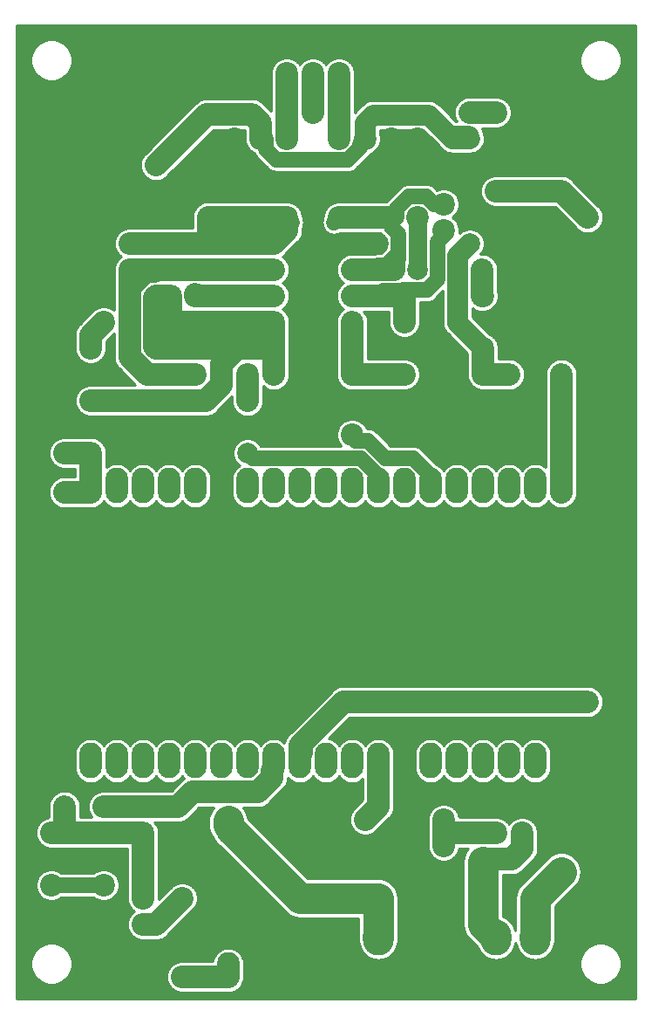
<source format=gbr>
%TF.GenerationSoftware,KiCad,Pcbnew,(5.1.6)-1*%
%TF.CreationDate,2025-12-01T13:50:03-05:00*%
%TF.ProjectId,board1,626f6172-6431-42e6-9b69-6361645f7063,rev?*%
%TF.SameCoordinates,PX196f3b0PY6f6d640*%
%TF.FileFunction,Copper,L2,Bot*%
%TF.FilePolarity,Positive*%
%FSLAX46Y46*%
G04 Gerber Fmt 4.6, Leading zero omitted, Abs format (unit mm)*
G04 Created by KiCad (PCBNEW (5.1.6)-1) date 2025-12-01 13:50:03*
%MOMM*%
%LPD*%
G01*
G04 APERTURE LIST*
%TA.AperFunction,ComponentPad*%
%ADD10C,2.200000*%
%TD*%
%TA.AperFunction,ComponentPad*%
%ADD11O,3.470000X2.200000*%
%TD*%
%TA.AperFunction,ComponentPad*%
%ADD12C,2.000000*%
%TD*%
%TA.AperFunction,ComponentPad*%
%ADD13O,3.000000X3.470000*%
%TD*%
%TA.AperFunction,ComponentPad*%
%ADD14O,2.200000X3.470000*%
%TD*%
%TA.AperFunction,ViaPad*%
%ADD15C,2.000000*%
%TD*%
%TA.AperFunction,Conductor*%
%ADD16C,2.200000*%
%TD*%
%TA.AperFunction,Conductor*%
%ADD17C,1.500000*%
%TD*%
%TA.AperFunction,Conductor*%
%ADD18C,2.000000*%
%TD*%
%TA.AperFunction,Conductor*%
%ADD19C,3.000000*%
%TD*%
%TA.AperFunction,Conductor*%
%ADD20C,1.800000*%
%TD*%
%TA.AperFunction,Conductor*%
%ADD21C,0.250000*%
%TD*%
G04 APERTURE END LIST*
D10*
%TO.P,J5,1*%
%TO.N,THRESH_A*%
X41910000Y74930000D03*
%TO.P,J5,2*%
%TO.N,INPUT_A*%
X41910000Y77470000D03*
%TD*%
%TO.P,J6,2*%
%TO.N,INPUT_B*%
X11430000Y73660000D03*
%TO.P,J6,1*%
%TO.N,THRESH_B*%
X11430000Y71120000D03*
%TD*%
%TO.P,R15,1*%
%TO.N,Net-(R15-Pad1)*%
X8890000Y66040000D03*
%TO.P,R15,2*%
%TO.N,GND*%
X8890000Y73660000D03*
%TD*%
D11*
%TO.P,C1,1*%
%TO.N,+5V*%
X12065000Y16510000D03*
%TO.P,C1,2*%
%TO.N,GND*%
X17035000Y16510000D03*
%TD*%
D12*
%TO.P,C2,1*%
%TO.N,INPUT_A*%
X35560000Y71160000D03*
%TO.P,C2,2*%
%TO.N,GND*%
X35560000Y73660000D03*
%TD*%
%TO.P,C3,1*%
%TO.N,+5V*%
X7620000Y53340000D03*
%TO.P,C3,2*%
%TO.N,GND*%
X7620000Y55840000D03*
%TD*%
%TO.P,C4,2*%
%TO.N,GND*%
X50840000Y53340000D03*
%TO.P,C4,1*%
%TO.N,+3V3*%
X53340000Y53340000D03*
%TD*%
%TO.P,C5,2*%
%TO.N,GND*%
X16550000Y76200000D03*
%TO.P,C5,1*%
%TO.N,INPUT_B*%
X19050000Y76200000D03*
%TD*%
%TO.P,C6,2*%
%TO.N,GND*%
X27900000Y63500000D03*
%TO.P,C6,1*%
%TO.N,+3V3*%
X25400000Y63500000D03*
%TD*%
%TO.P,C7,1*%
%TO.N,+3V3*%
X25400000Y60960000D03*
%TO.P,C7,2*%
%TO.N,GND*%
X27900000Y60960000D03*
%TD*%
D10*
%TO.P,D1,2*%
%TO.N,Net-(D1-Pad2)*%
X16510000Y2540000D03*
%TO.P,D1,1*%
%TO.N,Net-(D1-Pad1)*%
X16510000Y10160000D03*
%TD*%
%TO.P,D2,1*%
%TO.N,PUMP+*%
X53340000Y12700000D03*
%TO.P,D2,2*%
%TO.N,PUMP-*%
X45720000Y12700000D03*
%TD*%
D13*
%TO.P,J1,2*%
%TO.N,GND*%
X39370000Y6350000D03*
%TO.P,J1,1*%
%TO.N,PUMP+*%
X35560000Y6350000D03*
%TD*%
D10*
%TO.P,J2,3*%
%TO.N,ROD_B*%
X26670000Y90170000D03*
%TO.P,J2,2*%
%TO.N,DRIVE_ROD*%
X29210000Y90170000D03*
%TO.P,J2,1*%
%TO.N,ROD_A*%
X31750000Y90170000D03*
%TD*%
%TO.P,J3,1*%
%TO.N,Net-(D1-Pad1)*%
X12700000Y7620000D03*
%TO.P,J3,2*%
%TO.N,+5V*%
X12700000Y10160000D03*
%TD*%
%TO.P,J4,1*%
%TO.N,GND*%
X5080000Y55880000D03*
%TO.P,J4,2*%
%TO.N,+5V*%
X5080000Y53340000D03*
%TD*%
%TO.P,J7,1*%
%TO.N,+5V*%
X3810000Y16510000D03*
%TO.P,J7,2*%
%TO.N,GND*%
X3810000Y13970000D03*
%TO.P,J7,3*%
%TO.N,Net-(J7-Pad3)*%
X3810000Y11430000D03*
%TD*%
D13*
%TO.P,J8,1*%
%TO.N,PUMP-*%
X46990000Y6350000D03*
%TO.P,J8,2*%
%TO.N,PUMP+*%
X50800000Y6350000D03*
%TD*%
D14*
%TO.P,M1,1*%
%TO.N,GND*%
X30480000Y17145000D03*
%TO.P,M1,2*%
X30480000Y3175000D03*
%TO.P,M1,3*%
%TO.N,Net-(D1-Pad2)*%
X20980000Y3175000D03*
%TO.P,M1,4*%
%TO.N,PUMP+*%
X20980000Y17145000D03*
%TD*%
D10*
%TO.P,Q1,1*%
%TO.N,Net-(Q1-Pad1)*%
X46990000Y16510000D03*
%TO.P,Q1,2*%
%TO.N,PUMP-*%
X49530000Y16510000D03*
%TO.P,Q1,3*%
%TO.N,GND*%
X52070000Y16510000D03*
%TD*%
%TO.P,R1,1*%
%TO.N,DRIVE_ROD*%
X46990000Y86360000D03*
%TO.P,R1,2*%
%TO.N,S_DRIVE*%
X46990000Y78740000D03*
%TD*%
%TO.P,R2,1*%
%TO.N,+3V3*%
X34290000Y83820000D03*
%TO.P,R2,2*%
%TO.N,INPUT_A*%
X34290000Y76200000D03*
%TD*%
%TO.P,R3,1*%
%TO.N,+3V3*%
X45720000Y60960000D03*
%TO.P,R3,2*%
%TO.N,Net-(R3-Pad2)*%
X38100000Y60960000D03*
%TD*%
%TO.P,R4,2*%
%TO.N,INPUT_A*%
X31750000Y76200000D03*
%TO.P,R4,1*%
%TO.N,ROD_A*%
X31750000Y83820000D03*
%TD*%
%TO.P,R5,2*%
%TO.N,SENSOR_A*%
X33020000Y55118000D03*
%TO.P,R5,1*%
%TO.N,Net-(R3-Pad2)*%
X33020000Y62738000D03*
%TD*%
%TO.P,R6,2*%
%TO.N,GND*%
X36830000Y83820000D03*
%TO.P,R6,1*%
%TO.N,INPUT_A*%
X36830000Y76200000D03*
%TD*%
%TO.P,R7,1*%
%TO.N,THRESH_A*%
X35560000Y68580000D03*
%TO.P,R7,2*%
%TO.N,Net-(R3-Pad2)*%
X35560000Y60960000D03*
%TD*%
%TO.P,R8,1*%
%TO.N,Net-(R8-Pad1)*%
X39370000Y76200000D03*
%TO.P,R8,2*%
%TO.N,GND*%
X39370000Y83820000D03*
%TD*%
%TO.P,R9,1*%
%TO.N,+3V3*%
X24130000Y83820000D03*
%TO.P,R9,2*%
%TO.N,INPUT_B*%
X24130000Y76200000D03*
%TD*%
%TO.P,R10,1*%
%TO.N,+3V3*%
X20320000Y60960000D03*
%TO.P,R10,2*%
%TO.N,Net-(R10-Pad2)*%
X20320000Y68580000D03*
%TD*%
%TO.P,R11,2*%
%TO.N,INPUT_B*%
X26670000Y76200000D03*
%TO.P,R11,1*%
%TO.N,ROD_B*%
X26670000Y83820000D03*
%TD*%
%TO.P,R12,2*%
%TO.N,SENSOR_B*%
X22860000Y60960000D03*
%TO.P,R12,1*%
%TO.N,Net-(R10-Pad2)*%
X22860000Y68580000D03*
%TD*%
%TO.P,R13,2*%
%TO.N,GND*%
X21590000Y83820000D03*
%TO.P,R13,1*%
%TO.N,INPUT_B*%
X21590000Y76200000D03*
%TD*%
%TO.P,R14,2*%
%TO.N,Net-(R10-Pad2)*%
X17780000Y68580000D03*
%TO.P,R14,1*%
%TO.N,THRESH_B*%
X17780000Y60960000D03*
%TD*%
%TO.P,R16,2*%
%TO.N,Net-(Q1-Pad1)*%
X41910000Y17780000D03*
%TO.P,R16,1*%
%TO.N,PUMP*%
X34290000Y17780000D03*
%TD*%
%TO.P,R17,1*%
%TO.N,Net-(Q1-Pad1)*%
X41910000Y15240000D03*
%TO.P,R17,2*%
%TO.N,GND*%
X34290000Y15240000D03*
%TD*%
%TO.P,RV1,3*%
%TO.N,Net-(R8-Pad1)*%
X45720000Y68580000D03*
%TO.P,RV1,2*%
%TO.N,THRESH_A*%
X38100000Y66040000D03*
%TO.P,RV1,1*%
%TO.N,+3V3*%
X45720000Y63500000D03*
%TD*%
%TO.P,RV2,1*%
%TO.N,Net-(R15-Pad1)*%
X7620000Y63500000D03*
%TO.P,RV2,2*%
%TO.N,THRESH_B*%
X15240000Y60960000D03*
%TO.P,RV2,3*%
%TO.N,+3V3*%
X7620000Y58420000D03*
%TD*%
D12*
%TO.P,U1,1*%
%TO.N,Net-(R3-Pad2)*%
X33020000Y66040000D03*
%TO.P,U1,5*%
%TO.N,INPUT_B*%
X25400000Y73660000D03*
%TO.P,U1,2*%
%TO.N,THRESH_A*%
X33020000Y68580000D03*
%TO.P,U1,6*%
%TO.N,THRESH_B*%
X25400000Y71120000D03*
%TO.P,U1,3*%
%TO.N,INPUT_A*%
X33020000Y71120000D03*
%TO.P,U1,7*%
%TO.N,Net-(R10-Pad2)*%
X25400000Y68580000D03*
%TO.P,U1,4*%
%TO.N,GND*%
X33020000Y73660000D03*
%TO.P,U1,8*%
%TO.N,+3V3*%
X25400000Y66040000D03*
%TD*%
D14*
%TO.P,U2,1*%
%TO.N,+5V*%
X7620000Y50165000D03*
%TO.P,U2,2*%
%TO.N,Net-(U2-Pad2)*%
X10160000Y50165000D03*
%TO.P,U2,3*%
%TO.N,Net-(U2-Pad3)*%
X12700000Y50165000D03*
%TO.P,U2,4*%
%TO.N,Net-(U2-Pad4)*%
X15240000Y50165000D03*
%TO.P,U2,5*%
%TO.N,Net-(U2-Pad5)*%
X17780000Y50165000D03*
%TO.P,U2,6*%
%TO.N,GND*%
X20320000Y50165000D03*
%TO.P,U2,7*%
%TO.N,Net-(U2-Pad7)*%
X22860000Y50165000D03*
%TO.P,U2,8*%
%TO.N,Net-(U2-Pad8)*%
X25400000Y50165000D03*
%TO.P,U2,9*%
%TO.N,Net-(U2-Pad9)*%
X27940000Y50165000D03*
%TO.P,U2,10*%
%TO.N,Net-(U2-Pad10)*%
X30480000Y50165000D03*
%TO.P,U2,11*%
%TO.N,Net-(U2-Pad11)*%
X33020000Y50165000D03*
%TO.P,U2,12*%
%TO.N,SENSOR_B*%
X35560000Y50165000D03*
%TO.P,U2,13*%
%TO.N,Net-(U2-Pad13)*%
X38100000Y50165000D03*
%TO.P,U2,14*%
%TO.N,SENSOR_A*%
X40640000Y50165000D03*
%TO.P,U2,15*%
%TO.N,Net-(U2-Pad15)*%
X43180000Y50165000D03*
%TO.P,U2,16*%
%TO.N,Net-(U2-Pad16)*%
X45720000Y50165000D03*
%TO.P,U2,17*%
%TO.N,Net-(U2-Pad17)*%
X48260000Y50165000D03*
%TO.P,U2,18*%
%TO.N,Net-(U2-Pad18)*%
X50800000Y50165000D03*
%TO.P,U2,19*%
%TO.N,+3V3*%
X53340000Y50165000D03*
%TO.P,U2,20*%
%TO.N,GND*%
X53340000Y23495000D03*
%TO.P,U2,21*%
%TO.N,Net-(U2-Pad21)*%
X50800000Y23495000D03*
%TO.P,U2,22*%
%TO.N,Net-(U2-Pad22)*%
X48260000Y23495000D03*
%TO.P,U2,23*%
%TO.N,Net-(U2-Pad23)*%
X45720000Y23495000D03*
%TO.P,U2,24*%
%TO.N,Net-(U2-Pad24)*%
X43180000Y23495000D03*
%TO.P,U2,25*%
%TO.N,Net-(U2-Pad25)*%
X40640000Y23495000D03*
%TO.P,U2,26*%
%TO.N,GND*%
X38100000Y23495000D03*
%TO.P,U2,27*%
%TO.N,PUMP*%
X35560000Y23495000D03*
%TO.P,U2,28*%
%TO.N,Net-(U2-Pad28)*%
X33020000Y23495000D03*
%TO.P,U2,29*%
%TO.N,Net-(U2-Pad29)*%
X30480000Y23495000D03*
%TO.P,U2,30*%
%TO.N,S_DRIVE*%
X27940000Y23495000D03*
%TO.P,U2,31*%
%TO.N,WS2812B*%
X25400000Y23495000D03*
%TO.P,U2,32*%
%TO.N,Net-(U2-Pad32)*%
X22860000Y23495000D03*
%TO.P,U2,33*%
%TO.N,Net-(U2-Pad33)*%
X20320000Y23495000D03*
%TO.P,U2,34*%
%TO.N,Net-(U2-Pad34)*%
X17780000Y23495000D03*
%TO.P,U2,35*%
%TO.N,Net-(U2-Pad35)*%
X15240000Y23495000D03*
%TO.P,U2,36*%
%TO.N,Net-(U2-Pad36)*%
X12700000Y23495000D03*
%TO.P,U2,37*%
%TO.N,Net-(U2-Pad37)*%
X10160000Y23495000D03*
%TO.P,U2,38*%
%TO.N,Net-(U2-Pad38)*%
X7620000Y23495000D03*
%TD*%
D10*
%TO.P,R18,1*%
%TO.N,WS2812B*%
X8890000Y19050000D03*
%TO.P,R18,2*%
%TO.N,Net-(J7-Pad3)*%
X8890000Y11430000D03*
%TD*%
D15*
%TO.N,+5V*%
X5080000Y49530000D03*
X5080000Y19050000D03*
%TO.N,+3V3*%
X13970000Y68580000D03*
X13970000Y81280000D03*
X44450000Y73660000D03*
X44348400Y83947000D03*
X48260000Y60960000D03*
X53340000Y60960000D03*
%TO.N,PUMP+*%
X35560000Y10160000D03*
X50800000Y10160000D03*
%TO.N,DRIVE_ROD*%
X29210000Y86360000D03*
X44450000Y86360000D03*
%TO.N,S_DRIVE*%
X55880000Y76200000D03*
X55880000Y29210000D03*
%TO.N,Net-(R8-Pad1)*%
X45720000Y71120000D03*
X39370000Y71120000D03*
%TO.N,SENSOR_B*%
X22860000Y58420000D03*
X22860000Y53340000D03*
%TD*%
D16*
%TO.N,+5V*%
X7620000Y53340000D02*
X7620000Y49530000D01*
X7620000Y49530000D02*
X5080000Y49530000D01*
X12700000Y10160000D02*
X12700000Y16510000D01*
X5080000Y49530000D02*
X5080000Y49530000D01*
X5080000Y53340000D02*
X7620000Y53340000D01*
X11430000Y16510000D02*
X5080000Y16510000D01*
X5080000Y19050000D02*
X5080000Y16510000D01*
X3810000Y16510000D02*
X5080000Y16510000D01*
D17*
%TO.N,INPUT_A*%
X40999151Y77470000D02*
X41910000Y77470000D01*
X39720000Y78250010D02*
X40219141Y78250010D01*
X40219141Y78250010D02*
X40999151Y77470000D01*
X37510001Y72146003D02*
X37419999Y72056001D01*
X37419999Y72056001D02*
X37419999Y71120000D01*
D16*
X35946002Y71160000D02*
X35986002Y71120000D01*
X35560000Y71160000D02*
X35946002Y71160000D01*
X35986002Y71120000D02*
X37069999Y71120000D01*
D17*
X38520859Y78250010D02*
X37319990Y77049141D01*
X37319990Y77049141D02*
X37319990Y76200000D01*
X39720000Y78250010D02*
X38520859Y78250010D01*
X35906002Y71120000D02*
X35560000Y71120000D01*
X36830000Y75276002D02*
X37510001Y74596001D01*
X36830000Y76200000D02*
X36830000Y75276002D01*
X37510001Y72723999D02*
X35906002Y71120000D01*
X35845634Y76200000D02*
X34290000Y76200000D01*
X35990010Y76344376D02*
X35845634Y76200000D01*
X32673998Y71120000D02*
X33020000Y71120000D01*
D16*
X33020000Y71120000D02*
X35560000Y71120000D01*
D17*
X31750000Y76200000D02*
X31260001Y75710001D01*
D16*
X31750000Y76200000D02*
X36830000Y76200000D01*
D17*
X37510001Y72723999D02*
X37510001Y72146003D01*
X37510001Y74596001D02*
X37510001Y72723999D01*
D16*
%TO.N,+3V3*%
X25400000Y66040000D02*
X25400000Y60960000D01*
D17*
X24619999Y82835999D02*
X24619999Y83820000D01*
X34290000Y83820000D02*
X33800010Y83330010D01*
X32599141Y81769990D02*
X25686008Y81769990D01*
X25686008Y81769990D02*
X24619999Y82835999D01*
X33800010Y83330010D02*
X33800010Y82970859D01*
X33800010Y82970859D02*
X32599141Y81769990D01*
D16*
X21847998Y63500000D02*
X20320000Y61972002D01*
X25400000Y63500000D02*
X21847998Y63500000D01*
X20320000Y59947998D02*
X18792002Y58420000D01*
X20320000Y61972002D02*
X20320000Y59947998D01*
X18792002Y58420000D02*
X7620000Y58420000D01*
X13970000Y63500000D02*
X21847998Y63500000D01*
X13830010Y63639990D02*
X13970000Y63500000D01*
X14960020Y64770000D02*
X13830010Y63639990D01*
X24130000Y64770000D02*
X25400000Y63500000D01*
X20320000Y64770000D02*
X24130000Y64770000D01*
X20320000Y64770000D02*
X14960020Y64770000D01*
X21869980Y64770000D02*
X20320000Y64770000D01*
X13830010Y63639990D02*
X13830010Y68440010D01*
X15240000Y66040000D02*
X25400000Y66040000D01*
X13830010Y68440010D02*
X13970000Y68580000D01*
X15379991Y68580000D02*
X15379991Y66179991D01*
X13970000Y68580000D02*
X15379991Y68580000D01*
X15379991Y66179991D02*
X15240000Y66040000D01*
X13970000Y68580000D02*
X13970000Y68580000D01*
X23285633Y86220001D02*
X18910001Y86220001D01*
X24130000Y83820000D02*
X24130000Y85375634D01*
X24130000Y85375634D02*
X23285633Y86220001D01*
X18910001Y86220001D02*
X13970000Y81280000D01*
X13970000Y81280000D02*
X13970000Y81280000D01*
D18*
X45720000Y63500000D02*
X43270011Y65949989D01*
X43270011Y65949989D02*
X43270011Y72480011D01*
X35034367Y86120001D02*
X40474001Y86120001D01*
X34290000Y83820000D02*
X34290000Y85375634D01*
X34290000Y85375634D02*
X35034367Y86120001D01*
X43270011Y72480011D02*
X44450000Y73660000D01*
X42774002Y83820000D02*
X44450000Y83820000D01*
X44450000Y73660000D02*
X44450000Y73660000D01*
X44450000Y83820000D02*
X44450000Y83820000D01*
D16*
X53340000Y49530000D02*
X53340000Y60960000D01*
X45720000Y63500000D02*
X45720000Y60960000D01*
X45720000Y60960000D02*
X48260000Y60960000D01*
X48260000Y60960000D02*
X48260000Y60960000D01*
X53340000Y60960000D02*
X53340000Y60960000D01*
D18*
X41656201Y84937801D02*
X42534012Y84059990D01*
X41656201Y84937801D02*
X42774002Y83820000D01*
X42534012Y84059990D02*
X44399200Y84059990D01*
X40474001Y86120001D02*
X41656201Y84937801D01*
D16*
%TO.N,INPUT_B*%
X25400000Y76200000D02*
X26670000Y76200000D01*
X22860000Y76200000D02*
X25400000Y76200000D01*
X21590000Y76200000D02*
X22860000Y76200000D01*
X25400000Y73660000D02*
X25400000Y76200000D01*
D17*
X26670000Y76200000D02*
X27159999Y75710001D01*
D16*
X25400000Y73660000D02*
X11430000Y73660000D01*
X19050000Y76200000D02*
X21590000Y76200000D01*
X19050000Y76200000D02*
X19050000Y74930000D01*
X24130000Y76200000D02*
X22860000Y74930000D01*
X22860000Y74930000D02*
X20320000Y74930000D01*
X26670000Y76200000D02*
X26670000Y74930000D01*
X26670000Y74930000D02*
X25400000Y73660000D01*
%TO.N,Net-(D1-Pad2)*%
X20980000Y2540000D02*
X16510000Y2540000D01*
%TO.N,Net-(D1-Pad1)*%
X16510000Y10160000D02*
X13970000Y7620000D01*
X13970000Y7620000D02*
X12700000Y7620000D01*
D19*
%TO.N,PUMP+*%
X27940000Y10160000D02*
X31750000Y10160000D01*
X53340000Y12700000D02*
X50800000Y10160000D01*
X31750000Y10160000D02*
X35560000Y10160000D01*
X35560000Y10160000D02*
X35560000Y10160000D01*
X50800000Y10160000D02*
X50800000Y10160000D01*
X35560000Y10160000D02*
X35560000Y6350000D01*
X50800000Y10160000D02*
X50800000Y6350000D01*
X22834600Y15265400D02*
X27940000Y10160000D01*
X21590000Y16510000D02*
X22834600Y15265400D01*
X20980400Y17272000D02*
X20980400Y17659980D01*
D16*
%TO.N,PUMP-*%
X49530000Y14954366D02*
X48545634Y13970000D01*
X49530000Y16510000D02*
X49530000Y14954366D01*
X48545634Y13970000D02*
X45720000Y13970000D01*
D19*
X46990000Y6350000D02*
X45720000Y7620000D01*
X45720000Y7620000D02*
X45720000Y13709990D01*
D16*
%TO.N,ROD_B*%
X26670000Y90170000D02*
X26670000Y83820000D01*
%TO.N,DRIVE_ROD*%
X29210000Y90170000D02*
X29210000Y86360000D01*
X46990000Y86360000D02*
X44450000Y86360000D01*
X44450000Y86360000D02*
X44450000Y86360000D01*
%TO.N,ROD_A*%
X31750000Y90170000D02*
X31750000Y83820000D01*
D17*
%TO.N,THRESH_A*%
X41910000Y74930000D02*
X41910000Y74430018D01*
X41910000Y74430018D02*
X41320001Y73840019D01*
X35560000Y68580000D02*
X36049990Y69069990D01*
X37919140Y69069990D02*
X38019149Y69169999D01*
X36049990Y69069990D02*
X37919140Y69069990D01*
X38019149Y69169999D02*
X38689999Y69169999D01*
X36830000Y68580000D02*
X38100000Y68580000D01*
X41320001Y70183999D02*
X41320001Y73840019D01*
X40306001Y69169999D02*
X41320001Y70183999D01*
D16*
X33020000Y68580000D02*
X35560000Y68580000D01*
D17*
X38689999Y69169999D02*
X40306001Y69169999D01*
X38100000Y68580000D02*
X38689999Y69169999D01*
D16*
X35560000Y68580000D02*
X36830000Y68580000D01*
X38100000Y68580000D02*
X38100000Y66040000D01*
%TO.N,THRESH_B*%
X13970000Y60960000D02*
X17780000Y60960000D01*
X13115874Y60960000D02*
X13970000Y60960000D01*
X11430001Y62645873D02*
X13115874Y60960000D01*
X11430001Y69434127D02*
X11430001Y68580001D01*
X13830010Y70980010D02*
X12975883Y70980009D01*
X13970000Y71120000D02*
X13830010Y70980010D01*
X12975883Y70980009D02*
X11430001Y69434127D01*
X25400000Y71120000D02*
X13970000Y71120000D01*
X13970000Y71120000D02*
X11430000Y71120000D01*
X11430001Y68580001D02*
X11430001Y62645873D01*
X11430000Y71120000D02*
X11430001Y68580001D01*
D17*
%TO.N,WS2812B*%
X25400000Y22500849D02*
X25400000Y22860000D01*
D16*
X8890000Y19050000D02*
X13284200Y19050000D01*
X16103600Y19050000D02*
X17513590Y20459990D01*
X13284200Y19050000D02*
X16103600Y19050000D01*
X23854116Y20459990D02*
X25260010Y21865884D01*
X17513590Y20459990D02*
X23854116Y20459990D01*
X25260010Y21865884D02*
X25260010Y22529800D01*
%TO.N,Net-(Q1-Pad1)*%
X46990000Y16510000D02*
X41910000Y16510000D01*
X41910000Y17780000D02*
X41910000Y16510000D01*
X41910000Y16510000D02*
X41910000Y15240000D01*
%TO.N,S_DRIVE*%
X27940000Y24130000D02*
X28079990Y24269990D01*
X28079990Y24269990D02*
X28079990Y25124116D01*
X46990000Y78740000D02*
X53340000Y78740000D01*
X53340000Y78740000D02*
X55880000Y76200000D01*
X55880000Y76200000D02*
X55880000Y76200000D01*
X27940000Y24984126D02*
X32165874Y29210000D01*
X27940000Y24130000D02*
X27940000Y24984126D01*
X32165874Y29210000D02*
X55880000Y29210000D01*
%TO.N,Net-(R3-Pad2)*%
X33020000Y60960000D02*
X38100000Y60960000D01*
X33020000Y60960000D02*
X33020000Y66040000D01*
D17*
%TO.N,SENSOR_A*%
X40640000Y49530000D02*
X40640000Y51159151D01*
X38949141Y52850010D02*
X36409141Y52850010D01*
X40640000Y51159151D02*
X38949141Y52850010D01*
X36273318Y52850010D02*
X34573308Y54550020D01*
X36409141Y52850010D02*
X36273318Y52850010D01*
X34573308Y54550020D02*
X33333980Y54550020D01*
D16*
%TO.N,Net-(R8-Pad1)*%
X45643800Y68580000D02*
X45643800Y71120000D01*
D17*
X39370000Y71120000D02*
X39370000Y71120000D01*
D20*
X39370000Y76200000D02*
X39370000Y71120000D01*
D16*
%TO.N,Net-(R10-Pad2)*%
X25400000Y68580000D02*
X17919990Y68580000D01*
X17919990Y68580000D02*
X17780000Y68719990D01*
%TO.N,SENSOR_B*%
X22860000Y60960000D02*
X22860000Y58420000D01*
X22860000Y58420000D02*
X22860000Y58420000D01*
D17*
X22860000Y53340000D02*
X22860000Y53340000D01*
X33869141Y52850010D02*
X35560000Y51159151D01*
X35560000Y51159151D02*
X35560000Y49530000D01*
X22860000Y53340000D02*
X23349990Y52850010D01*
X23349990Y52850010D02*
X33869141Y52850010D01*
D16*
%TO.N,Net-(R15-Pad1)*%
X7620000Y63500000D02*
X7620000Y64770000D01*
X7620000Y64770000D02*
X8890000Y66040000D01*
%TO.N,PUMP*%
X35560000Y24130000D02*
X35560000Y19050000D01*
X35560000Y19050000D02*
X34290000Y17780000D01*
D17*
%TO.N,Net-(J7-Pad3)*%
X3810000Y11430000D02*
X8890000Y11430000D01*
%TD*%
D21*
%TO.N,GND*%
G36*
X60510000Y450000D02*
G01*
X450000Y450000D01*
X450000Y4009445D01*
X1785000Y4009445D01*
X1785000Y3610555D01*
X1862820Y3219329D01*
X2015468Y2850803D01*
X2237080Y2519138D01*
X2519138Y2237080D01*
X2850803Y2015468D01*
X3219329Y1862820D01*
X3610555Y1785000D01*
X4009445Y1785000D01*
X4400671Y1862820D01*
X4769197Y2015468D01*
X5100862Y2237080D01*
X5382920Y2519138D01*
X5396859Y2540000D01*
X14977622Y2540000D01*
X14985000Y2465090D01*
X14985000Y2389801D01*
X14999688Y2315960D01*
X15007066Y2241048D01*
X15028917Y2169013D01*
X15043605Y2095174D01*
X15072415Y2025619D01*
X15094267Y1953584D01*
X15129751Y1887198D01*
X15158562Y1817642D01*
X15200390Y1755042D01*
X15235874Y1688656D01*
X15283627Y1630468D01*
X15325455Y1567869D01*
X15378692Y1514632D01*
X15426445Y1456445D01*
X15484632Y1408692D01*
X15537869Y1355455D01*
X15600468Y1313627D01*
X15658656Y1265874D01*
X15725042Y1230390D01*
X15787642Y1188562D01*
X15857198Y1159751D01*
X15923584Y1124267D01*
X15995619Y1102415D01*
X16065174Y1073605D01*
X16139013Y1058917D01*
X16211048Y1037066D01*
X16285960Y1029688D01*
X16359801Y1015000D01*
X20905089Y1015000D01*
X20980000Y1007622D01*
X21054910Y1015000D01*
X21054911Y1015000D01*
X21278952Y1037066D01*
X21566416Y1124267D01*
X21831344Y1265874D01*
X22063555Y1456445D01*
X22254126Y1688656D01*
X22395733Y1953584D01*
X22482934Y2241048D01*
X22512378Y2540000D01*
X22505000Y2614911D01*
X22505000Y3884911D01*
X22492735Y4009445D01*
X55125000Y4009445D01*
X55125000Y3610555D01*
X55202820Y3219329D01*
X55355468Y2850803D01*
X55577080Y2519138D01*
X55859138Y2237080D01*
X56190803Y2015468D01*
X56559329Y1862820D01*
X56950555Y1785000D01*
X57349445Y1785000D01*
X57740671Y1862820D01*
X58109197Y2015468D01*
X58440862Y2237080D01*
X58722920Y2519138D01*
X58944532Y2850803D01*
X59097180Y3219329D01*
X59175000Y3610555D01*
X59175000Y4009445D01*
X59097180Y4400671D01*
X58944532Y4769197D01*
X58722920Y5100862D01*
X58440862Y5382920D01*
X58109197Y5604532D01*
X57740671Y5757180D01*
X57349445Y5835000D01*
X56950555Y5835000D01*
X56559329Y5757180D01*
X56190803Y5604532D01*
X55859138Y5382920D01*
X55577080Y5100862D01*
X55355468Y4769197D01*
X55202820Y4400671D01*
X55125000Y4009445D01*
X22492735Y4009445D01*
X22482934Y4108952D01*
X22395733Y4396416D01*
X22254126Y4661344D01*
X22063555Y4893555D01*
X21831344Y5084126D01*
X21566416Y5225733D01*
X21278952Y5312934D01*
X20980000Y5342378D01*
X20681049Y5312934D01*
X20393585Y5225733D01*
X20128657Y5084126D01*
X19896446Y4893555D01*
X19705875Y4661344D01*
X19564267Y4396416D01*
X19477066Y4108952D01*
X19472737Y4065000D01*
X16359801Y4065000D01*
X16285960Y4050312D01*
X16211048Y4042934D01*
X16139013Y4021083D01*
X16065174Y4006395D01*
X15995619Y3977585D01*
X15923584Y3955733D01*
X15857198Y3920249D01*
X15787642Y3891438D01*
X15725042Y3849610D01*
X15658656Y3814126D01*
X15600468Y3766373D01*
X15537869Y3724545D01*
X15484632Y3671308D01*
X15426445Y3623555D01*
X15378692Y3565368D01*
X15325455Y3512131D01*
X15283627Y3449532D01*
X15235874Y3391344D01*
X15200390Y3324958D01*
X15158562Y3262358D01*
X15129751Y3192802D01*
X15094267Y3126416D01*
X15072415Y3054381D01*
X15043605Y2984826D01*
X15028917Y2910987D01*
X15007066Y2838952D01*
X14999688Y2764040D01*
X14985000Y2690199D01*
X14985000Y2614911D01*
X14977622Y2540000D01*
X5396859Y2540000D01*
X5604532Y2850803D01*
X5757180Y3219329D01*
X5835000Y3610555D01*
X5835000Y4009445D01*
X5757180Y4400671D01*
X5604532Y4769197D01*
X5382920Y5100862D01*
X5100862Y5382920D01*
X4769197Y5604532D01*
X4400671Y5757180D01*
X4009445Y5835000D01*
X3610555Y5835000D01*
X3219329Y5757180D01*
X2850803Y5604532D01*
X2519138Y5382920D01*
X2237080Y5100862D01*
X2015468Y4769197D01*
X1862820Y4400671D01*
X1785000Y4009445D01*
X450000Y4009445D01*
X450000Y11580199D01*
X2285000Y11580199D01*
X2285000Y11279801D01*
X2343605Y10985174D01*
X2458562Y10707642D01*
X2625455Y10457869D01*
X2837869Y10245455D01*
X3087642Y10078562D01*
X3365174Y9963605D01*
X3659801Y9905000D01*
X3960199Y9905000D01*
X4254826Y9963605D01*
X4532358Y10078562D01*
X4782131Y10245455D01*
X4791676Y10255000D01*
X7908324Y10255000D01*
X7917869Y10245455D01*
X8167642Y10078562D01*
X8445174Y9963605D01*
X8739801Y9905000D01*
X9040199Y9905000D01*
X9334826Y9963605D01*
X9612358Y10078562D01*
X9862131Y10245455D01*
X10074545Y10457869D01*
X10241438Y10707642D01*
X10356395Y10985174D01*
X10415000Y11279801D01*
X10415000Y11580199D01*
X10356395Y11874826D01*
X10241438Y12152358D01*
X10074545Y12402131D01*
X9862131Y12614545D01*
X9612358Y12781438D01*
X9334826Y12896395D01*
X9040199Y12955000D01*
X8739801Y12955000D01*
X8445174Y12896395D01*
X8167642Y12781438D01*
X7917869Y12614545D01*
X7908324Y12605000D01*
X4791676Y12605000D01*
X4782131Y12614545D01*
X4532358Y12781438D01*
X4254826Y12896395D01*
X3960199Y12955000D01*
X3659801Y12955000D01*
X3365174Y12896395D01*
X3087642Y12781438D01*
X2837869Y12614545D01*
X2625455Y12402131D01*
X2458562Y12152358D01*
X2343605Y11874826D01*
X2285000Y11580199D01*
X450000Y11580199D01*
X450000Y16510000D01*
X2277622Y16510000D01*
X2285000Y16435090D01*
X2285000Y16359801D01*
X2299688Y16285960D01*
X2307066Y16211048D01*
X2328917Y16139013D01*
X2343605Y16065174D01*
X2372415Y15995619D01*
X2394267Y15923584D01*
X2429751Y15857198D01*
X2458562Y15787642D01*
X2500390Y15725042D01*
X2535874Y15658656D01*
X2583627Y15600468D01*
X2625455Y15537869D01*
X2678692Y15484632D01*
X2726445Y15426445D01*
X2784632Y15378692D01*
X2837869Y15325455D01*
X2900468Y15283627D01*
X2958656Y15235874D01*
X3025042Y15200390D01*
X3087642Y15158562D01*
X3157198Y15129751D01*
X3223584Y15094267D01*
X3295619Y15072415D01*
X3365174Y15043605D01*
X3439013Y15028917D01*
X3511048Y15007066D01*
X3585960Y14999688D01*
X3659801Y14985000D01*
X5005090Y14985000D01*
X5080000Y14977622D01*
X5154911Y14985000D01*
X11175001Y14985000D01*
X11175000Y10310199D01*
X11175000Y10009801D01*
X11189688Y9935960D01*
X11197066Y9861049D01*
X11218917Y9789016D01*
X11233605Y9715174D01*
X11262417Y9645616D01*
X11284267Y9573585D01*
X11319749Y9507202D01*
X11348562Y9437642D01*
X11390392Y9375038D01*
X11425874Y9308657D01*
X11473625Y9250472D01*
X11515455Y9187869D01*
X11568693Y9134631D01*
X11616445Y9076445D01*
X11674632Y9028692D01*
X11727869Y8975455D01*
X11790468Y8933627D01*
X11843628Y8890000D01*
X11790468Y8846373D01*
X11727869Y8804545D01*
X11674632Y8751308D01*
X11616445Y8703555D01*
X11568692Y8645368D01*
X11515455Y8592131D01*
X11473627Y8529532D01*
X11425874Y8471344D01*
X11390390Y8404958D01*
X11348562Y8342358D01*
X11319751Y8272802D01*
X11284267Y8206416D01*
X11262415Y8134381D01*
X11233605Y8064826D01*
X11218917Y7990987D01*
X11197066Y7918952D01*
X11189688Y7844040D01*
X11175000Y7770199D01*
X11175000Y7694911D01*
X11167622Y7620000D01*
X11175000Y7545089D01*
X11175000Y7469801D01*
X11189688Y7395960D01*
X11197066Y7321048D01*
X11218917Y7249013D01*
X11233605Y7175174D01*
X11262415Y7105619D01*
X11284267Y7033584D01*
X11319751Y6967198D01*
X11348562Y6897642D01*
X11390390Y6835042D01*
X11425874Y6768656D01*
X11473627Y6710468D01*
X11515455Y6647869D01*
X11568692Y6594632D01*
X11616445Y6536445D01*
X11674631Y6488693D01*
X11727869Y6435455D01*
X11790468Y6393627D01*
X11848656Y6345874D01*
X11915042Y6310390D01*
X11977642Y6268562D01*
X12047198Y6239751D01*
X12113584Y6204267D01*
X12185619Y6182415D01*
X12255174Y6153605D01*
X12329013Y6138917D01*
X12401048Y6117066D01*
X12475960Y6109688D01*
X12549801Y6095000D01*
X13895089Y6095000D01*
X13970000Y6087622D01*
X14268952Y6117066D01*
X14389405Y6153605D01*
X14556416Y6204267D01*
X14821344Y6345874D01*
X15053555Y6536445D01*
X15101316Y6594642D01*
X17641307Y9134631D01*
X17694545Y9187869D01*
X17736373Y9250469D01*
X17784125Y9308655D01*
X17819607Y9375038D01*
X17861438Y9437642D01*
X17890252Y9507205D01*
X17925732Y9573584D01*
X17947581Y9645611D01*
X17976395Y9715174D01*
X17991084Y9789021D01*
X18012933Y9861047D01*
X18020310Y9935951D01*
X18035000Y10009801D01*
X18035000Y10085099D01*
X18042377Y10159999D01*
X18035000Y10234899D01*
X18035000Y10310199D01*
X18020310Y10384051D01*
X18012933Y10458951D01*
X17991085Y10530974D01*
X17976395Y10604826D01*
X17947580Y10674393D01*
X17925732Y10746415D01*
X17890254Y10812789D01*
X17861438Y10882358D01*
X17819603Y10944969D01*
X17784125Y11011343D01*
X17736381Y11069520D01*
X17694545Y11132131D01*
X17641297Y11185379D01*
X17593554Y11243554D01*
X17535379Y11291297D01*
X17482131Y11344545D01*
X17419520Y11386381D01*
X17361343Y11434125D01*
X17294969Y11469603D01*
X17232358Y11511438D01*
X17162789Y11540254D01*
X17096415Y11575732D01*
X17024393Y11597580D01*
X16954826Y11626395D01*
X16880974Y11641085D01*
X16808951Y11662933D01*
X16734051Y11670310D01*
X16660199Y11685000D01*
X16584899Y11685000D01*
X16509999Y11692377D01*
X16435099Y11685000D01*
X16359801Y11685000D01*
X16285951Y11670310D01*
X16211047Y11662933D01*
X16139021Y11641084D01*
X16065174Y11626395D01*
X15995611Y11597581D01*
X15923584Y11575732D01*
X15857205Y11540252D01*
X15787642Y11511438D01*
X15725038Y11469607D01*
X15658655Y11434125D01*
X15600469Y11386373D01*
X15537869Y11344545D01*
X15484631Y11291307D01*
X14225000Y10031675D01*
X14225000Y16435090D01*
X14232378Y16510000D01*
X14223962Y16595455D01*
X14202934Y16808952D01*
X14115733Y17096416D01*
X13974126Y17361344D01*
X13839817Y17525000D01*
X16028689Y17525000D01*
X16103600Y17517622D01*
X16402552Y17547066D01*
X16555806Y17593555D01*
X16690016Y17634267D01*
X16954944Y17775874D01*
X17187155Y17966445D01*
X17234916Y18024642D01*
X18145265Y18934990D01*
X19536510Y18934990D01*
X19372077Y18734627D01*
X19193327Y18400210D01*
X19083253Y18037346D01*
X19055400Y17754547D01*
X19055400Y17177434D01*
X19083253Y16894635D01*
X19193327Y16531771D01*
X19372077Y16197353D01*
X19545219Y15986377D01*
X19564267Y15923585D01*
X19705874Y15658657D01*
X19896445Y15426445D01*
X20128656Y15235874D01*
X20158459Y15219944D01*
X20161951Y15215689D01*
X21406551Y13971089D01*
X26511947Y8865692D01*
X26572233Y8792233D01*
X26736935Y8657066D01*
X26865352Y8551677D01*
X27199770Y8372927D01*
X27562634Y8262853D01*
X27845433Y8235000D01*
X27845435Y8235000D01*
X27940000Y8225686D01*
X28034565Y8235000D01*
X33635001Y8235000D01*
X33635001Y6679575D01*
X33635000Y6679566D01*
X33635000Y6020433D01*
X33662853Y5737634D01*
X33772927Y5374770D01*
X33951677Y5040353D01*
X34192233Y4747233D01*
X34485354Y4506677D01*
X34819771Y4327927D01*
X35182635Y4217853D01*
X35560000Y4180686D01*
X35937366Y4217853D01*
X36300230Y4327927D01*
X36634647Y4506677D01*
X36927767Y4747233D01*
X37168323Y5040353D01*
X37347073Y5374770D01*
X37457147Y5737635D01*
X37485000Y6020434D01*
X37485000Y10065433D01*
X37494314Y10160000D01*
X37457147Y10537366D01*
X37347073Y10900230D01*
X37168323Y11234647D01*
X36927767Y11527767D01*
X36634647Y11768323D01*
X36300230Y11947073D01*
X35937366Y12057147D01*
X35654567Y12085000D01*
X35560000Y12094314D01*
X35465433Y12085000D01*
X28737361Y12085000D01*
X24128911Y16693449D01*
X22887656Y17934704D01*
X22877547Y18037345D01*
X22767473Y18400210D01*
X22588723Y18734627D01*
X22424290Y18934990D01*
X23779205Y18934990D01*
X23854116Y18927612D01*
X24153068Y18957056D01*
X24212515Y18975089D01*
X24440532Y19044257D01*
X24705460Y19185864D01*
X24937671Y19376435D01*
X24985432Y19434632D01*
X26285379Y20734577D01*
X26343565Y20782329D01*
X26534136Y21014540D01*
X26675743Y21279468D01*
X26762944Y21566932D01*
X26785010Y21790973D01*
X26785010Y21790983D01*
X26791386Y21855721D01*
X26856446Y21776445D01*
X27088657Y21585874D01*
X27353585Y21444267D01*
X27641049Y21357066D01*
X27940000Y21327622D01*
X28238952Y21357066D01*
X28526416Y21444267D01*
X28791344Y21585874D01*
X29023555Y21776445D01*
X29210001Y22003629D01*
X29396446Y21776445D01*
X29628657Y21585874D01*
X29893585Y21444267D01*
X30181049Y21357066D01*
X30480000Y21327622D01*
X30778952Y21357066D01*
X31066416Y21444267D01*
X31331344Y21585874D01*
X31563555Y21776445D01*
X31750001Y22003629D01*
X31936446Y21776445D01*
X32168657Y21585874D01*
X32433585Y21444267D01*
X32721049Y21357066D01*
X33020000Y21327622D01*
X33318952Y21357066D01*
X33606416Y21444267D01*
X33871344Y21585874D01*
X34035000Y21720184D01*
X34035001Y19681676D01*
X33317875Y18964549D01*
X33317869Y18964545D01*
X33105455Y18752131D01*
X33063620Y18689520D01*
X33015875Y18631343D01*
X32980396Y18564967D01*
X32938562Y18502358D01*
X32909748Y18432796D01*
X32874267Y18366415D01*
X32852416Y18294383D01*
X32823605Y18224826D01*
X32808917Y18150986D01*
X32787066Y18078952D01*
X32779688Y18004040D01*
X32765000Y17930199D01*
X32765000Y17854911D01*
X32757622Y17780000D01*
X32765000Y17705089D01*
X32765000Y17629801D01*
X32779688Y17555960D01*
X32787066Y17481048D01*
X32808917Y17409014D01*
X32823605Y17335174D01*
X32852416Y17265617D01*
X32874267Y17193585D01*
X32909748Y17127204D01*
X32938562Y17057642D01*
X32980396Y16995033D01*
X33015875Y16928657D01*
X33063619Y16870480D01*
X33105455Y16807869D01*
X33158703Y16754621D01*
X33206446Y16696446D01*
X33264621Y16648703D01*
X33317869Y16595455D01*
X33380480Y16553619D01*
X33438657Y16505875D01*
X33505033Y16470396D01*
X33567642Y16428562D01*
X33637204Y16399748D01*
X33703585Y16364267D01*
X33775617Y16342416D01*
X33845174Y16313605D01*
X33919014Y16298917D01*
X33991048Y16277066D01*
X34065960Y16269688D01*
X34139801Y16255000D01*
X34215089Y16255000D01*
X34290000Y16247622D01*
X34364911Y16255000D01*
X34440199Y16255000D01*
X34514040Y16269688D01*
X34588952Y16277066D01*
X34660986Y16298917D01*
X34734826Y16313605D01*
X34804383Y16342416D01*
X34876415Y16364267D01*
X34942796Y16399748D01*
X35012358Y16428562D01*
X35074967Y16470396D01*
X35141343Y16505875D01*
X35146369Y16510000D01*
X40377622Y16510000D01*
X40385000Y16435090D01*
X40385000Y15089801D01*
X40399688Y15015960D01*
X40407066Y14941048D01*
X40428917Y14869013D01*
X40443605Y14795174D01*
X40472415Y14725619D01*
X40494267Y14653584D01*
X40529750Y14587200D01*
X40558562Y14517642D01*
X40600393Y14455037D01*
X40635875Y14388656D01*
X40683623Y14330475D01*
X40725455Y14267869D01*
X40778698Y14214626D01*
X40826446Y14156445D01*
X40884627Y14108697D01*
X40937869Y14055455D01*
X41000474Y14013624D01*
X41058657Y13965874D01*
X41125038Y13930392D01*
X41187642Y13888562D01*
X41257202Y13859749D01*
X41323585Y13824267D01*
X41395616Y13802417D01*
X41465174Y13773605D01*
X41539016Y13758917D01*
X41611049Y13737066D01*
X41685960Y13729688D01*
X41759801Y13715000D01*
X41835090Y13715000D01*
X41910000Y13707622D01*
X41984911Y13715000D01*
X42060199Y13715000D01*
X42134040Y13729688D01*
X42208952Y13737066D01*
X42280987Y13758917D01*
X42354826Y13773605D01*
X42424381Y13802415D01*
X42496416Y13824267D01*
X42562802Y13859751D01*
X42632358Y13888562D01*
X42694958Y13930390D01*
X42761344Y13965874D01*
X42819532Y14013627D01*
X42882131Y14055455D01*
X42935368Y14108692D01*
X42993555Y14156445D01*
X43041308Y14214632D01*
X43094545Y14267869D01*
X43136373Y14330468D01*
X43184126Y14388656D01*
X43219610Y14455042D01*
X43261438Y14517642D01*
X43290249Y14587198D01*
X43325733Y14653584D01*
X43347585Y14725619D01*
X43376395Y14795174D01*
X43391083Y14869013D01*
X43412934Y14941048D01*
X43417263Y14985000D01*
X44276111Y14985000D01*
X44111678Y14784637D01*
X43932928Y14450220D01*
X43822854Y14087356D01*
X43795001Y13804557D01*
X43795000Y7714565D01*
X43785686Y7620000D01*
X43795000Y7525435D01*
X43795000Y7525434D01*
X43822853Y7242635D01*
X43932927Y6879771D01*
X44111677Y6545353D01*
X44352233Y6252233D01*
X44425697Y6191943D01*
X45185534Y5432106D01*
X45202927Y5374770D01*
X45381677Y5040353D01*
X45622233Y4747233D01*
X45915354Y4506677D01*
X46249771Y4327927D01*
X46612635Y4217853D01*
X46990000Y4180686D01*
X47367366Y4217853D01*
X47730230Y4327927D01*
X48064647Y4506677D01*
X48357767Y4747233D01*
X48598323Y5040353D01*
X48777073Y5374770D01*
X48887147Y5737635D01*
X48895000Y5817368D01*
X48902853Y5737634D01*
X49012927Y5374770D01*
X49191677Y5040353D01*
X49432233Y4747233D01*
X49725354Y4506677D01*
X50059771Y4327927D01*
X50422635Y4217853D01*
X50800000Y4180686D01*
X51177366Y4217853D01*
X51540230Y4327927D01*
X51874647Y4506677D01*
X52167767Y4747233D01*
X52408323Y5040353D01*
X52587073Y5374770D01*
X52697147Y5737635D01*
X52725000Y6020434D01*
X52725000Y9362640D01*
X54768049Y11405688D01*
X54948323Y11625352D01*
X55127072Y11959769D01*
X55237145Y12322633D01*
X55274314Y12699999D01*
X55237145Y13077365D01*
X55127072Y13440229D01*
X54948323Y13774647D01*
X54707766Y14067766D01*
X54414647Y14308323D01*
X54080229Y14487072D01*
X53717365Y14597145D01*
X53339999Y14634314D01*
X52962633Y14597145D01*
X52599769Y14487072D01*
X52265352Y14308323D01*
X52045688Y14128049D01*
X49505697Y11588057D01*
X49432233Y11527767D01*
X49191677Y11234647D01*
X49012927Y10900230D01*
X48902853Y10537366D01*
X48865686Y10160000D01*
X48875000Y10065432D01*
X48875001Y7002406D01*
X48777073Y7325230D01*
X48598323Y7659647D01*
X48357767Y7952767D01*
X48064647Y8193323D01*
X47730229Y8372073D01*
X47672895Y8389465D01*
X47645000Y8417360D01*
X47645000Y12445000D01*
X48470723Y12445000D01*
X48545634Y12437622D01*
X48844586Y12467066D01*
X49132050Y12554267D01*
X49396978Y12695874D01*
X49629189Y12886445D01*
X49676950Y12944642D01*
X50555362Y13823053D01*
X50613555Y13870811D01*
X50804126Y14103022D01*
X50945733Y14367950D01*
X51032934Y14655414D01*
X51055000Y14879455D01*
X51062378Y14954366D01*
X51055000Y15029277D01*
X51055000Y16660199D01*
X51040312Y16734040D01*
X51032934Y16808952D01*
X51011083Y16880987D01*
X50996395Y16954826D01*
X50967585Y17024381D01*
X50945733Y17096416D01*
X50910249Y17162802D01*
X50881438Y17232358D01*
X50839610Y17294958D01*
X50804126Y17361344D01*
X50756373Y17419532D01*
X50714545Y17482131D01*
X50661308Y17535368D01*
X50613555Y17593555D01*
X50555370Y17641306D01*
X50502131Y17694545D01*
X50439528Y17736375D01*
X50381343Y17784126D01*
X50314962Y17819608D01*
X50252358Y17861438D01*
X50182798Y17890251D01*
X50116415Y17925733D01*
X50044384Y17947583D01*
X49974826Y17976395D01*
X49900984Y17991083D01*
X49828951Y18012934D01*
X49754040Y18020312D01*
X49680199Y18035000D01*
X49604910Y18035000D01*
X49530000Y18042378D01*
X49455089Y18035000D01*
X49379801Y18035000D01*
X49305960Y18020312D01*
X49231048Y18012934D01*
X49159013Y17991083D01*
X49085174Y17976395D01*
X49015619Y17947585D01*
X48943584Y17925733D01*
X48877198Y17890249D01*
X48807642Y17861438D01*
X48745042Y17819610D01*
X48678656Y17784126D01*
X48620468Y17736373D01*
X48557869Y17694545D01*
X48504632Y17641308D01*
X48446445Y17593555D01*
X48398694Y17535370D01*
X48345455Y17482131D01*
X48303625Y17419528D01*
X48260000Y17366371D01*
X48216373Y17419532D01*
X48174545Y17482131D01*
X48121308Y17535368D01*
X48073555Y17593555D01*
X48015368Y17641308D01*
X47962131Y17694545D01*
X47899532Y17736373D01*
X47841344Y17784126D01*
X47774958Y17819610D01*
X47712358Y17861438D01*
X47642802Y17890249D01*
X47576416Y17925733D01*
X47504381Y17947585D01*
X47434826Y17976395D01*
X47360987Y17991083D01*
X47288952Y18012934D01*
X47214040Y18020312D01*
X47140199Y18035000D01*
X43417263Y18035000D01*
X43412934Y18078952D01*
X43391083Y18150987D01*
X43376395Y18224826D01*
X43347585Y18294381D01*
X43325733Y18366416D01*
X43290249Y18432802D01*
X43261438Y18502358D01*
X43219610Y18564958D01*
X43184126Y18631344D01*
X43136373Y18689532D01*
X43094545Y18752131D01*
X43041308Y18805368D01*
X42993555Y18863555D01*
X42935370Y18911306D01*
X42882131Y18964545D01*
X42819528Y19006375D01*
X42761343Y19054126D01*
X42694962Y19089608D01*
X42632358Y19131438D01*
X42562798Y19160251D01*
X42496415Y19195733D01*
X42424384Y19217583D01*
X42354826Y19246395D01*
X42280984Y19261083D01*
X42208951Y19282934D01*
X42134040Y19290312D01*
X42060199Y19305000D01*
X41984910Y19305000D01*
X41910000Y19312378D01*
X41835089Y19305000D01*
X41759801Y19305000D01*
X41685960Y19290312D01*
X41611048Y19282934D01*
X41539013Y19261083D01*
X41465174Y19246395D01*
X41395619Y19217585D01*
X41323584Y19195733D01*
X41257198Y19160249D01*
X41187642Y19131438D01*
X41125042Y19089610D01*
X41058656Y19054126D01*
X41000468Y19006373D01*
X40937869Y18964545D01*
X40884632Y18911308D01*
X40826445Y18863555D01*
X40778694Y18805370D01*
X40725455Y18752131D01*
X40683625Y18689528D01*
X40635874Y18631343D01*
X40600392Y18564962D01*
X40558562Y18502358D01*
X40529749Y18432798D01*
X40494267Y18366415D01*
X40472417Y18294384D01*
X40443605Y18224826D01*
X40428917Y18150984D01*
X40407066Y18078951D01*
X40399688Y18004040D01*
X40385000Y17930199D01*
X40385000Y16584911D01*
X40377622Y16510000D01*
X35146369Y16510000D01*
X35199520Y16553620D01*
X35262131Y16595455D01*
X35474545Y16807869D01*
X35474549Y16807875D01*
X36585362Y17918687D01*
X36643555Y17966445D01*
X36834126Y18198656D01*
X36975733Y18463584D01*
X37062934Y18751048D01*
X37085000Y18975089D01*
X37092378Y19049999D01*
X37085000Y19124911D01*
X37085000Y24204910D01*
X39115000Y24204910D01*
X39115000Y22785089D01*
X39137066Y22561048D01*
X39224267Y22273584D01*
X39365875Y22008656D01*
X39556446Y21776445D01*
X39788657Y21585874D01*
X40053585Y21444267D01*
X40341049Y21357066D01*
X40640000Y21327622D01*
X40938952Y21357066D01*
X41226416Y21444267D01*
X41491344Y21585874D01*
X41723555Y21776445D01*
X41910001Y22003629D01*
X42096446Y21776445D01*
X42328657Y21585874D01*
X42593585Y21444267D01*
X42881049Y21357066D01*
X43180000Y21327622D01*
X43478952Y21357066D01*
X43766416Y21444267D01*
X44031344Y21585874D01*
X44263555Y21776445D01*
X44450001Y22003629D01*
X44636446Y21776445D01*
X44868657Y21585874D01*
X45133585Y21444267D01*
X45421049Y21357066D01*
X45720000Y21327622D01*
X46018952Y21357066D01*
X46306416Y21444267D01*
X46571344Y21585874D01*
X46803555Y21776445D01*
X46990001Y22003629D01*
X47176446Y21776445D01*
X47408657Y21585874D01*
X47673585Y21444267D01*
X47961049Y21357066D01*
X48260000Y21327622D01*
X48558952Y21357066D01*
X48846416Y21444267D01*
X49111344Y21585874D01*
X49343555Y21776445D01*
X49530001Y22003629D01*
X49716446Y21776445D01*
X49948657Y21585874D01*
X50213585Y21444267D01*
X50501049Y21357066D01*
X50800000Y21327622D01*
X51098952Y21357066D01*
X51386416Y21444267D01*
X51651344Y21585874D01*
X51883555Y21776445D01*
X52074126Y22008656D01*
X52215733Y22273584D01*
X52302934Y22561048D01*
X52325000Y22785089D01*
X52325000Y24204911D01*
X52302934Y24428952D01*
X52215733Y24716416D01*
X52074126Y24981344D01*
X51883555Y25213555D01*
X51651343Y25404126D01*
X51386415Y25545733D01*
X51098951Y25632934D01*
X50800000Y25662378D01*
X50501048Y25632934D01*
X50213584Y25545733D01*
X49948656Y25404126D01*
X49716445Y25213555D01*
X49530000Y24986371D01*
X49343555Y25213555D01*
X49111343Y25404126D01*
X48846415Y25545733D01*
X48558951Y25632934D01*
X48260000Y25662378D01*
X47961048Y25632934D01*
X47673584Y25545733D01*
X47408656Y25404126D01*
X47176445Y25213555D01*
X46990000Y24986371D01*
X46803555Y25213555D01*
X46571343Y25404126D01*
X46306415Y25545733D01*
X46018951Y25632934D01*
X45720000Y25662378D01*
X45421048Y25632934D01*
X45133584Y25545733D01*
X44868656Y25404126D01*
X44636445Y25213555D01*
X44450000Y24986371D01*
X44263555Y25213555D01*
X44031343Y25404126D01*
X43766415Y25545733D01*
X43478951Y25632934D01*
X43180000Y25662378D01*
X42881048Y25632934D01*
X42593584Y25545733D01*
X42328656Y25404126D01*
X42096445Y25213555D01*
X41910000Y24986371D01*
X41723555Y25213555D01*
X41491343Y25404126D01*
X41226415Y25545733D01*
X40938951Y25632934D01*
X40640000Y25662378D01*
X40341048Y25632934D01*
X40053584Y25545733D01*
X39788656Y25404126D01*
X39556445Y25213555D01*
X39365874Y24981343D01*
X39224267Y24716415D01*
X39137066Y24428951D01*
X39115000Y24204910D01*
X37085000Y24204910D01*
X37085000Y24204911D01*
X37062934Y24428952D01*
X36975733Y24716416D01*
X36834126Y24981344D01*
X36643555Y25213555D01*
X36411343Y25404126D01*
X36146415Y25545733D01*
X35858951Y25632934D01*
X35560000Y25662378D01*
X35261048Y25632934D01*
X34973584Y25545733D01*
X34708656Y25404126D01*
X34476445Y25213555D01*
X34290000Y24986371D01*
X34103555Y25213555D01*
X33871343Y25404126D01*
X33606415Y25545733D01*
X33318951Y25632934D01*
X33020000Y25662378D01*
X32721048Y25632934D01*
X32433584Y25545733D01*
X32168656Y25404126D01*
X31936445Y25213555D01*
X31750000Y24986371D01*
X31563555Y25213555D01*
X31331343Y25404126D01*
X31066415Y25545733D01*
X30778951Y25632934D01*
X30748483Y25635935D01*
X32797549Y27685000D01*
X55954911Y27685000D01*
X56178952Y27707066D01*
X56466416Y27794267D01*
X56731344Y27935874D01*
X56963555Y28126445D01*
X57154126Y28358656D01*
X57295733Y28623584D01*
X57382934Y28911048D01*
X57412378Y29210000D01*
X57382934Y29508952D01*
X57295733Y29796416D01*
X57154126Y30061344D01*
X56963555Y30293555D01*
X56731344Y30484126D01*
X56466416Y30625733D01*
X56178952Y30712934D01*
X55954911Y30735000D01*
X32240776Y30735000D01*
X32165873Y30742377D01*
X32090970Y30735000D01*
X32090963Y30735000D01*
X31894912Y30715691D01*
X31866921Y30712934D01*
X31800016Y30692638D01*
X31579458Y30625733D01*
X31314530Y30484126D01*
X31082319Y30293555D01*
X31034562Y30235363D01*
X27054628Y26255428D01*
X26996436Y26207671D01*
X26948678Y26149478D01*
X26914638Y26115438D01*
X26856446Y26067681D01*
X26665874Y25835470D01*
X26524267Y25570542D01*
X26472928Y25401298D01*
X26437066Y25283078D01*
X26434207Y25254053D01*
X26251343Y25404126D01*
X25986415Y25545733D01*
X25698951Y25632934D01*
X25400000Y25662378D01*
X25101048Y25632934D01*
X24813584Y25545733D01*
X24548656Y25404126D01*
X24316445Y25213555D01*
X24130000Y24986371D01*
X23943555Y25213555D01*
X23711343Y25404126D01*
X23446415Y25545733D01*
X23158951Y25632934D01*
X22860000Y25662378D01*
X22561048Y25632934D01*
X22273584Y25545733D01*
X22008656Y25404126D01*
X21776445Y25213555D01*
X21590000Y24986371D01*
X21403555Y25213555D01*
X21171343Y25404126D01*
X20906415Y25545733D01*
X20618951Y25632934D01*
X20320000Y25662378D01*
X20021048Y25632934D01*
X19733584Y25545733D01*
X19468656Y25404126D01*
X19236445Y25213555D01*
X19050000Y24986371D01*
X18863555Y25213555D01*
X18631343Y25404126D01*
X18366415Y25545733D01*
X18078951Y25632934D01*
X17780000Y25662378D01*
X17481048Y25632934D01*
X17193584Y25545733D01*
X16928656Y25404126D01*
X16696445Y25213555D01*
X16510000Y24986371D01*
X16323555Y25213555D01*
X16091343Y25404126D01*
X15826415Y25545733D01*
X15538951Y25632934D01*
X15240000Y25662378D01*
X14941048Y25632934D01*
X14653584Y25545733D01*
X14388656Y25404126D01*
X14156445Y25213555D01*
X13970000Y24986371D01*
X13783555Y25213555D01*
X13551343Y25404126D01*
X13286415Y25545733D01*
X12998951Y25632934D01*
X12700000Y25662378D01*
X12401048Y25632934D01*
X12113584Y25545733D01*
X11848656Y25404126D01*
X11616445Y25213555D01*
X11430000Y24986371D01*
X11243555Y25213555D01*
X11011343Y25404126D01*
X10746415Y25545733D01*
X10458951Y25632934D01*
X10160000Y25662378D01*
X9861048Y25632934D01*
X9573584Y25545733D01*
X9308656Y25404126D01*
X9076445Y25213555D01*
X8890000Y24986371D01*
X8703555Y25213555D01*
X8471343Y25404126D01*
X8206415Y25545733D01*
X7918951Y25632934D01*
X7620000Y25662378D01*
X7321048Y25632934D01*
X7033584Y25545733D01*
X6768656Y25404126D01*
X6536445Y25213555D01*
X6345874Y24981343D01*
X6204267Y24716415D01*
X6117066Y24428951D01*
X6095000Y24204910D01*
X6095000Y22785089D01*
X6117066Y22561048D01*
X6204267Y22273584D01*
X6345875Y22008656D01*
X6536446Y21776445D01*
X6768657Y21585874D01*
X7033585Y21444267D01*
X7321049Y21357066D01*
X7620000Y21327622D01*
X7918952Y21357066D01*
X8206416Y21444267D01*
X8471344Y21585874D01*
X8703555Y21776445D01*
X8890001Y22003629D01*
X9076446Y21776445D01*
X9308657Y21585874D01*
X9573585Y21444267D01*
X9861049Y21357066D01*
X10160000Y21327622D01*
X10458952Y21357066D01*
X10746416Y21444267D01*
X11011344Y21585874D01*
X11243555Y21776445D01*
X11430001Y22003629D01*
X11616446Y21776445D01*
X11848657Y21585874D01*
X12113585Y21444267D01*
X12401049Y21357066D01*
X12700000Y21327622D01*
X12998952Y21357066D01*
X13286416Y21444267D01*
X13551344Y21585874D01*
X13783555Y21776445D01*
X13970001Y22003629D01*
X14156446Y21776445D01*
X14388657Y21585874D01*
X14653585Y21444267D01*
X14941049Y21357066D01*
X15240000Y21327622D01*
X15538952Y21357066D01*
X15826416Y21444267D01*
X16091344Y21585874D01*
X16323555Y21776445D01*
X16510001Y22003629D01*
X16696446Y21776445D01*
X16714192Y21761882D01*
X16662246Y21734116D01*
X16430035Y21543545D01*
X16382278Y21485352D01*
X15471926Y20575000D01*
X8739801Y20575000D01*
X8665960Y20560312D01*
X8591048Y20552934D01*
X8519013Y20531083D01*
X8445174Y20516395D01*
X8375619Y20487585D01*
X8303584Y20465733D01*
X8237198Y20430249D01*
X8167642Y20401438D01*
X8105042Y20359610D01*
X8038656Y20324126D01*
X7980468Y20276373D01*
X7917869Y20234545D01*
X7864632Y20181308D01*
X7806445Y20133555D01*
X7758692Y20075368D01*
X7705455Y20022131D01*
X7663627Y19959532D01*
X7615874Y19901344D01*
X7580390Y19834958D01*
X7538562Y19772358D01*
X7509751Y19702802D01*
X7474267Y19636416D01*
X7452415Y19564381D01*
X7423605Y19494826D01*
X7408917Y19420987D01*
X7387066Y19348952D01*
X7379688Y19274040D01*
X7365000Y19200199D01*
X7365000Y19124911D01*
X7357622Y19050000D01*
X7365000Y18975089D01*
X7365000Y18899801D01*
X7379688Y18825960D01*
X7387066Y18751048D01*
X7408917Y18679013D01*
X7423605Y18605174D01*
X7452415Y18535619D01*
X7474267Y18463584D01*
X7509751Y18397198D01*
X7538562Y18327642D01*
X7580390Y18265042D01*
X7615874Y18198656D01*
X7663627Y18140468D01*
X7705455Y18077869D01*
X7748324Y18035000D01*
X6605000Y18035000D01*
X6605000Y19124911D01*
X6582934Y19348952D01*
X6495733Y19636416D01*
X6354126Y19901344D01*
X6163555Y20133555D01*
X5931343Y20324126D01*
X5666415Y20465733D01*
X5378951Y20552934D01*
X5080000Y20582378D01*
X4781048Y20552934D01*
X4493584Y20465733D01*
X4228656Y20324126D01*
X3996445Y20133555D01*
X3805874Y19901343D01*
X3664267Y19636415D01*
X3577066Y19348951D01*
X3555000Y19124910D01*
X3555000Y18017263D01*
X3511048Y18012934D01*
X3439013Y17991083D01*
X3365174Y17976395D01*
X3295619Y17947585D01*
X3223584Y17925733D01*
X3157198Y17890249D01*
X3087642Y17861438D01*
X3025042Y17819610D01*
X2958656Y17784126D01*
X2900468Y17736373D01*
X2837869Y17694545D01*
X2784632Y17641308D01*
X2726445Y17593555D01*
X2678692Y17535368D01*
X2625455Y17482131D01*
X2583627Y17419532D01*
X2535874Y17361344D01*
X2500390Y17294958D01*
X2458562Y17232358D01*
X2429751Y17162802D01*
X2394267Y17096416D01*
X2372415Y17024381D01*
X2343605Y16954826D01*
X2328917Y16880987D01*
X2307066Y16808952D01*
X2299688Y16734040D01*
X2285000Y16660199D01*
X2285000Y16584911D01*
X2277622Y16510000D01*
X450000Y16510000D01*
X450000Y53340000D01*
X3547622Y53340000D01*
X3555000Y53265089D01*
X3555000Y53189801D01*
X3569688Y53115960D01*
X3577066Y53041048D01*
X3598917Y52969013D01*
X3613605Y52895174D01*
X3642415Y52825619D01*
X3664267Y52753584D01*
X3699751Y52687198D01*
X3728562Y52617642D01*
X3770390Y52555042D01*
X3805874Y52488656D01*
X3853627Y52430468D01*
X3895455Y52367869D01*
X3948692Y52314632D01*
X3996445Y52256445D01*
X4054632Y52208692D01*
X4107869Y52155455D01*
X4170468Y52113627D01*
X4228656Y52065874D01*
X4295042Y52030390D01*
X4357642Y51988562D01*
X4427198Y51959751D01*
X4493584Y51924267D01*
X4565619Y51902415D01*
X4635174Y51873605D01*
X4709013Y51858917D01*
X4781048Y51837066D01*
X4855960Y51829688D01*
X4929801Y51815000D01*
X6095000Y51815000D01*
X6095001Y51055000D01*
X5005089Y51055000D01*
X4781048Y51032934D01*
X4493584Y50945733D01*
X4228656Y50804126D01*
X3996445Y50613555D01*
X3805874Y50381344D01*
X3664267Y50116416D01*
X3577066Y49828952D01*
X3547622Y49530000D01*
X3577066Y49231048D01*
X3664267Y48943584D01*
X3805874Y48678656D01*
X3996445Y48446445D01*
X4228656Y48255874D01*
X4493584Y48114267D01*
X4781048Y48027066D01*
X5005089Y48005000D01*
X7545090Y48005000D01*
X7620000Y47997622D01*
X7918952Y48027066D01*
X8206416Y48114267D01*
X8471344Y48255874D01*
X8703555Y48446445D01*
X8890000Y48673629D01*
X9076446Y48446445D01*
X9308657Y48255874D01*
X9573585Y48114267D01*
X9861049Y48027066D01*
X10160000Y47997622D01*
X10458952Y48027066D01*
X10746416Y48114267D01*
X11011344Y48255874D01*
X11243555Y48446445D01*
X11430000Y48673629D01*
X11616446Y48446445D01*
X11848657Y48255874D01*
X12113585Y48114267D01*
X12401049Y48027066D01*
X12700000Y47997622D01*
X12998952Y48027066D01*
X13286416Y48114267D01*
X13551344Y48255874D01*
X13783555Y48446445D01*
X13970000Y48673629D01*
X14156446Y48446445D01*
X14388657Y48255874D01*
X14653585Y48114267D01*
X14941049Y48027066D01*
X15240000Y47997622D01*
X15538952Y48027066D01*
X15826416Y48114267D01*
X16091344Y48255874D01*
X16323555Y48446445D01*
X16510000Y48673629D01*
X16696446Y48446445D01*
X16928657Y48255874D01*
X17193585Y48114267D01*
X17481049Y48027066D01*
X17780000Y47997622D01*
X18078952Y48027066D01*
X18366416Y48114267D01*
X18631344Y48255874D01*
X18863555Y48446445D01*
X19054126Y48678656D01*
X19195733Y48943584D01*
X19282934Y49231048D01*
X19305000Y49455089D01*
X19305000Y50874910D01*
X21335000Y50874910D01*
X21335000Y49455089D01*
X21357066Y49231048D01*
X21444267Y48943584D01*
X21585875Y48678656D01*
X21776446Y48446445D01*
X22008657Y48255874D01*
X22273585Y48114267D01*
X22561049Y48027066D01*
X22860000Y47997622D01*
X23158952Y48027066D01*
X23446416Y48114267D01*
X23711344Y48255874D01*
X23943555Y48446445D01*
X24130000Y48673629D01*
X24316446Y48446445D01*
X24548657Y48255874D01*
X24813585Y48114267D01*
X25101049Y48027066D01*
X25400000Y47997622D01*
X25698952Y48027066D01*
X25986416Y48114267D01*
X26251344Y48255874D01*
X26483555Y48446445D01*
X26670000Y48673629D01*
X26856446Y48446445D01*
X27088657Y48255874D01*
X27353585Y48114267D01*
X27641049Y48027066D01*
X27940000Y47997622D01*
X28238952Y48027066D01*
X28526416Y48114267D01*
X28791344Y48255874D01*
X29023555Y48446445D01*
X29210000Y48673629D01*
X29396446Y48446445D01*
X29628657Y48255874D01*
X29893585Y48114267D01*
X30181049Y48027066D01*
X30480000Y47997622D01*
X30778952Y48027066D01*
X31066416Y48114267D01*
X31331344Y48255874D01*
X31563555Y48446445D01*
X31750000Y48673629D01*
X31936446Y48446445D01*
X32168657Y48255874D01*
X32433585Y48114267D01*
X32721049Y48027066D01*
X33020000Y47997622D01*
X33318952Y48027066D01*
X33606416Y48114267D01*
X33871344Y48255874D01*
X34103555Y48446445D01*
X34290000Y48673629D01*
X34476446Y48446445D01*
X34708657Y48255874D01*
X34973585Y48114267D01*
X35261049Y48027066D01*
X35560000Y47997622D01*
X35858952Y48027066D01*
X36146416Y48114267D01*
X36411344Y48255874D01*
X36643555Y48446445D01*
X36830000Y48673629D01*
X37016446Y48446445D01*
X37248657Y48255874D01*
X37513585Y48114267D01*
X37801049Y48027066D01*
X38100000Y47997622D01*
X38398952Y48027066D01*
X38686416Y48114267D01*
X38951344Y48255874D01*
X39183555Y48446445D01*
X39370000Y48673629D01*
X39556446Y48446445D01*
X39788657Y48255874D01*
X40053585Y48114267D01*
X40341049Y48027066D01*
X40640000Y47997622D01*
X40938952Y48027066D01*
X41226416Y48114267D01*
X41491344Y48255874D01*
X41723555Y48446445D01*
X41910001Y48673629D01*
X42096446Y48446445D01*
X42328657Y48255874D01*
X42593585Y48114267D01*
X42881049Y48027066D01*
X43180000Y47997622D01*
X43478952Y48027066D01*
X43766416Y48114267D01*
X44031344Y48255874D01*
X44263555Y48446445D01*
X44450001Y48673629D01*
X44636446Y48446445D01*
X44868657Y48255874D01*
X45133585Y48114267D01*
X45421049Y48027066D01*
X45720000Y47997622D01*
X46018952Y48027066D01*
X46306416Y48114267D01*
X46571344Y48255874D01*
X46803555Y48446445D01*
X46990001Y48673629D01*
X47176446Y48446445D01*
X47408657Y48255874D01*
X47673585Y48114267D01*
X47961049Y48027066D01*
X48260000Y47997622D01*
X48558952Y48027066D01*
X48846416Y48114267D01*
X49111344Y48255874D01*
X49343555Y48446445D01*
X49530001Y48673629D01*
X49716446Y48446445D01*
X49948657Y48255874D01*
X50213585Y48114267D01*
X50501049Y48027066D01*
X50800000Y47997622D01*
X51098952Y48027066D01*
X51386416Y48114267D01*
X51651344Y48255874D01*
X51883555Y48446445D01*
X52070000Y48673629D01*
X52256445Y48446445D01*
X52488656Y48255874D01*
X52753584Y48114267D01*
X53041048Y48027066D01*
X53340000Y47997622D01*
X53638952Y48027066D01*
X53926416Y48114267D01*
X54191344Y48255874D01*
X54423555Y48446445D01*
X54614126Y48678656D01*
X54755733Y48943584D01*
X54842934Y49231048D01*
X54865000Y49455089D01*
X54865000Y60885090D01*
X54872378Y60960000D01*
X54842934Y61258952D01*
X54755733Y61546416D01*
X54614126Y61811344D01*
X54423555Y62043555D01*
X54191344Y62234126D01*
X53926416Y62375733D01*
X53638952Y62462934D01*
X53414911Y62485000D01*
X53340000Y62492378D01*
X53265090Y62485000D01*
X53265089Y62485000D01*
X53041048Y62462934D01*
X52753584Y62375733D01*
X52488656Y62234126D01*
X52256445Y62043555D01*
X52065874Y61811344D01*
X51924267Y61546416D01*
X51837066Y61258952D01*
X51807622Y60960000D01*
X51815001Y60885079D01*
X51815000Y51939816D01*
X51651343Y52074126D01*
X51386415Y52215733D01*
X51098951Y52302934D01*
X50800000Y52332378D01*
X50501048Y52302934D01*
X50213584Y52215733D01*
X49948656Y52074126D01*
X49716445Y51883555D01*
X49530000Y51656371D01*
X49343555Y51883555D01*
X49111343Y52074126D01*
X48846415Y52215733D01*
X48558951Y52302934D01*
X48260000Y52332378D01*
X47961048Y52302934D01*
X47673584Y52215733D01*
X47408656Y52074126D01*
X47176445Y51883555D01*
X46990000Y51656371D01*
X46803555Y51883555D01*
X46571343Y52074126D01*
X46306415Y52215733D01*
X46018951Y52302934D01*
X45720000Y52332378D01*
X45421048Y52302934D01*
X45133584Y52215733D01*
X44868656Y52074126D01*
X44636445Y51883555D01*
X44450000Y51656371D01*
X44263555Y51883555D01*
X44031343Y52074126D01*
X43766415Y52215733D01*
X43478951Y52302934D01*
X43180000Y52332378D01*
X42881048Y52302934D01*
X42593584Y52215733D01*
X42328656Y52074126D01*
X42096445Y51883555D01*
X41910000Y51656371D01*
X41723555Y51883555D01*
X41491343Y52074126D01*
X41266596Y52194256D01*
X39820806Y53640045D01*
X39784011Y53684880D01*
X39605094Y53831714D01*
X39400970Y53940821D01*
X39179481Y54008008D01*
X39006861Y54025010D01*
X39006853Y54025010D01*
X38949141Y54030694D01*
X38891429Y54025010D01*
X36760019Y54025010D01*
X35444974Y55340054D01*
X35408178Y55384890D01*
X35229261Y55531724D01*
X35025137Y55640831D01*
X34803648Y55708018D01*
X34631028Y55725020D01*
X34631020Y55725020D01*
X34573308Y55730704D01*
X34515596Y55725020D01*
X34419212Y55725020D01*
X34371438Y55840358D01*
X34204545Y56090131D01*
X33992131Y56302545D01*
X33742358Y56469438D01*
X33464826Y56584395D01*
X33170199Y56643000D01*
X32869801Y56643000D01*
X32575174Y56584395D01*
X32297642Y56469438D01*
X32047869Y56302545D01*
X31835455Y56090131D01*
X31668562Y55840358D01*
X31553605Y55562826D01*
X31495000Y55268199D01*
X31495000Y54967801D01*
X31553605Y54673174D01*
X31668562Y54395642D01*
X31835455Y54145869D01*
X31956314Y54025010D01*
X24116125Y54025010D01*
X23966870Y54248385D01*
X23768385Y54446870D01*
X23534991Y54602819D01*
X23275657Y54710238D01*
X23000350Y54765000D01*
X22719650Y54765000D01*
X22444343Y54710238D01*
X22185009Y54602819D01*
X21951615Y54446870D01*
X21753130Y54248385D01*
X21597181Y54014991D01*
X21489762Y53755657D01*
X21435000Y53480350D01*
X21435000Y53199650D01*
X21489762Y52924343D01*
X21597181Y52665009D01*
X21753130Y52431615D01*
X21951615Y52233130D01*
X22109173Y52127853D01*
X22008656Y52074126D01*
X21776445Y51883555D01*
X21585874Y51651343D01*
X21444267Y51386415D01*
X21357066Y51098951D01*
X21335000Y50874910D01*
X19305000Y50874910D01*
X19305000Y50874911D01*
X19282934Y51098952D01*
X19195733Y51386416D01*
X19054126Y51651344D01*
X18863555Y51883555D01*
X18631343Y52074126D01*
X18366415Y52215733D01*
X18078951Y52302934D01*
X17780000Y52332378D01*
X17481048Y52302934D01*
X17193584Y52215733D01*
X16928656Y52074126D01*
X16696445Y51883555D01*
X16510000Y51656371D01*
X16323555Y51883555D01*
X16091343Y52074126D01*
X15826415Y52215733D01*
X15538951Y52302934D01*
X15240000Y52332378D01*
X14941048Y52302934D01*
X14653584Y52215733D01*
X14388656Y52074126D01*
X14156445Y51883555D01*
X13970000Y51656371D01*
X13783555Y51883555D01*
X13551343Y52074126D01*
X13286415Y52215733D01*
X12998951Y52302934D01*
X12700000Y52332378D01*
X12401048Y52302934D01*
X12113584Y52215733D01*
X11848656Y52074126D01*
X11616445Y51883555D01*
X11430000Y51656371D01*
X11243555Y51883555D01*
X11011343Y52074126D01*
X10746415Y52215733D01*
X10458951Y52302934D01*
X10160000Y52332378D01*
X9861048Y52302934D01*
X9573584Y52215733D01*
X9308656Y52074126D01*
X9145000Y51939817D01*
X9145000Y53265089D01*
X9152378Y53340000D01*
X9122934Y53638952D01*
X9035733Y53926416D01*
X8894126Y54191344D01*
X8703555Y54423555D01*
X8471344Y54614126D01*
X8206416Y54755733D01*
X7918952Y54842934D01*
X7694911Y54865000D01*
X7694910Y54865000D01*
X7620000Y54872378D01*
X7545089Y54865000D01*
X4929801Y54865000D01*
X4855960Y54850312D01*
X4781048Y54842934D01*
X4709013Y54821083D01*
X4635174Y54806395D01*
X4565619Y54777585D01*
X4493584Y54755733D01*
X4427198Y54720249D01*
X4357642Y54691438D01*
X4295042Y54649610D01*
X4228656Y54614126D01*
X4170468Y54566373D01*
X4107869Y54524545D01*
X4054632Y54471308D01*
X3996445Y54423555D01*
X3948692Y54365368D01*
X3895455Y54312131D01*
X3853627Y54249532D01*
X3805874Y54191344D01*
X3770390Y54124958D01*
X3728562Y54062358D01*
X3699751Y53992802D01*
X3664267Y53926416D01*
X3642415Y53854381D01*
X3613605Y53784826D01*
X3598917Y53710987D01*
X3577066Y53638952D01*
X3569688Y53564040D01*
X3555000Y53490199D01*
X3555000Y53414911D01*
X3547622Y53340000D01*
X450000Y53340000D01*
X450000Y64770000D01*
X6087622Y64770000D01*
X6095000Y64695089D01*
X6095000Y63349801D01*
X6109688Y63275960D01*
X6117066Y63201049D01*
X6138917Y63129016D01*
X6153605Y63055174D01*
X6182417Y62985616D01*
X6204267Y62913585D01*
X6239749Y62847202D01*
X6268562Y62777642D01*
X6310392Y62715038D01*
X6345874Y62648657D01*
X6393625Y62590472D01*
X6435455Y62527869D01*
X6488693Y62474631D01*
X6536445Y62416445D01*
X6594631Y62368693D01*
X6647869Y62315455D01*
X6710468Y62273627D01*
X6768656Y62225874D01*
X6835042Y62190390D01*
X6897642Y62148562D01*
X6967198Y62119751D01*
X7033584Y62084267D01*
X7105619Y62062415D01*
X7175174Y62033605D01*
X7249013Y62018917D01*
X7321048Y61997066D01*
X7395960Y61989688D01*
X7469801Y61975000D01*
X7545089Y61975000D01*
X7620000Y61967622D01*
X7694910Y61975000D01*
X7770199Y61975000D01*
X7844040Y61989688D01*
X7918951Y61997066D01*
X7990984Y62018917D01*
X8064826Y62033605D01*
X8134384Y62062417D01*
X8206415Y62084267D01*
X8272798Y62119749D01*
X8342358Y62148562D01*
X8404962Y62190392D01*
X8471343Y62225874D01*
X8529528Y62273625D01*
X8592131Y62315455D01*
X8645370Y62368694D01*
X8703555Y62416445D01*
X8751308Y62474632D01*
X8804545Y62527869D01*
X8846373Y62590468D01*
X8894126Y62648656D01*
X8929610Y62715042D01*
X8971438Y62777642D01*
X9000249Y62847198D01*
X9035733Y62913584D01*
X9057585Y62985619D01*
X9086395Y63055174D01*
X9101083Y63129013D01*
X9122934Y63201048D01*
X9130312Y63275960D01*
X9145000Y63349801D01*
X9145000Y64138326D01*
X9862128Y64855453D01*
X9862131Y64855455D01*
X9905002Y64898326D01*
X9905002Y62720794D01*
X9897623Y62645873D01*
X9927067Y62346921D01*
X10014268Y62059458D01*
X10053870Y61985369D01*
X10155876Y61794529D01*
X10346447Y61562318D01*
X10404639Y61514561D01*
X11974198Y59945000D01*
X7469801Y59945000D01*
X7395960Y59930312D01*
X7321048Y59922934D01*
X7249013Y59901083D01*
X7175174Y59886395D01*
X7105619Y59857585D01*
X7033584Y59835733D01*
X6967198Y59800249D01*
X6897642Y59771438D01*
X6835042Y59729610D01*
X6768656Y59694126D01*
X6710468Y59646373D01*
X6647869Y59604545D01*
X6594632Y59551308D01*
X6536445Y59503555D01*
X6488692Y59445368D01*
X6435455Y59392131D01*
X6393627Y59329532D01*
X6345874Y59271344D01*
X6310390Y59204958D01*
X6268562Y59142358D01*
X6239751Y59072802D01*
X6204267Y59006416D01*
X6182415Y58934381D01*
X6153605Y58864826D01*
X6138917Y58790987D01*
X6117066Y58718952D01*
X6109688Y58644040D01*
X6095000Y58570199D01*
X6095000Y58494911D01*
X6087622Y58420000D01*
X6095000Y58345089D01*
X6095000Y58269801D01*
X6109688Y58195960D01*
X6117066Y58121048D01*
X6138917Y58049013D01*
X6153605Y57975174D01*
X6182415Y57905619D01*
X6204267Y57833584D01*
X6239751Y57767198D01*
X6268562Y57697642D01*
X6310390Y57635042D01*
X6345874Y57568656D01*
X6393627Y57510468D01*
X6435455Y57447869D01*
X6488692Y57394632D01*
X6536445Y57336445D01*
X6594631Y57288693D01*
X6647869Y57235455D01*
X6710468Y57193627D01*
X6768656Y57145874D01*
X6835042Y57110390D01*
X6897642Y57068562D01*
X6967198Y57039751D01*
X7033584Y57004267D01*
X7105619Y56982415D01*
X7175174Y56953605D01*
X7249013Y56938917D01*
X7321048Y56917066D01*
X7395960Y56909688D01*
X7469801Y56895000D01*
X18717091Y56895000D01*
X18792002Y56887622D01*
X19090954Y56917066D01*
X19211407Y56953605D01*
X19378418Y57004267D01*
X19643346Y57145874D01*
X19875557Y57336445D01*
X19923318Y57394642D01*
X21335001Y58806323D01*
X21335001Y58494920D01*
X21327622Y58420000D01*
X21357066Y58121048D01*
X21444267Y57833584D01*
X21585874Y57568656D01*
X21776445Y57336445D01*
X22008656Y57145874D01*
X22273584Y57004267D01*
X22561048Y56917066D01*
X22785089Y56895000D01*
X22785090Y56895000D01*
X22860000Y56887622D01*
X23158952Y56917066D01*
X23446416Y57004267D01*
X23711344Y57145874D01*
X23943555Y57336445D01*
X24134126Y57568656D01*
X24275733Y57833584D01*
X24362934Y58121048D01*
X24385000Y58345089D01*
X24392378Y58420000D01*
X24385000Y58494911D01*
X24385000Y59820184D01*
X24548657Y59685874D01*
X24813585Y59544267D01*
X25101049Y59457066D01*
X25400000Y59427622D01*
X25698952Y59457066D01*
X25986416Y59544267D01*
X26251344Y59685874D01*
X26483555Y59876445D01*
X26674126Y60108656D01*
X26815733Y60373584D01*
X26902934Y60661048D01*
X26925000Y60885089D01*
X26925000Y63425090D01*
X26932378Y63500000D01*
X26925000Y63574911D01*
X26925000Y65965089D01*
X26932378Y66040000D01*
X26902934Y66338952D01*
X26815733Y66626416D01*
X26674126Y66891344D01*
X26483555Y67123555D01*
X26256372Y67310000D01*
X26483555Y67496445D01*
X26674126Y67728656D01*
X26815733Y67993584D01*
X26902934Y68281048D01*
X26932378Y68580000D01*
X26902934Y68878952D01*
X26815733Y69166416D01*
X26674126Y69431344D01*
X26483555Y69663555D01*
X26256372Y69850000D01*
X26483555Y70036445D01*
X26674126Y70268656D01*
X26815733Y70533584D01*
X26902934Y70821048D01*
X26932378Y71120000D01*
X26902934Y71418952D01*
X26815733Y71706416D01*
X26674126Y71971344D01*
X26483555Y72203555D01*
X26256372Y72390000D01*
X26483555Y72576445D01*
X26531316Y72634642D01*
X27695362Y73798687D01*
X27753555Y73846445D01*
X27944126Y74078656D01*
X28085733Y74343584D01*
X28169337Y74619190D01*
X28172934Y74631047D01*
X28202378Y74929999D01*
X28195000Y75004910D01*
X28195000Y75153761D01*
X28250810Y75258173D01*
X28317997Y75479661D01*
X28340682Y75710001D01*
X30079317Y75710001D01*
X30102003Y75479661D01*
X30169190Y75258173D01*
X30278298Y75054048D01*
X30425131Y74875131D01*
X30604048Y74728298D01*
X30808173Y74619190D01*
X31029661Y74552003D01*
X31260001Y74529317D01*
X31490341Y74552003D01*
X31711829Y74619190D01*
X31816241Y74675000D01*
X35818925Y74675000D01*
X35822868Y74667623D01*
X35848297Y74620049D01*
X35958336Y74485966D01*
X35958339Y74485963D01*
X35995131Y74441132D01*
X36039962Y74404340D01*
X36335001Y74109301D01*
X36335002Y73210700D01*
X35809302Y72685000D01*
X35485089Y72685000D01*
X35261048Y72662934D01*
X35201927Y72645000D01*
X32945089Y72645000D01*
X32721048Y72622934D01*
X32433584Y72535733D01*
X32168656Y72394126D01*
X31936445Y72203555D01*
X31745874Y71971344D01*
X31604267Y71706416D01*
X31517066Y71418952D01*
X31487622Y71120000D01*
X31517066Y70821048D01*
X31604267Y70533584D01*
X31745874Y70268656D01*
X31936445Y70036445D01*
X32163628Y69850000D01*
X31936445Y69663555D01*
X31745874Y69431344D01*
X31604267Y69166416D01*
X31517066Y68878952D01*
X31487622Y68580000D01*
X31517066Y68281048D01*
X31604267Y67993584D01*
X31745874Y67728656D01*
X31936445Y67496445D01*
X32163629Y67310000D01*
X31936446Y67123555D01*
X31745875Y66891344D01*
X31604268Y66626416D01*
X31517067Y66338952D01*
X31495001Y66114911D01*
X31495000Y61034911D01*
X31487622Y60960000D01*
X31517066Y60661048D01*
X31604267Y60373584D01*
X31745874Y60108656D01*
X31928279Y59886395D01*
X31936445Y59876445D01*
X32168656Y59685874D01*
X32433584Y59544267D01*
X32721048Y59457066D01*
X33020000Y59427622D01*
X33094910Y59435000D01*
X38250199Y59435000D01*
X38324040Y59449688D01*
X38398952Y59457066D01*
X38470987Y59478917D01*
X38544826Y59493605D01*
X38614381Y59522415D01*
X38686416Y59544267D01*
X38752802Y59579751D01*
X38822358Y59608562D01*
X38884958Y59650390D01*
X38951344Y59685874D01*
X39009532Y59733627D01*
X39072131Y59775455D01*
X39125369Y59828693D01*
X39183555Y59876445D01*
X39231308Y59934632D01*
X39284545Y59987869D01*
X39326373Y60050468D01*
X39374126Y60108656D01*
X39409610Y60175042D01*
X39451438Y60237642D01*
X39480249Y60307198D01*
X39515733Y60373584D01*
X39537585Y60445619D01*
X39566395Y60515174D01*
X39581083Y60589013D01*
X39602934Y60661048D01*
X39610312Y60735960D01*
X39625000Y60809801D01*
X39625000Y60885090D01*
X39632378Y60960000D01*
X39625000Y61034911D01*
X39625000Y61110199D01*
X39610312Y61184040D01*
X39602934Y61258952D01*
X39581083Y61330987D01*
X39566395Y61404826D01*
X39537585Y61474381D01*
X39515733Y61546416D01*
X39480249Y61612802D01*
X39451438Y61682358D01*
X39409610Y61744958D01*
X39374126Y61811344D01*
X39326373Y61869532D01*
X39284545Y61932131D01*
X39231307Y61985369D01*
X39183555Y62043555D01*
X39125368Y62091308D01*
X39072131Y62144545D01*
X39009532Y62186373D01*
X38951344Y62234126D01*
X38884958Y62269610D01*
X38822358Y62311438D01*
X38752802Y62340249D01*
X38686416Y62375733D01*
X38614381Y62397585D01*
X38544826Y62426395D01*
X38470987Y62441083D01*
X38398952Y62462934D01*
X38324040Y62470312D01*
X38250199Y62485000D01*
X34545000Y62485000D01*
X34545000Y66114911D01*
X34522934Y66338952D01*
X34435733Y66626416D01*
X34294126Y66891344D01*
X34159817Y67055000D01*
X36575001Y67055000D01*
X36575001Y66190204D01*
X36575000Y66190199D01*
X36575000Y65889801D01*
X36589690Y65815951D01*
X36597067Y65741048D01*
X36618916Y65669023D01*
X36633605Y65595174D01*
X36662419Y65525610D01*
X36684268Y65453584D01*
X36719748Y65387206D01*
X36748562Y65317642D01*
X36790395Y65255035D01*
X36825875Y65188656D01*
X36873623Y65130475D01*
X36915455Y65067869D01*
X36968698Y65014626D01*
X37016446Y64956445D01*
X37074627Y64908697D01*
X37127869Y64855455D01*
X37190474Y64813624D01*
X37248657Y64765874D01*
X37315038Y64730392D01*
X37377642Y64688562D01*
X37447202Y64659749D01*
X37513585Y64624267D01*
X37585616Y64602417D01*
X37655174Y64573605D01*
X37729016Y64558917D01*
X37801049Y64537066D01*
X37875960Y64529688D01*
X37949801Y64515000D01*
X38025090Y64515000D01*
X38100000Y64507622D01*
X38174911Y64515000D01*
X38250199Y64515000D01*
X38324040Y64529688D01*
X38398952Y64537066D01*
X38470987Y64558917D01*
X38544826Y64573605D01*
X38614381Y64602415D01*
X38686416Y64624267D01*
X38752802Y64659751D01*
X38822358Y64688562D01*
X38884958Y64730390D01*
X38951344Y64765874D01*
X39009532Y64813627D01*
X39072131Y64855455D01*
X39125369Y64908693D01*
X39183555Y64956445D01*
X39231308Y65014632D01*
X39284545Y65067869D01*
X39326373Y65130468D01*
X39374126Y65188656D01*
X39409610Y65255042D01*
X39451438Y65317642D01*
X39480249Y65387198D01*
X39515733Y65453584D01*
X39537585Y65525619D01*
X39566395Y65595174D01*
X39581083Y65669013D01*
X39602934Y65741048D01*
X39610312Y65815960D01*
X39625000Y65889801D01*
X39625000Y67994999D01*
X40248289Y67994999D01*
X40306001Y67989315D01*
X40363713Y67994999D01*
X40363721Y67994999D01*
X40536341Y68012001D01*
X40757830Y68079188D01*
X40961954Y68188295D01*
X41140871Y68335129D01*
X41177668Y68379966D01*
X41845011Y69047309D01*
X41845011Y66019984D01*
X41838117Y65949989D01*
X41845011Y65879995D01*
X41845011Y65879993D01*
X41865630Y65670641D01*
X41947113Y65402028D01*
X42079435Y65154472D01*
X42257509Y64937488D01*
X42311882Y64892865D01*
X44195000Y63009746D01*
X44195001Y61110204D01*
X44195000Y61110199D01*
X44195000Y61034911D01*
X44187622Y60960000D01*
X44195000Y60885090D01*
X44195000Y60809801D01*
X44209688Y60735960D01*
X44217066Y60661048D01*
X44238917Y60589013D01*
X44253605Y60515174D01*
X44282415Y60445619D01*
X44304267Y60373584D01*
X44339751Y60307198D01*
X44368562Y60237642D01*
X44410390Y60175042D01*
X44445874Y60108656D01*
X44493627Y60050468D01*
X44535455Y59987869D01*
X44588692Y59934632D01*
X44636445Y59876445D01*
X44694631Y59828693D01*
X44747869Y59775455D01*
X44810468Y59733627D01*
X44868656Y59685874D01*
X44935042Y59650390D01*
X44997642Y59608562D01*
X45067198Y59579751D01*
X45133584Y59544267D01*
X45205619Y59522415D01*
X45275174Y59493605D01*
X45349013Y59478917D01*
X45421048Y59457066D01*
X45495960Y59449688D01*
X45569801Y59435000D01*
X45645090Y59435000D01*
X45720000Y59427622D01*
X45794911Y59435000D01*
X48334911Y59435000D01*
X48558952Y59457066D01*
X48846416Y59544267D01*
X49111344Y59685874D01*
X49343555Y59876445D01*
X49534126Y60108656D01*
X49675733Y60373584D01*
X49762934Y60661048D01*
X49792378Y60960000D01*
X49762934Y61258952D01*
X49675733Y61546416D01*
X49534126Y61811344D01*
X49343555Y62043555D01*
X49111344Y62234126D01*
X48846416Y62375733D01*
X48558952Y62462934D01*
X48334911Y62485000D01*
X47245000Y62485000D01*
X47245000Y63650199D01*
X47230312Y63724040D01*
X47222934Y63798952D01*
X47201083Y63870987D01*
X47186395Y63944826D01*
X47157585Y64014381D01*
X47135733Y64086416D01*
X47100249Y64152802D01*
X47071438Y64222358D01*
X47029610Y64284958D01*
X46994126Y64351344D01*
X46946373Y64409532D01*
X46904545Y64472131D01*
X46851308Y64525368D01*
X46803555Y64583555D01*
X46745369Y64631307D01*
X46692131Y64684545D01*
X46629528Y64726375D01*
X46571343Y64774126D01*
X46504962Y64809608D01*
X46442358Y64851438D01*
X46372798Y64880251D01*
X46334570Y64900684D01*
X44695011Y66540242D01*
X44695011Y67385845D01*
X44792456Y67305874D01*
X45057384Y67164267D01*
X45344848Y67077066D01*
X45643800Y67047622D01*
X45718710Y67055000D01*
X45870199Y67055000D01*
X46164826Y67113605D01*
X46442358Y67228562D01*
X46692131Y67395455D01*
X46904545Y67607869D01*
X47071438Y67857642D01*
X47186395Y68135174D01*
X47245000Y68429801D01*
X47245000Y68730199D01*
X47186395Y69024826D01*
X47168800Y69067304D01*
X47168800Y71194911D01*
X47146734Y71418952D01*
X47059533Y71706416D01*
X46917926Y71971344D01*
X46727355Y72203555D01*
X46495144Y72394126D01*
X46230216Y72535733D01*
X45942752Y72622934D01*
X45643800Y72652378D01*
X45444534Y72632752D01*
X45462502Y72647498D01*
X45507119Y72701864D01*
X45556870Y72751615D01*
X45595957Y72810112D01*
X45640576Y72864481D01*
X45673731Y72926509D01*
X45712819Y72985009D01*
X45739744Y73050011D01*
X45772897Y73112037D01*
X45772898Y73112038D01*
X45793316Y73179348D01*
X45820238Y73244343D01*
X45833962Y73313340D01*
X45854381Y73380651D01*
X45861275Y73450651D01*
X45875000Y73519650D01*
X45875000Y73590003D01*
X45881894Y73660000D01*
X45875000Y73729997D01*
X45875000Y73800350D01*
X45861275Y73869349D01*
X45854381Y73939349D01*
X45833962Y74006660D01*
X45820238Y74075657D01*
X45793316Y74140652D01*
X45772898Y74207962D01*
X45739743Y74269991D01*
X45712819Y74334991D01*
X45673729Y74393493D01*
X45640576Y74455518D01*
X45595960Y74509883D01*
X45556870Y74568385D01*
X45507119Y74618136D01*
X45462502Y74672502D01*
X45408136Y74717119D01*
X45358385Y74766870D01*
X45299883Y74805960D01*
X45245518Y74850576D01*
X45183493Y74883729D01*
X45124991Y74922819D01*
X45059991Y74949743D01*
X44997962Y74982898D01*
X44930652Y75003316D01*
X44865657Y75030238D01*
X44796660Y75043962D01*
X44729349Y75064381D01*
X44659349Y75071275D01*
X44590350Y75085000D01*
X44519986Y75085000D01*
X44449999Y75091893D01*
X44380012Y75085000D01*
X44309650Y75085000D01*
X44240651Y75071275D01*
X44170651Y75064381D01*
X44103340Y75043962D01*
X44034343Y75030238D01*
X43969348Y75003316D01*
X43902038Y74982898D01*
X43840009Y74949743D01*
X43775009Y74922819D01*
X43716509Y74883731D01*
X43654481Y74850576D01*
X43600112Y74805957D01*
X43541615Y74766870D01*
X43491864Y74717119D01*
X43437498Y74672502D01*
X43406030Y74634158D01*
X43435000Y74779801D01*
X43435000Y75080199D01*
X43376395Y75374826D01*
X43261438Y75652358D01*
X43094545Y75902131D01*
X42882131Y76114545D01*
X42754239Y76200000D01*
X42882131Y76285455D01*
X43094545Y76497869D01*
X43261438Y76747642D01*
X43376395Y77025174D01*
X43435000Y77319801D01*
X43435000Y77620199D01*
X43376395Y77914826D01*
X43261438Y78192358D01*
X43094545Y78442131D01*
X42882131Y78654545D01*
X42754239Y78740000D01*
X45457622Y78740000D01*
X45465000Y78665089D01*
X45465000Y78589801D01*
X45479688Y78515960D01*
X45487066Y78441048D01*
X45508917Y78369013D01*
X45523605Y78295174D01*
X45552415Y78225619D01*
X45574267Y78153584D01*
X45609751Y78087198D01*
X45638562Y78017642D01*
X45680390Y77955042D01*
X45715874Y77888656D01*
X45763627Y77830468D01*
X45805455Y77767869D01*
X45858691Y77714633D01*
X45906445Y77656445D01*
X45964632Y77608692D01*
X46017869Y77555455D01*
X46080468Y77513627D01*
X46138656Y77465874D01*
X46205042Y77430390D01*
X46267642Y77388562D01*
X46337198Y77359751D01*
X46403584Y77324267D01*
X46475619Y77302415D01*
X46545174Y77273605D01*
X46619013Y77258917D01*
X46691048Y77237066D01*
X46765960Y77229688D01*
X46839801Y77215000D01*
X52708326Y77215000D01*
X54748692Y75174632D01*
X54796445Y75116445D01*
X55028656Y74925874D01*
X55293584Y74784267D01*
X55581048Y74697066D01*
X55805089Y74675000D01*
X55805099Y74675000D01*
X55879999Y74667623D01*
X55954899Y74675000D01*
X55954911Y74675000D01*
X56178952Y74697066D01*
X56466416Y74784267D01*
X56731344Y74925874D01*
X56963555Y75116445D01*
X57154126Y75348656D01*
X57295733Y75613584D01*
X57382934Y75901048D01*
X57412378Y76200000D01*
X57382934Y76498952D01*
X57295733Y76786416D01*
X57154126Y77051344D01*
X56963555Y77283555D01*
X56905368Y77331308D01*
X54471316Y79765358D01*
X54423555Y79823555D01*
X54191344Y80014126D01*
X53926416Y80155733D01*
X53638952Y80242934D01*
X53414911Y80265000D01*
X53340000Y80272378D01*
X53265089Y80265000D01*
X46839801Y80265000D01*
X46765960Y80250312D01*
X46691048Y80242934D01*
X46619013Y80221083D01*
X46545174Y80206395D01*
X46475619Y80177585D01*
X46403584Y80155733D01*
X46337198Y80120249D01*
X46267642Y80091438D01*
X46205042Y80049610D01*
X46138656Y80014126D01*
X46080468Y79966373D01*
X46017869Y79924545D01*
X45964632Y79871308D01*
X45906445Y79823555D01*
X45858692Y79765368D01*
X45805455Y79712131D01*
X45763627Y79649532D01*
X45715874Y79591344D01*
X45680390Y79524958D01*
X45638562Y79462358D01*
X45609751Y79392802D01*
X45574267Y79326416D01*
X45552415Y79254381D01*
X45523605Y79184826D01*
X45508917Y79110987D01*
X45487066Y79038952D01*
X45479688Y78964040D01*
X45465000Y78890199D01*
X45465000Y78814911D01*
X45457622Y78740000D01*
X42754239Y78740000D01*
X42632358Y78821438D01*
X42354826Y78936395D01*
X42060199Y78995000D01*
X41759801Y78995000D01*
X41465174Y78936395D01*
X41273747Y78857104D01*
X41090808Y79040043D01*
X41054011Y79084880D01*
X40875094Y79231714D01*
X40670970Y79340821D01*
X40449481Y79408008D01*
X40276861Y79425010D01*
X40276853Y79425010D01*
X40219141Y79430694D01*
X40161429Y79425010D01*
X38578570Y79425010D01*
X38520858Y79430694D01*
X38463146Y79425010D01*
X38463139Y79425010D01*
X38311876Y79410112D01*
X38290518Y79408008D01*
X38069030Y79340821D01*
X37864906Y79231714D01*
X37685989Y79084880D01*
X37649197Y79040049D01*
X36529956Y77920807D01*
X36485120Y77884011D01*
X36354623Y77725000D01*
X31599801Y77725000D01*
X31525960Y77710312D01*
X31451048Y77702934D01*
X31379013Y77681083D01*
X31305174Y77666395D01*
X31235619Y77637585D01*
X31163584Y77615733D01*
X31097198Y77580249D01*
X31027642Y77551438D01*
X30965042Y77509610D01*
X30898656Y77474126D01*
X30840468Y77426373D01*
X30777869Y77384545D01*
X30724632Y77331308D01*
X30666445Y77283555D01*
X30618693Y77225369D01*
X30565455Y77172131D01*
X30523627Y77109532D01*
X30475874Y77051344D01*
X30440390Y76984958D01*
X30398562Y76922358D01*
X30369751Y76852802D01*
X30334267Y76786416D01*
X30312415Y76714381D01*
X30283605Y76644826D01*
X30268917Y76570987D01*
X30247066Y76498952D01*
X30239688Y76424040D01*
X30225000Y76350199D01*
X30225000Y76274911D01*
X30223953Y76264283D01*
X30169190Y76161829D01*
X30102003Y75940341D01*
X30079317Y75710001D01*
X28340682Y75710001D01*
X28340683Y75710002D01*
X28317997Y75940342D01*
X28250810Y76161830D01*
X28196047Y76264284D01*
X28195000Y76274911D01*
X28195000Y76350199D01*
X28180312Y76424040D01*
X28172934Y76498952D01*
X28151083Y76570987D01*
X28136395Y76644826D01*
X28107585Y76714381D01*
X28085733Y76786416D01*
X28050249Y76852802D01*
X28021438Y76922358D01*
X27979610Y76984958D01*
X27944126Y77051344D01*
X27896373Y77109532D01*
X27854545Y77172131D01*
X27801307Y77225369D01*
X27753555Y77283555D01*
X27703947Y77324267D01*
X27695368Y77331308D01*
X27642131Y77384545D01*
X27579532Y77426373D01*
X27521344Y77474126D01*
X27454958Y77509610D01*
X27392358Y77551438D01*
X27322802Y77580249D01*
X27256416Y77615733D01*
X27184381Y77637585D01*
X27114826Y77666395D01*
X27040987Y77681083D01*
X26968952Y77702934D01*
X26894040Y77710312D01*
X26820199Y77725000D01*
X26744910Y77725000D01*
X26670000Y77732378D01*
X26595089Y77725000D01*
X25474911Y77725000D01*
X25400000Y77732378D01*
X25325090Y77725000D01*
X24204910Y77725000D01*
X24129999Y77732378D01*
X24055088Y77725000D01*
X19124910Y77725000D01*
X19050000Y77732378D01*
X18975089Y77725000D01*
X18751048Y77702934D01*
X18463584Y77615733D01*
X18198656Y77474126D01*
X17966445Y77283555D01*
X17775874Y77051344D01*
X17634267Y76786416D01*
X17547066Y76498952D01*
X17517622Y76200000D01*
X17525000Y76125089D01*
X17525000Y75185000D01*
X11279801Y75185000D01*
X11205960Y75170312D01*
X11131048Y75162934D01*
X11059013Y75141083D01*
X10985174Y75126395D01*
X10915619Y75097585D01*
X10843584Y75075733D01*
X10777198Y75040249D01*
X10707642Y75011438D01*
X10645042Y74969610D01*
X10578656Y74934126D01*
X10520468Y74886373D01*
X10457869Y74844545D01*
X10404632Y74791308D01*
X10346445Y74743555D01*
X10298692Y74685368D01*
X10245455Y74632131D01*
X10203627Y74569532D01*
X10155874Y74511344D01*
X10120390Y74444958D01*
X10078562Y74382358D01*
X10049751Y74312802D01*
X10014267Y74246416D01*
X9992415Y74174381D01*
X9963605Y74104826D01*
X9948917Y74030987D01*
X9927066Y73958952D01*
X9919688Y73884040D01*
X9905000Y73810199D01*
X9905000Y73734911D01*
X9897622Y73660000D01*
X9905000Y73585090D01*
X9905000Y73509801D01*
X9919688Y73435960D01*
X9927066Y73361048D01*
X9948917Y73289013D01*
X9963605Y73215174D01*
X9992415Y73145619D01*
X10014267Y73073584D01*
X10049751Y73007198D01*
X10078562Y72937642D01*
X10120390Y72875042D01*
X10155874Y72808656D01*
X10203627Y72750468D01*
X10245455Y72687869D01*
X10298692Y72634632D01*
X10346445Y72576445D01*
X10404631Y72528693D01*
X10457869Y72475455D01*
X10520468Y72433627D01*
X10573628Y72390000D01*
X10520468Y72346373D01*
X10457869Y72304545D01*
X10404632Y72251308D01*
X10346445Y72203555D01*
X10298692Y72145368D01*
X10245455Y72092131D01*
X10203627Y72029532D01*
X10155874Y71971344D01*
X10120390Y71904958D01*
X10078562Y71842358D01*
X10049751Y71772802D01*
X10014267Y71706416D01*
X9992415Y71634381D01*
X9963605Y71564826D01*
X9948917Y71490987D01*
X9927066Y71418952D01*
X9919688Y71344040D01*
X9905000Y71270199D01*
X9905000Y71194911D01*
X9897622Y71120000D01*
X9905000Y71045088D01*
X9905001Y69509040D01*
X9897623Y69434127D01*
X9905001Y69359216D01*
X9905001Y67181675D01*
X9862131Y67224545D01*
X9799520Y67266381D01*
X9741343Y67314125D01*
X9674969Y67349603D01*
X9612358Y67391438D01*
X9542789Y67420254D01*
X9476415Y67455732D01*
X9404390Y67477581D01*
X9334826Y67506395D01*
X9260982Y67521084D01*
X9188951Y67542934D01*
X9114041Y67550312D01*
X9040199Y67565000D01*
X8964910Y67565000D01*
X8889999Y67572378D01*
X8815088Y67565000D01*
X8739801Y67565000D01*
X8665961Y67550312D01*
X8591047Y67542934D01*
X8519013Y67521083D01*
X8445174Y67506395D01*
X8375613Y67477582D01*
X8303584Y67455732D01*
X8237206Y67420252D01*
X8167642Y67391438D01*
X8105035Y67349605D01*
X8038656Y67314125D01*
X7980475Y67266377D01*
X7917869Y67224545D01*
X7705455Y67012131D01*
X7705453Y67012128D01*
X6594638Y65901312D01*
X6536446Y65853555D01*
X6345875Y65621344D01*
X6204267Y65356416D01*
X6117066Y65068952D01*
X6096039Y64855455D01*
X6087622Y64770000D01*
X450000Y64770000D01*
X450000Y81280000D01*
X12437622Y81280000D01*
X12467066Y80981048D01*
X12554267Y80693584D01*
X12695874Y80428656D01*
X12886445Y80196445D01*
X13118656Y80005874D01*
X13383584Y79864267D01*
X13671048Y79777066D01*
X13970000Y79747622D01*
X14268952Y79777066D01*
X14556416Y79864267D01*
X14821344Y80005874D01*
X15053555Y80196445D01*
X15101317Y80254643D01*
X19541677Y84695001D01*
X22605000Y84695001D01*
X22605000Y83669801D01*
X22619688Y83595960D01*
X22627066Y83521049D01*
X22648917Y83449016D01*
X22663605Y83375174D01*
X22692417Y83305616D01*
X22714267Y83233585D01*
X22749749Y83167202D01*
X22778562Y83097642D01*
X22820392Y83035038D01*
X22855874Y82968657D01*
X22903625Y82910472D01*
X22945455Y82847869D01*
X22998694Y82794630D01*
X23046445Y82736445D01*
X23104632Y82688692D01*
X23157869Y82635455D01*
X23220468Y82593627D01*
X23278656Y82545874D01*
X23345042Y82510390D01*
X23407642Y82468562D01*
X23477198Y82439751D01*
X23519126Y82417340D01*
X23529188Y82384171D01*
X23638295Y82180047D01*
X23785129Y82001129D01*
X23829965Y81964333D01*
X24814346Y80979951D01*
X24851138Y80935120D01*
X25030055Y80788286D01*
X25234179Y80679179D01*
X25372032Y80637362D01*
X25455666Y80611992D01*
X25494758Y80608142D01*
X25628288Y80594990D01*
X25628295Y80594990D01*
X25686007Y80589306D01*
X25743719Y80594990D01*
X32541429Y80594990D01*
X32599141Y80589306D01*
X32656853Y80594990D01*
X32656861Y80594990D01*
X32829481Y80611992D01*
X33050970Y80679179D01*
X33255094Y80788286D01*
X33434011Y80935120D01*
X33470807Y80979956D01*
X34590049Y82099197D01*
X34634880Y82135989D01*
X34671671Y82180819D01*
X34671674Y82180822D01*
X34781713Y82314905D01*
X34821614Y82389554D01*
X35012358Y82468562D01*
X35262131Y82635455D01*
X35474545Y82847869D01*
X35641438Y83097642D01*
X35756395Y83375174D01*
X35815000Y83669801D01*
X35815000Y83970199D01*
X35756395Y84264826D01*
X35715000Y84364763D01*
X35715000Y84695001D01*
X39883747Y84695001D01*
X40698068Y83880679D01*
X40698078Y83880671D01*
X41476891Y83101857D01*
X41521510Y83047488D01*
X41575878Y83002869D01*
X41716882Y82861865D01*
X41761500Y82807498D01*
X41815866Y82762881D01*
X41815869Y82762878D01*
X41848078Y82736445D01*
X41978484Y82629424D01*
X42226040Y82497102D01*
X42494653Y82415619D01*
X42704005Y82395000D01*
X42704014Y82395000D01*
X42774001Y82388107D01*
X42843988Y82395000D01*
X44519997Y82395000D01*
X44729349Y82415619D01*
X44997962Y82497102D01*
X45245518Y82629424D01*
X45462502Y82807498D01*
X45640576Y83024482D01*
X45772898Y83272038D01*
X45854381Y83540651D01*
X45881894Y83820000D01*
X45854381Y84099349D01*
X45814158Y84231946D01*
X45803581Y84339339D01*
X45722098Y84607952D01*
X45600738Y84835000D01*
X47140199Y84835000D01*
X47214040Y84849688D01*
X47288952Y84857066D01*
X47360987Y84878917D01*
X47434826Y84893605D01*
X47504381Y84922415D01*
X47576416Y84944267D01*
X47642802Y84979751D01*
X47712358Y85008562D01*
X47774958Y85050390D01*
X47841344Y85085874D01*
X47899532Y85133627D01*
X47962131Y85175455D01*
X48015368Y85228692D01*
X48073555Y85276445D01*
X48121308Y85334632D01*
X48174545Y85387869D01*
X48216373Y85450468D01*
X48264126Y85508656D01*
X48299610Y85575042D01*
X48341438Y85637642D01*
X48370249Y85707198D01*
X48405733Y85773584D01*
X48427585Y85845619D01*
X48456395Y85915174D01*
X48471083Y85989013D01*
X48492934Y86061048D01*
X48500312Y86135960D01*
X48515000Y86209801D01*
X48515000Y86285089D01*
X48522378Y86360000D01*
X48515000Y86434911D01*
X48515000Y86510199D01*
X48500312Y86584040D01*
X48492934Y86658952D01*
X48471083Y86730987D01*
X48456395Y86804826D01*
X48427585Y86874381D01*
X48405733Y86946416D01*
X48370249Y87012802D01*
X48341438Y87082358D01*
X48299610Y87144958D01*
X48264126Y87211344D01*
X48216373Y87269532D01*
X48174545Y87332131D01*
X48121308Y87385368D01*
X48073555Y87443555D01*
X48015368Y87491308D01*
X47962131Y87544545D01*
X47899532Y87586373D01*
X47841344Y87634126D01*
X47774958Y87669610D01*
X47712358Y87711438D01*
X47642802Y87740249D01*
X47576416Y87775733D01*
X47504381Y87797585D01*
X47434826Y87826395D01*
X47360987Y87841083D01*
X47288952Y87862934D01*
X47214040Y87870312D01*
X47140199Y87885000D01*
X44375089Y87885000D01*
X44151048Y87862934D01*
X43863584Y87775733D01*
X43598656Y87634126D01*
X43366445Y87443555D01*
X43175874Y87211344D01*
X43034267Y86946416D01*
X42947066Y86658952D01*
X42917622Y86360000D01*
X42947066Y86061048D01*
X43034267Y85773584D01*
X43175874Y85508656D01*
X43195296Y85484990D01*
X43124266Y85484990D01*
X42713331Y85895924D01*
X42713323Y85895934D01*
X41531128Y87078127D01*
X41486503Y87132503D01*
X41269519Y87310577D01*
X41021963Y87442899D01*
X40753350Y87524382D01*
X40543998Y87545001D01*
X40543995Y87545001D01*
X40474001Y87551895D01*
X40404007Y87545001D01*
X35104361Y87545001D01*
X35034367Y87551895D01*
X34964372Y87545001D01*
X34964370Y87545001D01*
X34755018Y87524382D01*
X34486405Y87442899D01*
X34238849Y87310577D01*
X34021865Y87132503D01*
X33977239Y87078126D01*
X33331870Y86432757D01*
X33277499Y86388136D01*
X33275000Y86385091D01*
X33275000Y90320199D01*
X33260312Y90394040D01*
X33252934Y90468952D01*
X33231083Y90540987D01*
X33216395Y90614826D01*
X33187585Y90684381D01*
X33165733Y90756416D01*
X33130249Y90822802D01*
X33101438Y90892358D01*
X33059610Y90954958D01*
X33024126Y91021344D01*
X32976373Y91079532D01*
X32934545Y91142131D01*
X32881308Y91195368D01*
X32833555Y91253555D01*
X32775370Y91301306D01*
X32722131Y91354545D01*
X32659528Y91396375D01*
X32601343Y91444126D01*
X32534962Y91479608D01*
X32472358Y91521438D01*
X32402798Y91550251D01*
X32336415Y91585733D01*
X32264384Y91607583D01*
X32194826Y91636395D01*
X32179493Y91639445D01*
X55125000Y91639445D01*
X55125000Y91240555D01*
X55202820Y90849329D01*
X55355468Y90480803D01*
X55577080Y90149138D01*
X55859138Y89867080D01*
X56190803Y89645468D01*
X56559329Y89492820D01*
X56950555Y89415000D01*
X57349445Y89415000D01*
X57740671Y89492820D01*
X58109197Y89645468D01*
X58440862Y89867080D01*
X58722920Y90149138D01*
X58944532Y90480803D01*
X59097180Y90849329D01*
X59175000Y91240555D01*
X59175000Y91639445D01*
X59097180Y92030671D01*
X58944532Y92399197D01*
X58722920Y92730862D01*
X58440862Y93012920D01*
X58109197Y93234532D01*
X57740671Y93387180D01*
X57349445Y93465000D01*
X56950555Y93465000D01*
X56559329Y93387180D01*
X56190803Y93234532D01*
X55859138Y93012920D01*
X55577080Y92730862D01*
X55355468Y92399197D01*
X55202820Y92030671D01*
X55125000Y91639445D01*
X32179493Y91639445D01*
X32120984Y91651083D01*
X32048951Y91672934D01*
X31974040Y91680312D01*
X31900199Y91695000D01*
X31824910Y91695000D01*
X31750000Y91702378D01*
X31675089Y91695000D01*
X31599801Y91695000D01*
X31525960Y91680312D01*
X31451048Y91672934D01*
X31379013Y91651083D01*
X31305174Y91636395D01*
X31235619Y91607585D01*
X31163584Y91585733D01*
X31097198Y91550249D01*
X31027642Y91521438D01*
X30965042Y91479610D01*
X30898656Y91444126D01*
X30840468Y91396373D01*
X30777869Y91354545D01*
X30724632Y91301308D01*
X30666445Y91253555D01*
X30618694Y91195370D01*
X30565455Y91142131D01*
X30523625Y91079528D01*
X30480000Y91026371D01*
X30436373Y91079532D01*
X30394545Y91142131D01*
X30341308Y91195368D01*
X30293555Y91253555D01*
X30235370Y91301306D01*
X30182131Y91354545D01*
X30119528Y91396375D01*
X30061343Y91444126D01*
X29994962Y91479608D01*
X29932358Y91521438D01*
X29862798Y91550251D01*
X29796415Y91585733D01*
X29724384Y91607583D01*
X29654826Y91636395D01*
X29580984Y91651083D01*
X29508951Y91672934D01*
X29434040Y91680312D01*
X29360199Y91695000D01*
X29284910Y91695000D01*
X29210000Y91702378D01*
X29135089Y91695000D01*
X29059801Y91695000D01*
X28985960Y91680312D01*
X28911048Y91672934D01*
X28839013Y91651083D01*
X28765174Y91636395D01*
X28695619Y91607585D01*
X28623584Y91585733D01*
X28557198Y91550249D01*
X28487642Y91521438D01*
X28425042Y91479610D01*
X28358656Y91444126D01*
X28300468Y91396373D01*
X28237869Y91354545D01*
X28184632Y91301308D01*
X28126445Y91253555D01*
X28078694Y91195370D01*
X28025455Y91142131D01*
X27983625Y91079528D01*
X27940000Y91026371D01*
X27896373Y91079532D01*
X27854545Y91142131D01*
X27801308Y91195368D01*
X27753555Y91253555D01*
X27695370Y91301306D01*
X27642131Y91354545D01*
X27579528Y91396375D01*
X27521343Y91444126D01*
X27454962Y91479608D01*
X27392358Y91521438D01*
X27322798Y91550251D01*
X27256415Y91585733D01*
X27184384Y91607583D01*
X27114826Y91636395D01*
X27040984Y91651083D01*
X26968951Y91672934D01*
X26894040Y91680312D01*
X26820199Y91695000D01*
X26744910Y91695000D01*
X26670000Y91702378D01*
X26595089Y91695000D01*
X26519801Y91695000D01*
X26445960Y91680312D01*
X26371048Y91672934D01*
X26299013Y91651083D01*
X26225174Y91636395D01*
X26155619Y91607585D01*
X26083584Y91585733D01*
X26017198Y91550249D01*
X25947642Y91521438D01*
X25885042Y91479610D01*
X25818656Y91444126D01*
X25760468Y91396373D01*
X25697869Y91354545D01*
X25644632Y91301308D01*
X25586445Y91253555D01*
X25538694Y91195370D01*
X25485455Y91142131D01*
X25443625Y91079528D01*
X25395874Y91021343D01*
X25360392Y90954962D01*
X25318562Y90892358D01*
X25289749Y90822798D01*
X25254267Y90756415D01*
X25232417Y90684384D01*
X25203605Y90614826D01*
X25188917Y90540984D01*
X25167066Y90468951D01*
X25159688Y90394040D01*
X25145000Y90320199D01*
X25145000Y90244910D01*
X25145001Y86517307D01*
X24416950Y87245358D01*
X24369188Y87303556D01*
X24136977Y87494127D01*
X23872049Y87635734D01*
X23584585Y87722935D01*
X23360544Y87745001D01*
X23285633Y87752379D01*
X23210722Y87745001D01*
X18984900Y87745001D01*
X18910000Y87752378D01*
X18835100Y87745001D01*
X18835090Y87745001D01*
X18611049Y87722935D01*
X18323585Y87635734D01*
X18058657Y87494127D01*
X17826446Y87303556D01*
X17778693Y87245369D01*
X12944643Y82411317D01*
X12886445Y82363555D01*
X12695874Y82131344D01*
X12554267Y81866416D01*
X12467066Y81578952D01*
X12437622Y81280000D01*
X450000Y81280000D01*
X450000Y91639445D01*
X1785000Y91639445D01*
X1785000Y91240555D01*
X1862820Y90849329D01*
X2015468Y90480803D01*
X2237080Y90149138D01*
X2519138Y89867080D01*
X2850803Y89645468D01*
X3219329Y89492820D01*
X3610555Y89415000D01*
X4009445Y89415000D01*
X4400671Y89492820D01*
X4769197Y89645468D01*
X5100862Y89867080D01*
X5382920Y90149138D01*
X5604532Y90480803D01*
X5757180Y90849329D01*
X5835000Y91240555D01*
X5835000Y91639445D01*
X5757180Y92030671D01*
X5604532Y92399197D01*
X5382920Y92730862D01*
X5100862Y93012920D01*
X4769197Y93234532D01*
X4400671Y93387180D01*
X4009445Y93465000D01*
X3610555Y93465000D01*
X3219329Y93387180D01*
X2850803Y93234532D01*
X2519138Y93012920D01*
X2237080Y92730862D01*
X2015468Y92399197D01*
X1862820Y92030671D01*
X1785000Y91639445D01*
X450000Y91639445D01*
X450000Y94800000D01*
X60510001Y94800000D01*
X60510000Y450000D01*
G37*
X60510000Y450000D02*
X450000Y450000D01*
X450000Y4009445D01*
X1785000Y4009445D01*
X1785000Y3610555D01*
X1862820Y3219329D01*
X2015468Y2850803D01*
X2237080Y2519138D01*
X2519138Y2237080D01*
X2850803Y2015468D01*
X3219329Y1862820D01*
X3610555Y1785000D01*
X4009445Y1785000D01*
X4400671Y1862820D01*
X4769197Y2015468D01*
X5100862Y2237080D01*
X5382920Y2519138D01*
X5396859Y2540000D01*
X14977622Y2540000D01*
X14985000Y2465090D01*
X14985000Y2389801D01*
X14999688Y2315960D01*
X15007066Y2241048D01*
X15028917Y2169013D01*
X15043605Y2095174D01*
X15072415Y2025619D01*
X15094267Y1953584D01*
X15129751Y1887198D01*
X15158562Y1817642D01*
X15200390Y1755042D01*
X15235874Y1688656D01*
X15283627Y1630468D01*
X15325455Y1567869D01*
X15378692Y1514632D01*
X15426445Y1456445D01*
X15484632Y1408692D01*
X15537869Y1355455D01*
X15600468Y1313627D01*
X15658656Y1265874D01*
X15725042Y1230390D01*
X15787642Y1188562D01*
X15857198Y1159751D01*
X15923584Y1124267D01*
X15995619Y1102415D01*
X16065174Y1073605D01*
X16139013Y1058917D01*
X16211048Y1037066D01*
X16285960Y1029688D01*
X16359801Y1015000D01*
X20905089Y1015000D01*
X20980000Y1007622D01*
X21054910Y1015000D01*
X21054911Y1015000D01*
X21278952Y1037066D01*
X21566416Y1124267D01*
X21831344Y1265874D01*
X22063555Y1456445D01*
X22254126Y1688656D01*
X22395733Y1953584D01*
X22482934Y2241048D01*
X22512378Y2540000D01*
X22505000Y2614911D01*
X22505000Y3884911D01*
X22492735Y4009445D01*
X55125000Y4009445D01*
X55125000Y3610555D01*
X55202820Y3219329D01*
X55355468Y2850803D01*
X55577080Y2519138D01*
X55859138Y2237080D01*
X56190803Y2015468D01*
X56559329Y1862820D01*
X56950555Y1785000D01*
X57349445Y1785000D01*
X57740671Y1862820D01*
X58109197Y2015468D01*
X58440862Y2237080D01*
X58722920Y2519138D01*
X58944532Y2850803D01*
X59097180Y3219329D01*
X59175000Y3610555D01*
X59175000Y4009445D01*
X59097180Y4400671D01*
X58944532Y4769197D01*
X58722920Y5100862D01*
X58440862Y5382920D01*
X58109197Y5604532D01*
X57740671Y5757180D01*
X57349445Y5835000D01*
X56950555Y5835000D01*
X56559329Y5757180D01*
X56190803Y5604532D01*
X55859138Y5382920D01*
X55577080Y5100862D01*
X55355468Y4769197D01*
X55202820Y4400671D01*
X55125000Y4009445D01*
X22492735Y4009445D01*
X22482934Y4108952D01*
X22395733Y4396416D01*
X22254126Y4661344D01*
X22063555Y4893555D01*
X21831344Y5084126D01*
X21566416Y5225733D01*
X21278952Y5312934D01*
X20980000Y5342378D01*
X20681049Y5312934D01*
X20393585Y5225733D01*
X20128657Y5084126D01*
X19896446Y4893555D01*
X19705875Y4661344D01*
X19564267Y4396416D01*
X19477066Y4108952D01*
X19472737Y4065000D01*
X16359801Y4065000D01*
X16285960Y4050312D01*
X16211048Y4042934D01*
X16139013Y4021083D01*
X16065174Y4006395D01*
X15995619Y3977585D01*
X15923584Y3955733D01*
X15857198Y3920249D01*
X15787642Y3891438D01*
X15725042Y3849610D01*
X15658656Y3814126D01*
X15600468Y3766373D01*
X15537869Y3724545D01*
X15484632Y3671308D01*
X15426445Y3623555D01*
X15378692Y3565368D01*
X15325455Y3512131D01*
X15283627Y3449532D01*
X15235874Y3391344D01*
X15200390Y3324958D01*
X15158562Y3262358D01*
X15129751Y3192802D01*
X15094267Y3126416D01*
X15072415Y3054381D01*
X15043605Y2984826D01*
X15028917Y2910987D01*
X15007066Y2838952D01*
X14999688Y2764040D01*
X14985000Y2690199D01*
X14985000Y2614911D01*
X14977622Y2540000D01*
X5396859Y2540000D01*
X5604532Y2850803D01*
X5757180Y3219329D01*
X5835000Y3610555D01*
X5835000Y4009445D01*
X5757180Y4400671D01*
X5604532Y4769197D01*
X5382920Y5100862D01*
X5100862Y5382920D01*
X4769197Y5604532D01*
X4400671Y5757180D01*
X4009445Y5835000D01*
X3610555Y5835000D01*
X3219329Y5757180D01*
X2850803Y5604532D01*
X2519138Y5382920D01*
X2237080Y5100862D01*
X2015468Y4769197D01*
X1862820Y4400671D01*
X1785000Y4009445D01*
X450000Y4009445D01*
X450000Y11580199D01*
X2285000Y11580199D01*
X2285000Y11279801D01*
X2343605Y10985174D01*
X2458562Y10707642D01*
X2625455Y10457869D01*
X2837869Y10245455D01*
X3087642Y10078562D01*
X3365174Y9963605D01*
X3659801Y9905000D01*
X3960199Y9905000D01*
X4254826Y9963605D01*
X4532358Y10078562D01*
X4782131Y10245455D01*
X4791676Y10255000D01*
X7908324Y10255000D01*
X7917869Y10245455D01*
X8167642Y10078562D01*
X8445174Y9963605D01*
X8739801Y9905000D01*
X9040199Y9905000D01*
X9334826Y9963605D01*
X9612358Y10078562D01*
X9862131Y10245455D01*
X10074545Y10457869D01*
X10241438Y10707642D01*
X10356395Y10985174D01*
X10415000Y11279801D01*
X10415000Y11580199D01*
X10356395Y11874826D01*
X10241438Y12152358D01*
X10074545Y12402131D01*
X9862131Y12614545D01*
X9612358Y12781438D01*
X9334826Y12896395D01*
X9040199Y12955000D01*
X8739801Y12955000D01*
X8445174Y12896395D01*
X8167642Y12781438D01*
X7917869Y12614545D01*
X7908324Y12605000D01*
X4791676Y12605000D01*
X4782131Y12614545D01*
X4532358Y12781438D01*
X4254826Y12896395D01*
X3960199Y12955000D01*
X3659801Y12955000D01*
X3365174Y12896395D01*
X3087642Y12781438D01*
X2837869Y12614545D01*
X2625455Y12402131D01*
X2458562Y12152358D01*
X2343605Y11874826D01*
X2285000Y11580199D01*
X450000Y11580199D01*
X450000Y16510000D01*
X2277622Y16510000D01*
X2285000Y16435090D01*
X2285000Y16359801D01*
X2299688Y16285960D01*
X2307066Y16211048D01*
X2328917Y16139013D01*
X2343605Y16065174D01*
X2372415Y15995619D01*
X2394267Y15923584D01*
X2429751Y15857198D01*
X2458562Y15787642D01*
X2500390Y15725042D01*
X2535874Y15658656D01*
X2583627Y15600468D01*
X2625455Y15537869D01*
X2678692Y15484632D01*
X2726445Y15426445D01*
X2784632Y15378692D01*
X2837869Y15325455D01*
X2900468Y15283627D01*
X2958656Y15235874D01*
X3025042Y15200390D01*
X3087642Y15158562D01*
X3157198Y15129751D01*
X3223584Y15094267D01*
X3295619Y15072415D01*
X3365174Y15043605D01*
X3439013Y15028917D01*
X3511048Y15007066D01*
X3585960Y14999688D01*
X3659801Y14985000D01*
X5005090Y14985000D01*
X5080000Y14977622D01*
X5154911Y14985000D01*
X11175001Y14985000D01*
X11175000Y10310199D01*
X11175000Y10009801D01*
X11189688Y9935960D01*
X11197066Y9861049D01*
X11218917Y9789016D01*
X11233605Y9715174D01*
X11262417Y9645616D01*
X11284267Y9573585D01*
X11319749Y9507202D01*
X11348562Y9437642D01*
X11390392Y9375038D01*
X11425874Y9308657D01*
X11473625Y9250472D01*
X11515455Y9187869D01*
X11568693Y9134631D01*
X11616445Y9076445D01*
X11674632Y9028692D01*
X11727869Y8975455D01*
X11790468Y8933627D01*
X11843628Y8890000D01*
X11790468Y8846373D01*
X11727869Y8804545D01*
X11674632Y8751308D01*
X11616445Y8703555D01*
X11568692Y8645368D01*
X11515455Y8592131D01*
X11473627Y8529532D01*
X11425874Y8471344D01*
X11390390Y8404958D01*
X11348562Y8342358D01*
X11319751Y8272802D01*
X11284267Y8206416D01*
X11262415Y8134381D01*
X11233605Y8064826D01*
X11218917Y7990987D01*
X11197066Y7918952D01*
X11189688Y7844040D01*
X11175000Y7770199D01*
X11175000Y7694911D01*
X11167622Y7620000D01*
X11175000Y7545089D01*
X11175000Y7469801D01*
X11189688Y7395960D01*
X11197066Y7321048D01*
X11218917Y7249013D01*
X11233605Y7175174D01*
X11262415Y7105619D01*
X11284267Y7033584D01*
X11319751Y6967198D01*
X11348562Y6897642D01*
X11390390Y6835042D01*
X11425874Y6768656D01*
X11473627Y6710468D01*
X11515455Y6647869D01*
X11568692Y6594632D01*
X11616445Y6536445D01*
X11674631Y6488693D01*
X11727869Y6435455D01*
X11790468Y6393627D01*
X11848656Y6345874D01*
X11915042Y6310390D01*
X11977642Y6268562D01*
X12047198Y6239751D01*
X12113584Y6204267D01*
X12185619Y6182415D01*
X12255174Y6153605D01*
X12329013Y6138917D01*
X12401048Y6117066D01*
X12475960Y6109688D01*
X12549801Y6095000D01*
X13895089Y6095000D01*
X13970000Y6087622D01*
X14268952Y6117066D01*
X14389405Y6153605D01*
X14556416Y6204267D01*
X14821344Y6345874D01*
X15053555Y6536445D01*
X15101316Y6594642D01*
X17641307Y9134631D01*
X17694545Y9187869D01*
X17736373Y9250469D01*
X17784125Y9308655D01*
X17819607Y9375038D01*
X17861438Y9437642D01*
X17890252Y9507205D01*
X17925732Y9573584D01*
X17947581Y9645611D01*
X17976395Y9715174D01*
X17991084Y9789021D01*
X18012933Y9861047D01*
X18020310Y9935951D01*
X18035000Y10009801D01*
X18035000Y10085099D01*
X18042377Y10159999D01*
X18035000Y10234899D01*
X18035000Y10310199D01*
X18020310Y10384051D01*
X18012933Y10458951D01*
X17991085Y10530974D01*
X17976395Y10604826D01*
X17947580Y10674393D01*
X17925732Y10746415D01*
X17890254Y10812789D01*
X17861438Y10882358D01*
X17819603Y10944969D01*
X17784125Y11011343D01*
X17736381Y11069520D01*
X17694545Y11132131D01*
X17641297Y11185379D01*
X17593554Y11243554D01*
X17535379Y11291297D01*
X17482131Y11344545D01*
X17419520Y11386381D01*
X17361343Y11434125D01*
X17294969Y11469603D01*
X17232358Y11511438D01*
X17162789Y11540254D01*
X17096415Y11575732D01*
X17024393Y11597580D01*
X16954826Y11626395D01*
X16880974Y11641085D01*
X16808951Y11662933D01*
X16734051Y11670310D01*
X16660199Y11685000D01*
X16584899Y11685000D01*
X16509999Y11692377D01*
X16435099Y11685000D01*
X16359801Y11685000D01*
X16285951Y11670310D01*
X16211047Y11662933D01*
X16139021Y11641084D01*
X16065174Y11626395D01*
X15995611Y11597581D01*
X15923584Y11575732D01*
X15857205Y11540252D01*
X15787642Y11511438D01*
X15725038Y11469607D01*
X15658655Y11434125D01*
X15600469Y11386373D01*
X15537869Y11344545D01*
X15484631Y11291307D01*
X14225000Y10031675D01*
X14225000Y16435090D01*
X14232378Y16510000D01*
X14223962Y16595455D01*
X14202934Y16808952D01*
X14115733Y17096416D01*
X13974126Y17361344D01*
X13839817Y17525000D01*
X16028689Y17525000D01*
X16103600Y17517622D01*
X16402552Y17547066D01*
X16555806Y17593555D01*
X16690016Y17634267D01*
X16954944Y17775874D01*
X17187155Y17966445D01*
X17234916Y18024642D01*
X18145265Y18934990D01*
X19536510Y18934990D01*
X19372077Y18734627D01*
X19193327Y18400210D01*
X19083253Y18037346D01*
X19055400Y17754547D01*
X19055400Y17177434D01*
X19083253Y16894635D01*
X19193327Y16531771D01*
X19372077Y16197353D01*
X19545219Y15986377D01*
X19564267Y15923585D01*
X19705874Y15658657D01*
X19896445Y15426445D01*
X20128656Y15235874D01*
X20158459Y15219944D01*
X20161951Y15215689D01*
X21406551Y13971089D01*
X26511947Y8865692D01*
X26572233Y8792233D01*
X26736935Y8657066D01*
X26865352Y8551677D01*
X27199770Y8372927D01*
X27562634Y8262853D01*
X27845433Y8235000D01*
X27845435Y8235000D01*
X27940000Y8225686D01*
X28034565Y8235000D01*
X33635001Y8235000D01*
X33635001Y6679575D01*
X33635000Y6679566D01*
X33635000Y6020433D01*
X33662853Y5737634D01*
X33772927Y5374770D01*
X33951677Y5040353D01*
X34192233Y4747233D01*
X34485354Y4506677D01*
X34819771Y4327927D01*
X35182635Y4217853D01*
X35560000Y4180686D01*
X35937366Y4217853D01*
X36300230Y4327927D01*
X36634647Y4506677D01*
X36927767Y4747233D01*
X37168323Y5040353D01*
X37347073Y5374770D01*
X37457147Y5737635D01*
X37485000Y6020434D01*
X37485000Y10065433D01*
X37494314Y10160000D01*
X37457147Y10537366D01*
X37347073Y10900230D01*
X37168323Y11234647D01*
X36927767Y11527767D01*
X36634647Y11768323D01*
X36300230Y11947073D01*
X35937366Y12057147D01*
X35654567Y12085000D01*
X35560000Y12094314D01*
X35465433Y12085000D01*
X28737361Y12085000D01*
X24128911Y16693449D01*
X22887656Y17934704D01*
X22877547Y18037345D01*
X22767473Y18400210D01*
X22588723Y18734627D01*
X22424290Y18934990D01*
X23779205Y18934990D01*
X23854116Y18927612D01*
X24153068Y18957056D01*
X24212515Y18975089D01*
X24440532Y19044257D01*
X24705460Y19185864D01*
X24937671Y19376435D01*
X24985432Y19434632D01*
X26285379Y20734577D01*
X26343565Y20782329D01*
X26534136Y21014540D01*
X26675743Y21279468D01*
X26762944Y21566932D01*
X26785010Y21790973D01*
X26785010Y21790983D01*
X26791386Y21855721D01*
X26856446Y21776445D01*
X27088657Y21585874D01*
X27353585Y21444267D01*
X27641049Y21357066D01*
X27940000Y21327622D01*
X28238952Y21357066D01*
X28526416Y21444267D01*
X28791344Y21585874D01*
X29023555Y21776445D01*
X29210001Y22003629D01*
X29396446Y21776445D01*
X29628657Y21585874D01*
X29893585Y21444267D01*
X30181049Y21357066D01*
X30480000Y21327622D01*
X30778952Y21357066D01*
X31066416Y21444267D01*
X31331344Y21585874D01*
X31563555Y21776445D01*
X31750001Y22003629D01*
X31936446Y21776445D01*
X32168657Y21585874D01*
X32433585Y21444267D01*
X32721049Y21357066D01*
X33020000Y21327622D01*
X33318952Y21357066D01*
X33606416Y21444267D01*
X33871344Y21585874D01*
X34035000Y21720184D01*
X34035001Y19681676D01*
X33317875Y18964549D01*
X33317869Y18964545D01*
X33105455Y18752131D01*
X33063620Y18689520D01*
X33015875Y18631343D01*
X32980396Y18564967D01*
X32938562Y18502358D01*
X32909748Y18432796D01*
X32874267Y18366415D01*
X32852416Y18294383D01*
X32823605Y18224826D01*
X32808917Y18150986D01*
X32787066Y18078952D01*
X32779688Y18004040D01*
X32765000Y17930199D01*
X32765000Y17854911D01*
X32757622Y17780000D01*
X32765000Y17705089D01*
X32765000Y17629801D01*
X32779688Y17555960D01*
X32787066Y17481048D01*
X32808917Y17409014D01*
X32823605Y17335174D01*
X32852416Y17265617D01*
X32874267Y17193585D01*
X32909748Y17127204D01*
X32938562Y17057642D01*
X32980396Y16995033D01*
X33015875Y16928657D01*
X33063619Y16870480D01*
X33105455Y16807869D01*
X33158703Y16754621D01*
X33206446Y16696446D01*
X33264621Y16648703D01*
X33317869Y16595455D01*
X33380480Y16553619D01*
X33438657Y16505875D01*
X33505033Y16470396D01*
X33567642Y16428562D01*
X33637204Y16399748D01*
X33703585Y16364267D01*
X33775617Y16342416D01*
X33845174Y16313605D01*
X33919014Y16298917D01*
X33991048Y16277066D01*
X34065960Y16269688D01*
X34139801Y16255000D01*
X34215089Y16255000D01*
X34290000Y16247622D01*
X34364911Y16255000D01*
X34440199Y16255000D01*
X34514040Y16269688D01*
X34588952Y16277066D01*
X34660986Y16298917D01*
X34734826Y16313605D01*
X34804383Y16342416D01*
X34876415Y16364267D01*
X34942796Y16399748D01*
X35012358Y16428562D01*
X35074967Y16470396D01*
X35141343Y16505875D01*
X35146369Y16510000D01*
X40377622Y16510000D01*
X40385000Y16435090D01*
X40385000Y15089801D01*
X40399688Y15015960D01*
X40407066Y14941048D01*
X40428917Y14869013D01*
X40443605Y14795174D01*
X40472415Y14725619D01*
X40494267Y14653584D01*
X40529750Y14587200D01*
X40558562Y14517642D01*
X40600393Y14455037D01*
X40635875Y14388656D01*
X40683623Y14330475D01*
X40725455Y14267869D01*
X40778698Y14214626D01*
X40826446Y14156445D01*
X40884627Y14108697D01*
X40937869Y14055455D01*
X41000474Y14013624D01*
X41058657Y13965874D01*
X41125038Y13930392D01*
X41187642Y13888562D01*
X41257202Y13859749D01*
X41323585Y13824267D01*
X41395616Y13802417D01*
X41465174Y13773605D01*
X41539016Y13758917D01*
X41611049Y13737066D01*
X41685960Y13729688D01*
X41759801Y13715000D01*
X41835090Y13715000D01*
X41910000Y13707622D01*
X41984911Y13715000D01*
X42060199Y13715000D01*
X42134040Y13729688D01*
X42208952Y13737066D01*
X42280987Y13758917D01*
X42354826Y13773605D01*
X42424381Y13802415D01*
X42496416Y13824267D01*
X42562802Y13859751D01*
X42632358Y13888562D01*
X42694958Y13930390D01*
X42761344Y13965874D01*
X42819532Y14013627D01*
X42882131Y14055455D01*
X42935368Y14108692D01*
X42993555Y14156445D01*
X43041308Y14214632D01*
X43094545Y14267869D01*
X43136373Y14330468D01*
X43184126Y14388656D01*
X43219610Y14455042D01*
X43261438Y14517642D01*
X43290249Y14587198D01*
X43325733Y14653584D01*
X43347585Y14725619D01*
X43376395Y14795174D01*
X43391083Y14869013D01*
X43412934Y14941048D01*
X43417263Y14985000D01*
X44276111Y14985000D01*
X44111678Y14784637D01*
X43932928Y14450220D01*
X43822854Y14087356D01*
X43795001Y13804557D01*
X43795000Y7714565D01*
X43785686Y7620000D01*
X43795000Y7525435D01*
X43795000Y7525434D01*
X43822853Y7242635D01*
X43932927Y6879771D01*
X44111677Y6545353D01*
X44352233Y6252233D01*
X44425697Y6191943D01*
X45185534Y5432106D01*
X45202927Y5374770D01*
X45381677Y5040353D01*
X45622233Y4747233D01*
X45915354Y4506677D01*
X46249771Y4327927D01*
X46612635Y4217853D01*
X46990000Y4180686D01*
X47367366Y4217853D01*
X47730230Y4327927D01*
X48064647Y4506677D01*
X48357767Y4747233D01*
X48598323Y5040353D01*
X48777073Y5374770D01*
X48887147Y5737635D01*
X48895000Y5817368D01*
X48902853Y5737634D01*
X49012927Y5374770D01*
X49191677Y5040353D01*
X49432233Y4747233D01*
X49725354Y4506677D01*
X50059771Y4327927D01*
X50422635Y4217853D01*
X50800000Y4180686D01*
X51177366Y4217853D01*
X51540230Y4327927D01*
X51874647Y4506677D01*
X52167767Y4747233D01*
X52408323Y5040353D01*
X52587073Y5374770D01*
X52697147Y5737635D01*
X52725000Y6020434D01*
X52725000Y9362640D01*
X54768049Y11405688D01*
X54948323Y11625352D01*
X55127072Y11959769D01*
X55237145Y12322633D01*
X55274314Y12699999D01*
X55237145Y13077365D01*
X55127072Y13440229D01*
X54948323Y13774647D01*
X54707766Y14067766D01*
X54414647Y14308323D01*
X54080229Y14487072D01*
X53717365Y14597145D01*
X53339999Y14634314D01*
X52962633Y14597145D01*
X52599769Y14487072D01*
X52265352Y14308323D01*
X52045688Y14128049D01*
X49505697Y11588057D01*
X49432233Y11527767D01*
X49191677Y11234647D01*
X49012927Y10900230D01*
X48902853Y10537366D01*
X48865686Y10160000D01*
X48875000Y10065432D01*
X48875001Y7002406D01*
X48777073Y7325230D01*
X48598323Y7659647D01*
X48357767Y7952767D01*
X48064647Y8193323D01*
X47730229Y8372073D01*
X47672895Y8389465D01*
X47645000Y8417360D01*
X47645000Y12445000D01*
X48470723Y12445000D01*
X48545634Y12437622D01*
X48844586Y12467066D01*
X49132050Y12554267D01*
X49396978Y12695874D01*
X49629189Y12886445D01*
X49676950Y12944642D01*
X50555362Y13823053D01*
X50613555Y13870811D01*
X50804126Y14103022D01*
X50945733Y14367950D01*
X51032934Y14655414D01*
X51055000Y14879455D01*
X51062378Y14954366D01*
X51055000Y15029277D01*
X51055000Y16660199D01*
X51040312Y16734040D01*
X51032934Y16808952D01*
X51011083Y16880987D01*
X50996395Y16954826D01*
X50967585Y17024381D01*
X50945733Y17096416D01*
X50910249Y17162802D01*
X50881438Y17232358D01*
X50839610Y17294958D01*
X50804126Y17361344D01*
X50756373Y17419532D01*
X50714545Y17482131D01*
X50661308Y17535368D01*
X50613555Y17593555D01*
X50555370Y17641306D01*
X50502131Y17694545D01*
X50439528Y17736375D01*
X50381343Y17784126D01*
X50314962Y17819608D01*
X50252358Y17861438D01*
X50182798Y17890251D01*
X50116415Y17925733D01*
X50044384Y17947583D01*
X49974826Y17976395D01*
X49900984Y17991083D01*
X49828951Y18012934D01*
X49754040Y18020312D01*
X49680199Y18035000D01*
X49604910Y18035000D01*
X49530000Y18042378D01*
X49455089Y18035000D01*
X49379801Y18035000D01*
X49305960Y18020312D01*
X49231048Y18012934D01*
X49159013Y17991083D01*
X49085174Y17976395D01*
X49015619Y17947585D01*
X48943584Y17925733D01*
X48877198Y17890249D01*
X48807642Y17861438D01*
X48745042Y17819610D01*
X48678656Y17784126D01*
X48620468Y17736373D01*
X48557869Y17694545D01*
X48504632Y17641308D01*
X48446445Y17593555D01*
X48398694Y17535370D01*
X48345455Y17482131D01*
X48303625Y17419528D01*
X48260000Y17366371D01*
X48216373Y17419532D01*
X48174545Y17482131D01*
X48121308Y17535368D01*
X48073555Y17593555D01*
X48015368Y17641308D01*
X47962131Y17694545D01*
X47899532Y17736373D01*
X47841344Y17784126D01*
X47774958Y17819610D01*
X47712358Y17861438D01*
X47642802Y17890249D01*
X47576416Y17925733D01*
X47504381Y17947585D01*
X47434826Y17976395D01*
X47360987Y17991083D01*
X47288952Y18012934D01*
X47214040Y18020312D01*
X47140199Y18035000D01*
X43417263Y18035000D01*
X43412934Y18078952D01*
X43391083Y18150987D01*
X43376395Y18224826D01*
X43347585Y18294381D01*
X43325733Y18366416D01*
X43290249Y18432802D01*
X43261438Y18502358D01*
X43219610Y18564958D01*
X43184126Y18631344D01*
X43136373Y18689532D01*
X43094545Y18752131D01*
X43041308Y18805368D01*
X42993555Y18863555D01*
X42935370Y18911306D01*
X42882131Y18964545D01*
X42819528Y19006375D01*
X42761343Y19054126D01*
X42694962Y19089608D01*
X42632358Y19131438D01*
X42562798Y19160251D01*
X42496415Y19195733D01*
X42424384Y19217583D01*
X42354826Y19246395D01*
X42280984Y19261083D01*
X42208951Y19282934D01*
X42134040Y19290312D01*
X42060199Y19305000D01*
X41984910Y19305000D01*
X41910000Y19312378D01*
X41835089Y19305000D01*
X41759801Y19305000D01*
X41685960Y19290312D01*
X41611048Y19282934D01*
X41539013Y19261083D01*
X41465174Y19246395D01*
X41395619Y19217585D01*
X41323584Y19195733D01*
X41257198Y19160249D01*
X41187642Y19131438D01*
X41125042Y19089610D01*
X41058656Y19054126D01*
X41000468Y19006373D01*
X40937869Y18964545D01*
X40884632Y18911308D01*
X40826445Y18863555D01*
X40778694Y18805370D01*
X40725455Y18752131D01*
X40683625Y18689528D01*
X40635874Y18631343D01*
X40600392Y18564962D01*
X40558562Y18502358D01*
X40529749Y18432798D01*
X40494267Y18366415D01*
X40472417Y18294384D01*
X40443605Y18224826D01*
X40428917Y18150984D01*
X40407066Y18078951D01*
X40399688Y18004040D01*
X40385000Y17930199D01*
X40385000Y16584911D01*
X40377622Y16510000D01*
X35146369Y16510000D01*
X35199520Y16553620D01*
X35262131Y16595455D01*
X35474545Y16807869D01*
X35474549Y16807875D01*
X36585362Y17918687D01*
X36643555Y17966445D01*
X36834126Y18198656D01*
X36975733Y18463584D01*
X37062934Y18751048D01*
X37085000Y18975089D01*
X37092378Y19049999D01*
X37085000Y19124911D01*
X37085000Y24204910D01*
X39115000Y24204910D01*
X39115000Y22785089D01*
X39137066Y22561048D01*
X39224267Y22273584D01*
X39365875Y22008656D01*
X39556446Y21776445D01*
X39788657Y21585874D01*
X40053585Y21444267D01*
X40341049Y21357066D01*
X40640000Y21327622D01*
X40938952Y21357066D01*
X41226416Y21444267D01*
X41491344Y21585874D01*
X41723555Y21776445D01*
X41910001Y22003629D01*
X42096446Y21776445D01*
X42328657Y21585874D01*
X42593585Y21444267D01*
X42881049Y21357066D01*
X43180000Y21327622D01*
X43478952Y21357066D01*
X43766416Y21444267D01*
X44031344Y21585874D01*
X44263555Y21776445D01*
X44450001Y22003629D01*
X44636446Y21776445D01*
X44868657Y21585874D01*
X45133585Y21444267D01*
X45421049Y21357066D01*
X45720000Y21327622D01*
X46018952Y21357066D01*
X46306416Y21444267D01*
X46571344Y21585874D01*
X46803555Y21776445D01*
X46990001Y22003629D01*
X47176446Y21776445D01*
X47408657Y21585874D01*
X47673585Y21444267D01*
X47961049Y21357066D01*
X48260000Y21327622D01*
X48558952Y21357066D01*
X48846416Y21444267D01*
X49111344Y21585874D01*
X49343555Y21776445D01*
X49530001Y22003629D01*
X49716446Y21776445D01*
X49948657Y21585874D01*
X50213585Y21444267D01*
X50501049Y21357066D01*
X50800000Y21327622D01*
X51098952Y21357066D01*
X51386416Y21444267D01*
X51651344Y21585874D01*
X51883555Y21776445D01*
X52074126Y22008656D01*
X52215733Y22273584D01*
X52302934Y22561048D01*
X52325000Y22785089D01*
X52325000Y24204911D01*
X52302934Y24428952D01*
X52215733Y24716416D01*
X52074126Y24981344D01*
X51883555Y25213555D01*
X51651343Y25404126D01*
X51386415Y25545733D01*
X51098951Y25632934D01*
X50800000Y25662378D01*
X50501048Y25632934D01*
X50213584Y25545733D01*
X49948656Y25404126D01*
X49716445Y25213555D01*
X49530000Y24986371D01*
X49343555Y25213555D01*
X49111343Y25404126D01*
X48846415Y25545733D01*
X48558951Y25632934D01*
X48260000Y25662378D01*
X47961048Y25632934D01*
X47673584Y25545733D01*
X47408656Y25404126D01*
X47176445Y25213555D01*
X46990000Y24986371D01*
X46803555Y25213555D01*
X46571343Y25404126D01*
X46306415Y25545733D01*
X46018951Y25632934D01*
X45720000Y25662378D01*
X45421048Y25632934D01*
X45133584Y25545733D01*
X44868656Y25404126D01*
X44636445Y25213555D01*
X44450000Y24986371D01*
X44263555Y25213555D01*
X44031343Y25404126D01*
X43766415Y25545733D01*
X43478951Y25632934D01*
X43180000Y25662378D01*
X42881048Y25632934D01*
X42593584Y25545733D01*
X42328656Y25404126D01*
X42096445Y25213555D01*
X41910000Y24986371D01*
X41723555Y25213555D01*
X41491343Y25404126D01*
X41226415Y25545733D01*
X40938951Y25632934D01*
X40640000Y25662378D01*
X40341048Y25632934D01*
X40053584Y25545733D01*
X39788656Y25404126D01*
X39556445Y25213555D01*
X39365874Y24981343D01*
X39224267Y24716415D01*
X39137066Y24428951D01*
X39115000Y24204910D01*
X37085000Y24204910D01*
X37085000Y24204911D01*
X37062934Y24428952D01*
X36975733Y24716416D01*
X36834126Y24981344D01*
X36643555Y25213555D01*
X36411343Y25404126D01*
X36146415Y25545733D01*
X35858951Y25632934D01*
X35560000Y25662378D01*
X35261048Y25632934D01*
X34973584Y25545733D01*
X34708656Y25404126D01*
X34476445Y25213555D01*
X34290000Y24986371D01*
X34103555Y25213555D01*
X33871343Y25404126D01*
X33606415Y25545733D01*
X33318951Y25632934D01*
X33020000Y25662378D01*
X32721048Y25632934D01*
X32433584Y25545733D01*
X32168656Y25404126D01*
X31936445Y25213555D01*
X31750000Y24986371D01*
X31563555Y25213555D01*
X31331343Y25404126D01*
X31066415Y25545733D01*
X30778951Y25632934D01*
X30748483Y25635935D01*
X32797549Y27685000D01*
X55954911Y27685000D01*
X56178952Y27707066D01*
X56466416Y27794267D01*
X56731344Y27935874D01*
X56963555Y28126445D01*
X57154126Y28358656D01*
X57295733Y28623584D01*
X57382934Y28911048D01*
X57412378Y29210000D01*
X57382934Y29508952D01*
X57295733Y29796416D01*
X57154126Y30061344D01*
X56963555Y30293555D01*
X56731344Y30484126D01*
X56466416Y30625733D01*
X56178952Y30712934D01*
X55954911Y30735000D01*
X32240776Y30735000D01*
X32165873Y30742377D01*
X32090970Y30735000D01*
X32090963Y30735000D01*
X31894912Y30715691D01*
X31866921Y30712934D01*
X31800016Y30692638D01*
X31579458Y30625733D01*
X31314530Y30484126D01*
X31082319Y30293555D01*
X31034562Y30235363D01*
X27054628Y26255428D01*
X26996436Y26207671D01*
X26948678Y26149478D01*
X26914638Y26115438D01*
X26856446Y26067681D01*
X26665874Y25835470D01*
X26524267Y25570542D01*
X26472928Y25401298D01*
X26437066Y25283078D01*
X26434207Y25254053D01*
X26251343Y25404126D01*
X25986415Y25545733D01*
X25698951Y25632934D01*
X25400000Y25662378D01*
X25101048Y25632934D01*
X24813584Y25545733D01*
X24548656Y25404126D01*
X24316445Y25213555D01*
X24130000Y24986371D01*
X23943555Y25213555D01*
X23711343Y25404126D01*
X23446415Y25545733D01*
X23158951Y25632934D01*
X22860000Y25662378D01*
X22561048Y25632934D01*
X22273584Y25545733D01*
X22008656Y25404126D01*
X21776445Y25213555D01*
X21590000Y24986371D01*
X21403555Y25213555D01*
X21171343Y25404126D01*
X20906415Y25545733D01*
X20618951Y25632934D01*
X20320000Y25662378D01*
X20021048Y25632934D01*
X19733584Y25545733D01*
X19468656Y25404126D01*
X19236445Y25213555D01*
X19050000Y24986371D01*
X18863555Y25213555D01*
X18631343Y25404126D01*
X18366415Y25545733D01*
X18078951Y25632934D01*
X17780000Y25662378D01*
X17481048Y25632934D01*
X17193584Y25545733D01*
X16928656Y25404126D01*
X16696445Y25213555D01*
X16510000Y24986371D01*
X16323555Y25213555D01*
X16091343Y25404126D01*
X15826415Y25545733D01*
X15538951Y25632934D01*
X15240000Y25662378D01*
X14941048Y25632934D01*
X14653584Y25545733D01*
X14388656Y25404126D01*
X14156445Y25213555D01*
X13970000Y24986371D01*
X13783555Y25213555D01*
X13551343Y25404126D01*
X13286415Y25545733D01*
X12998951Y25632934D01*
X12700000Y25662378D01*
X12401048Y25632934D01*
X12113584Y25545733D01*
X11848656Y25404126D01*
X11616445Y25213555D01*
X11430000Y24986371D01*
X11243555Y25213555D01*
X11011343Y25404126D01*
X10746415Y25545733D01*
X10458951Y25632934D01*
X10160000Y25662378D01*
X9861048Y25632934D01*
X9573584Y25545733D01*
X9308656Y25404126D01*
X9076445Y25213555D01*
X8890000Y24986371D01*
X8703555Y25213555D01*
X8471343Y25404126D01*
X8206415Y25545733D01*
X7918951Y25632934D01*
X7620000Y25662378D01*
X7321048Y25632934D01*
X7033584Y25545733D01*
X6768656Y25404126D01*
X6536445Y25213555D01*
X6345874Y24981343D01*
X6204267Y24716415D01*
X6117066Y24428951D01*
X6095000Y24204910D01*
X6095000Y22785089D01*
X6117066Y22561048D01*
X6204267Y22273584D01*
X6345875Y22008656D01*
X6536446Y21776445D01*
X6768657Y21585874D01*
X7033585Y21444267D01*
X7321049Y21357066D01*
X7620000Y21327622D01*
X7918952Y21357066D01*
X8206416Y21444267D01*
X8471344Y21585874D01*
X8703555Y21776445D01*
X8890001Y22003629D01*
X9076446Y21776445D01*
X9308657Y21585874D01*
X9573585Y21444267D01*
X9861049Y21357066D01*
X10160000Y21327622D01*
X10458952Y21357066D01*
X10746416Y21444267D01*
X11011344Y21585874D01*
X11243555Y21776445D01*
X11430001Y22003629D01*
X11616446Y21776445D01*
X11848657Y21585874D01*
X12113585Y21444267D01*
X12401049Y21357066D01*
X12700000Y21327622D01*
X12998952Y21357066D01*
X13286416Y21444267D01*
X13551344Y21585874D01*
X13783555Y21776445D01*
X13970001Y22003629D01*
X14156446Y21776445D01*
X14388657Y21585874D01*
X14653585Y21444267D01*
X14941049Y21357066D01*
X15240000Y21327622D01*
X15538952Y21357066D01*
X15826416Y21444267D01*
X16091344Y21585874D01*
X16323555Y21776445D01*
X16510001Y22003629D01*
X16696446Y21776445D01*
X16714192Y21761882D01*
X16662246Y21734116D01*
X16430035Y21543545D01*
X16382278Y21485352D01*
X15471926Y20575000D01*
X8739801Y20575000D01*
X8665960Y20560312D01*
X8591048Y20552934D01*
X8519013Y20531083D01*
X8445174Y20516395D01*
X8375619Y20487585D01*
X8303584Y20465733D01*
X8237198Y20430249D01*
X8167642Y20401438D01*
X8105042Y20359610D01*
X8038656Y20324126D01*
X7980468Y20276373D01*
X7917869Y20234545D01*
X7864632Y20181308D01*
X7806445Y20133555D01*
X7758692Y20075368D01*
X7705455Y20022131D01*
X7663627Y19959532D01*
X7615874Y19901344D01*
X7580390Y19834958D01*
X7538562Y19772358D01*
X7509751Y19702802D01*
X7474267Y19636416D01*
X7452415Y19564381D01*
X7423605Y19494826D01*
X7408917Y19420987D01*
X7387066Y19348952D01*
X7379688Y19274040D01*
X7365000Y19200199D01*
X7365000Y19124911D01*
X7357622Y19050000D01*
X7365000Y18975089D01*
X7365000Y18899801D01*
X7379688Y18825960D01*
X7387066Y18751048D01*
X7408917Y18679013D01*
X7423605Y18605174D01*
X7452415Y18535619D01*
X7474267Y18463584D01*
X7509751Y18397198D01*
X7538562Y18327642D01*
X7580390Y18265042D01*
X7615874Y18198656D01*
X7663627Y18140468D01*
X7705455Y18077869D01*
X7748324Y18035000D01*
X6605000Y18035000D01*
X6605000Y19124911D01*
X6582934Y19348952D01*
X6495733Y19636416D01*
X6354126Y19901344D01*
X6163555Y20133555D01*
X5931343Y20324126D01*
X5666415Y20465733D01*
X5378951Y20552934D01*
X5080000Y20582378D01*
X4781048Y20552934D01*
X4493584Y20465733D01*
X4228656Y20324126D01*
X3996445Y20133555D01*
X3805874Y19901343D01*
X3664267Y19636415D01*
X3577066Y19348951D01*
X3555000Y19124910D01*
X3555000Y18017263D01*
X3511048Y18012934D01*
X3439013Y17991083D01*
X3365174Y17976395D01*
X3295619Y17947585D01*
X3223584Y17925733D01*
X3157198Y17890249D01*
X3087642Y17861438D01*
X3025042Y17819610D01*
X2958656Y17784126D01*
X2900468Y17736373D01*
X2837869Y17694545D01*
X2784632Y17641308D01*
X2726445Y17593555D01*
X2678692Y17535368D01*
X2625455Y17482131D01*
X2583627Y17419532D01*
X2535874Y17361344D01*
X2500390Y17294958D01*
X2458562Y17232358D01*
X2429751Y17162802D01*
X2394267Y17096416D01*
X2372415Y17024381D01*
X2343605Y16954826D01*
X2328917Y16880987D01*
X2307066Y16808952D01*
X2299688Y16734040D01*
X2285000Y16660199D01*
X2285000Y16584911D01*
X2277622Y16510000D01*
X450000Y16510000D01*
X450000Y53340000D01*
X3547622Y53340000D01*
X3555000Y53265089D01*
X3555000Y53189801D01*
X3569688Y53115960D01*
X3577066Y53041048D01*
X3598917Y52969013D01*
X3613605Y52895174D01*
X3642415Y52825619D01*
X3664267Y52753584D01*
X3699751Y52687198D01*
X3728562Y52617642D01*
X3770390Y52555042D01*
X3805874Y52488656D01*
X3853627Y52430468D01*
X3895455Y52367869D01*
X3948692Y52314632D01*
X3996445Y52256445D01*
X4054632Y52208692D01*
X4107869Y52155455D01*
X4170468Y52113627D01*
X4228656Y52065874D01*
X4295042Y52030390D01*
X4357642Y51988562D01*
X4427198Y51959751D01*
X4493584Y51924267D01*
X4565619Y51902415D01*
X4635174Y51873605D01*
X4709013Y51858917D01*
X4781048Y51837066D01*
X4855960Y51829688D01*
X4929801Y51815000D01*
X6095000Y51815000D01*
X6095001Y51055000D01*
X5005089Y51055000D01*
X4781048Y51032934D01*
X4493584Y50945733D01*
X4228656Y50804126D01*
X3996445Y50613555D01*
X3805874Y50381344D01*
X3664267Y50116416D01*
X3577066Y49828952D01*
X3547622Y49530000D01*
X3577066Y49231048D01*
X3664267Y48943584D01*
X3805874Y48678656D01*
X3996445Y48446445D01*
X4228656Y48255874D01*
X4493584Y48114267D01*
X4781048Y48027066D01*
X5005089Y48005000D01*
X7545090Y48005000D01*
X7620000Y47997622D01*
X7918952Y48027066D01*
X8206416Y48114267D01*
X8471344Y48255874D01*
X8703555Y48446445D01*
X8890000Y48673629D01*
X9076446Y48446445D01*
X9308657Y48255874D01*
X9573585Y48114267D01*
X9861049Y48027066D01*
X10160000Y47997622D01*
X10458952Y48027066D01*
X10746416Y48114267D01*
X11011344Y48255874D01*
X11243555Y48446445D01*
X11430000Y48673629D01*
X11616446Y48446445D01*
X11848657Y48255874D01*
X12113585Y48114267D01*
X12401049Y48027066D01*
X12700000Y47997622D01*
X12998952Y48027066D01*
X13286416Y48114267D01*
X13551344Y48255874D01*
X13783555Y48446445D01*
X13970000Y48673629D01*
X14156446Y48446445D01*
X14388657Y48255874D01*
X14653585Y48114267D01*
X14941049Y48027066D01*
X15240000Y47997622D01*
X15538952Y48027066D01*
X15826416Y48114267D01*
X16091344Y48255874D01*
X16323555Y48446445D01*
X16510000Y48673629D01*
X16696446Y48446445D01*
X16928657Y48255874D01*
X17193585Y48114267D01*
X17481049Y48027066D01*
X17780000Y47997622D01*
X18078952Y48027066D01*
X18366416Y48114267D01*
X18631344Y48255874D01*
X18863555Y48446445D01*
X19054126Y48678656D01*
X19195733Y48943584D01*
X19282934Y49231048D01*
X19305000Y49455089D01*
X19305000Y50874910D01*
X21335000Y50874910D01*
X21335000Y49455089D01*
X21357066Y49231048D01*
X21444267Y48943584D01*
X21585875Y48678656D01*
X21776446Y48446445D01*
X22008657Y48255874D01*
X22273585Y48114267D01*
X22561049Y48027066D01*
X22860000Y47997622D01*
X23158952Y48027066D01*
X23446416Y48114267D01*
X23711344Y48255874D01*
X23943555Y48446445D01*
X24130000Y48673629D01*
X24316446Y48446445D01*
X24548657Y48255874D01*
X24813585Y48114267D01*
X25101049Y48027066D01*
X25400000Y47997622D01*
X25698952Y48027066D01*
X25986416Y48114267D01*
X26251344Y48255874D01*
X26483555Y48446445D01*
X26670000Y48673629D01*
X26856446Y48446445D01*
X27088657Y48255874D01*
X27353585Y48114267D01*
X27641049Y48027066D01*
X27940000Y47997622D01*
X28238952Y48027066D01*
X28526416Y48114267D01*
X28791344Y48255874D01*
X29023555Y48446445D01*
X29210000Y48673629D01*
X29396446Y48446445D01*
X29628657Y48255874D01*
X29893585Y48114267D01*
X30181049Y48027066D01*
X30480000Y47997622D01*
X30778952Y48027066D01*
X31066416Y48114267D01*
X31331344Y48255874D01*
X31563555Y48446445D01*
X31750000Y48673629D01*
X31936446Y48446445D01*
X32168657Y48255874D01*
X32433585Y48114267D01*
X32721049Y48027066D01*
X33020000Y47997622D01*
X33318952Y48027066D01*
X33606416Y48114267D01*
X33871344Y48255874D01*
X34103555Y48446445D01*
X34290000Y48673629D01*
X34476446Y48446445D01*
X34708657Y48255874D01*
X34973585Y48114267D01*
X35261049Y48027066D01*
X35560000Y47997622D01*
X35858952Y48027066D01*
X36146416Y48114267D01*
X36411344Y48255874D01*
X36643555Y48446445D01*
X36830000Y48673629D01*
X37016446Y48446445D01*
X37248657Y48255874D01*
X37513585Y48114267D01*
X37801049Y48027066D01*
X38100000Y47997622D01*
X38398952Y48027066D01*
X38686416Y48114267D01*
X38951344Y48255874D01*
X39183555Y48446445D01*
X39370000Y48673629D01*
X39556446Y48446445D01*
X39788657Y48255874D01*
X40053585Y48114267D01*
X40341049Y48027066D01*
X40640000Y47997622D01*
X40938952Y48027066D01*
X41226416Y48114267D01*
X41491344Y48255874D01*
X41723555Y48446445D01*
X41910001Y48673629D01*
X42096446Y48446445D01*
X42328657Y48255874D01*
X42593585Y48114267D01*
X42881049Y48027066D01*
X43180000Y47997622D01*
X43478952Y48027066D01*
X43766416Y48114267D01*
X44031344Y48255874D01*
X44263555Y48446445D01*
X44450001Y48673629D01*
X44636446Y48446445D01*
X44868657Y48255874D01*
X45133585Y48114267D01*
X45421049Y48027066D01*
X45720000Y47997622D01*
X46018952Y48027066D01*
X46306416Y48114267D01*
X46571344Y48255874D01*
X46803555Y48446445D01*
X46990001Y48673629D01*
X47176446Y48446445D01*
X47408657Y48255874D01*
X47673585Y48114267D01*
X47961049Y48027066D01*
X48260000Y47997622D01*
X48558952Y48027066D01*
X48846416Y48114267D01*
X49111344Y48255874D01*
X49343555Y48446445D01*
X49530001Y48673629D01*
X49716446Y48446445D01*
X49948657Y48255874D01*
X50213585Y48114267D01*
X50501049Y48027066D01*
X50800000Y47997622D01*
X51098952Y48027066D01*
X51386416Y48114267D01*
X51651344Y48255874D01*
X51883555Y48446445D01*
X52070000Y48673629D01*
X52256445Y48446445D01*
X52488656Y48255874D01*
X52753584Y48114267D01*
X53041048Y48027066D01*
X53340000Y47997622D01*
X53638952Y48027066D01*
X53926416Y48114267D01*
X54191344Y48255874D01*
X54423555Y48446445D01*
X54614126Y48678656D01*
X54755733Y48943584D01*
X54842934Y49231048D01*
X54865000Y49455089D01*
X54865000Y60885090D01*
X54872378Y60960000D01*
X54842934Y61258952D01*
X54755733Y61546416D01*
X54614126Y61811344D01*
X54423555Y62043555D01*
X54191344Y62234126D01*
X53926416Y62375733D01*
X53638952Y62462934D01*
X53414911Y62485000D01*
X53340000Y62492378D01*
X53265090Y62485000D01*
X53265089Y62485000D01*
X53041048Y62462934D01*
X52753584Y62375733D01*
X52488656Y62234126D01*
X52256445Y62043555D01*
X52065874Y61811344D01*
X51924267Y61546416D01*
X51837066Y61258952D01*
X51807622Y60960000D01*
X51815001Y60885079D01*
X51815000Y51939816D01*
X51651343Y52074126D01*
X51386415Y52215733D01*
X51098951Y52302934D01*
X50800000Y52332378D01*
X50501048Y52302934D01*
X50213584Y52215733D01*
X49948656Y52074126D01*
X49716445Y51883555D01*
X49530000Y51656371D01*
X49343555Y51883555D01*
X49111343Y52074126D01*
X48846415Y52215733D01*
X48558951Y52302934D01*
X48260000Y52332378D01*
X47961048Y52302934D01*
X47673584Y52215733D01*
X47408656Y52074126D01*
X47176445Y51883555D01*
X46990000Y51656371D01*
X46803555Y51883555D01*
X46571343Y52074126D01*
X46306415Y52215733D01*
X46018951Y52302934D01*
X45720000Y52332378D01*
X45421048Y52302934D01*
X45133584Y52215733D01*
X44868656Y52074126D01*
X44636445Y51883555D01*
X44450000Y51656371D01*
X44263555Y51883555D01*
X44031343Y52074126D01*
X43766415Y52215733D01*
X43478951Y52302934D01*
X43180000Y52332378D01*
X42881048Y52302934D01*
X42593584Y52215733D01*
X42328656Y52074126D01*
X42096445Y51883555D01*
X41910000Y51656371D01*
X41723555Y51883555D01*
X41491343Y52074126D01*
X41266596Y52194256D01*
X39820806Y53640045D01*
X39784011Y53684880D01*
X39605094Y53831714D01*
X39400970Y53940821D01*
X39179481Y54008008D01*
X39006861Y54025010D01*
X39006853Y54025010D01*
X38949141Y54030694D01*
X38891429Y54025010D01*
X36760019Y54025010D01*
X35444974Y55340054D01*
X35408178Y55384890D01*
X35229261Y55531724D01*
X35025137Y55640831D01*
X34803648Y55708018D01*
X34631028Y55725020D01*
X34631020Y55725020D01*
X34573308Y55730704D01*
X34515596Y55725020D01*
X34419212Y55725020D01*
X34371438Y55840358D01*
X34204545Y56090131D01*
X33992131Y56302545D01*
X33742358Y56469438D01*
X33464826Y56584395D01*
X33170199Y56643000D01*
X32869801Y56643000D01*
X32575174Y56584395D01*
X32297642Y56469438D01*
X32047869Y56302545D01*
X31835455Y56090131D01*
X31668562Y55840358D01*
X31553605Y55562826D01*
X31495000Y55268199D01*
X31495000Y54967801D01*
X31553605Y54673174D01*
X31668562Y54395642D01*
X31835455Y54145869D01*
X31956314Y54025010D01*
X24116125Y54025010D01*
X23966870Y54248385D01*
X23768385Y54446870D01*
X23534991Y54602819D01*
X23275657Y54710238D01*
X23000350Y54765000D01*
X22719650Y54765000D01*
X22444343Y54710238D01*
X22185009Y54602819D01*
X21951615Y54446870D01*
X21753130Y54248385D01*
X21597181Y54014991D01*
X21489762Y53755657D01*
X21435000Y53480350D01*
X21435000Y53199650D01*
X21489762Y52924343D01*
X21597181Y52665009D01*
X21753130Y52431615D01*
X21951615Y52233130D01*
X22109173Y52127853D01*
X22008656Y52074126D01*
X21776445Y51883555D01*
X21585874Y51651343D01*
X21444267Y51386415D01*
X21357066Y51098951D01*
X21335000Y50874910D01*
X19305000Y50874910D01*
X19305000Y50874911D01*
X19282934Y51098952D01*
X19195733Y51386416D01*
X19054126Y51651344D01*
X18863555Y51883555D01*
X18631343Y52074126D01*
X18366415Y52215733D01*
X18078951Y52302934D01*
X17780000Y52332378D01*
X17481048Y52302934D01*
X17193584Y52215733D01*
X16928656Y52074126D01*
X16696445Y51883555D01*
X16510000Y51656371D01*
X16323555Y51883555D01*
X16091343Y52074126D01*
X15826415Y52215733D01*
X15538951Y52302934D01*
X15240000Y52332378D01*
X14941048Y52302934D01*
X14653584Y52215733D01*
X14388656Y52074126D01*
X14156445Y51883555D01*
X13970000Y51656371D01*
X13783555Y51883555D01*
X13551343Y52074126D01*
X13286415Y52215733D01*
X12998951Y52302934D01*
X12700000Y52332378D01*
X12401048Y52302934D01*
X12113584Y52215733D01*
X11848656Y52074126D01*
X11616445Y51883555D01*
X11430000Y51656371D01*
X11243555Y51883555D01*
X11011343Y52074126D01*
X10746415Y52215733D01*
X10458951Y52302934D01*
X10160000Y52332378D01*
X9861048Y52302934D01*
X9573584Y52215733D01*
X9308656Y52074126D01*
X9145000Y51939817D01*
X9145000Y53265089D01*
X9152378Y53340000D01*
X9122934Y53638952D01*
X9035733Y53926416D01*
X8894126Y54191344D01*
X8703555Y54423555D01*
X8471344Y54614126D01*
X8206416Y54755733D01*
X7918952Y54842934D01*
X7694911Y54865000D01*
X7694910Y54865000D01*
X7620000Y54872378D01*
X7545089Y54865000D01*
X4929801Y54865000D01*
X4855960Y54850312D01*
X4781048Y54842934D01*
X4709013Y54821083D01*
X4635174Y54806395D01*
X4565619Y54777585D01*
X4493584Y54755733D01*
X4427198Y54720249D01*
X4357642Y54691438D01*
X4295042Y54649610D01*
X4228656Y54614126D01*
X4170468Y54566373D01*
X4107869Y54524545D01*
X4054632Y54471308D01*
X3996445Y54423555D01*
X3948692Y54365368D01*
X3895455Y54312131D01*
X3853627Y54249532D01*
X3805874Y54191344D01*
X3770390Y54124958D01*
X3728562Y54062358D01*
X3699751Y53992802D01*
X3664267Y53926416D01*
X3642415Y53854381D01*
X3613605Y53784826D01*
X3598917Y53710987D01*
X3577066Y53638952D01*
X3569688Y53564040D01*
X3555000Y53490199D01*
X3555000Y53414911D01*
X3547622Y53340000D01*
X450000Y53340000D01*
X450000Y64770000D01*
X6087622Y64770000D01*
X6095000Y64695089D01*
X6095000Y63349801D01*
X6109688Y63275960D01*
X6117066Y63201049D01*
X6138917Y63129016D01*
X6153605Y63055174D01*
X6182417Y62985616D01*
X6204267Y62913585D01*
X6239749Y62847202D01*
X6268562Y62777642D01*
X6310392Y62715038D01*
X6345874Y62648657D01*
X6393625Y62590472D01*
X6435455Y62527869D01*
X6488693Y62474631D01*
X6536445Y62416445D01*
X6594631Y62368693D01*
X6647869Y62315455D01*
X6710468Y62273627D01*
X6768656Y62225874D01*
X6835042Y62190390D01*
X6897642Y62148562D01*
X6967198Y62119751D01*
X7033584Y62084267D01*
X7105619Y62062415D01*
X7175174Y62033605D01*
X7249013Y62018917D01*
X7321048Y61997066D01*
X7395960Y61989688D01*
X7469801Y61975000D01*
X7545089Y61975000D01*
X7620000Y61967622D01*
X7694910Y61975000D01*
X7770199Y61975000D01*
X7844040Y61989688D01*
X7918951Y61997066D01*
X7990984Y62018917D01*
X8064826Y62033605D01*
X8134384Y62062417D01*
X8206415Y62084267D01*
X8272798Y62119749D01*
X8342358Y62148562D01*
X8404962Y62190392D01*
X8471343Y62225874D01*
X8529528Y62273625D01*
X8592131Y62315455D01*
X8645370Y62368694D01*
X8703555Y62416445D01*
X8751308Y62474632D01*
X8804545Y62527869D01*
X8846373Y62590468D01*
X8894126Y62648656D01*
X8929610Y62715042D01*
X8971438Y62777642D01*
X9000249Y62847198D01*
X9035733Y62913584D01*
X9057585Y62985619D01*
X9086395Y63055174D01*
X9101083Y63129013D01*
X9122934Y63201048D01*
X9130312Y63275960D01*
X9145000Y63349801D01*
X9145000Y64138326D01*
X9862128Y64855453D01*
X9862131Y64855455D01*
X9905002Y64898326D01*
X9905002Y62720794D01*
X9897623Y62645873D01*
X9927067Y62346921D01*
X10014268Y62059458D01*
X10053870Y61985369D01*
X10155876Y61794529D01*
X10346447Y61562318D01*
X10404639Y61514561D01*
X11974198Y59945000D01*
X7469801Y59945000D01*
X7395960Y59930312D01*
X7321048Y59922934D01*
X7249013Y59901083D01*
X7175174Y59886395D01*
X7105619Y59857585D01*
X7033584Y59835733D01*
X6967198Y59800249D01*
X6897642Y59771438D01*
X6835042Y59729610D01*
X6768656Y59694126D01*
X6710468Y59646373D01*
X6647869Y59604545D01*
X6594632Y59551308D01*
X6536445Y59503555D01*
X6488692Y59445368D01*
X6435455Y59392131D01*
X6393627Y59329532D01*
X6345874Y59271344D01*
X6310390Y59204958D01*
X6268562Y59142358D01*
X6239751Y59072802D01*
X6204267Y59006416D01*
X6182415Y58934381D01*
X6153605Y58864826D01*
X6138917Y58790987D01*
X6117066Y58718952D01*
X6109688Y58644040D01*
X6095000Y58570199D01*
X6095000Y58494911D01*
X6087622Y58420000D01*
X6095000Y58345089D01*
X6095000Y58269801D01*
X6109688Y58195960D01*
X6117066Y58121048D01*
X6138917Y58049013D01*
X6153605Y57975174D01*
X6182415Y57905619D01*
X6204267Y57833584D01*
X6239751Y57767198D01*
X6268562Y57697642D01*
X6310390Y57635042D01*
X6345874Y57568656D01*
X6393627Y57510468D01*
X6435455Y57447869D01*
X6488692Y57394632D01*
X6536445Y57336445D01*
X6594631Y57288693D01*
X6647869Y57235455D01*
X6710468Y57193627D01*
X6768656Y57145874D01*
X6835042Y57110390D01*
X6897642Y57068562D01*
X6967198Y57039751D01*
X7033584Y57004267D01*
X7105619Y56982415D01*
X7175174Y56953605D01*
X7249013Y56938917D01*
X7321048Y56917066D01*
X7395960Y56909688D01*
X7469801Y56895000D01*
X18717091Y56895000D01*
X18792002Y56887622D01*
X19090954Y56917066D01*
X19211407Y56953605D01*
X19378418Y57004267D01*
X19643346Y57145874D01*
X19875557Y57336445D01*
X19923318Y57394642D01*
X21335001Y58806323D01*
X21335001Y58494920D01*
X21327622Y58420000D01*
X21357066Y58121048D01*
X21444267Y57833584D01*
X21585874Y57568656D01*
X21776445Y57336445D01*
X22008656Y57145874D01*
X22273584Y57004267D01*
X22561048Y56917066D01*
X22785089Y56895000D01*
X22785090Y56895000D01*
X22860000Y56887622D01*
X23158952Y56917066D01*
X23446416Y57004267D01*
X23711344Y57145874D01*
X23943555Y57336445D01*
X24134126Y57568656D01*
X24275733Y57833584D01*
X24362934Y58121048D01*
X24385000Y58345089D01*
X24392378Y58420000D01*
X24385000Y58494911D01*
X24385000Y59820184D01*
X24548657Y59685874D01*
X24813585Y59544267D01*
X25101049Y59457066D01*
X25400000Y59427622D01*
X25698952Y59457066D01*
X25986416Y59544267D01*
X26251344Y59685874D01*
X26483555Y59876445D01*
X26674126Y60108656D01*
X26815733Y60373584D01*
X26902934Y60661048D01*
X26925000Y60885089D01*
X26925000Y63425090D01*
X26932378Y63500000D01*
X26925000Y63574911D01*
X26925000Y65965089D01*
X26932378Y66040000D01*
X26902934Y66338952D01*
X26815733Y66626416D01*
X26674126Y66891344D01*
X26483555Y67123555D01*
X26256372Y67310000D01*
X26483555Y67496445D01*
X26674126Y67728656D01*
X26815733Y67993584D01*
X26902934Y68281048D01*
X26932378Y68580000D01*
X26902934Y68878952D01*
X26815733Y69166416D01*
X26674126Y69431344D01*
X26483555Y69663555D01*
X26256372Y69850000D01*
X26483555Y70036445D01*
X26674126Y70268656D01*
X26815733Y70533584D01*
X26902934Y70821048D01*
X26932378Y71120000D01*
X26902934Y71418952D01*
X26815733Y71706416D01*
X26674126Y71971344D01*
X26483555Y72203555D01*
X26256372Y72390000D01*
X26483555Y72576445D01*
X26531316Y72634642D01*
X27695362Y73798687D01*
X27753555Y73846445D01*
X27944126Y74078656D01*
X28085733Y74343584D01*
X28169337Y74619190D01*
X28172934Y74631047D01*
X28202378Y74929999D01*
X28195000Y75004910D01*
X28195000Y75153761D01*
X28250810Y75258173D01*
X28317997Y75479661D01*
X28340682Y75710001D01*
X30079317Y75710001D01*
X30102003Y75479661D01*
X30169190Y75258173D01*
X30278298Y75054048D01*
X30425131Y74875131D01*
X30604048Y74728298D01*
X30808173Y74619190D01*
X31029661Y74552003D01*
X31260001Y74529317D01*
X31490341Y74552003D01*
X31711829Y74619190D01*
X31816241Y74675000D01*
X35818925Y74675000D01*
X35822868Y74667623D01*
X35848297Y74620049D01*
X35958336Y74485966D01*
X35958339Y74485963D01*
X35995131Y74441132D01*
X36039962Y74404340D01*
X36335001Y74109301D01*
X36335002Y73210700D01*
X35809302Y72685000D01*
X35485089Y72685000D01*
X35261048Y72662934D01*
X35201927Y72645000D01*
X32945089Y72645000D01*
X32721048Y72622934D01*
X32433584Y72535733D01*
X32168656Y72394126D01*
X31936445Y72203555D01*
X31745874Y71971344D01*
X31604267Y71706416D01*
X31517066Y71418952D01*
X31487622Y71120000D01*
X31517066Y70821048D01*
X31604267Y70533584D01*
X31745874Y70268656D01*
X31936445Y70036445D01*
X32163628Y69850000D01*
X31936445Y69663555D01*
X31745874Y69431344D01*
X31604267Y69166416D01*
X31517066Y68878952D01*
X31487622Y68580000D01*
X31517066Y68281048D01*
X31604267Y67993584D01*
X31745874Y67728656D01*
X31936445Y67496445D01*
X32163629Y67310000D01*
X31936446Y67123555D01*
X31745875Y66891344D01*
X31604268Y66626416D01*
X31517067Y66338952D01*
X31495001Y66114911D01*
X31495000Y61034911D01*
X31487622Y60960000D01*
X31517066Y60661048D01*
X31604267Y60373584D01*
X31745874Y60108656D01*
X31928279Y59886395D01*
X31936445Y59876445D01*
X32168656Y59685874D01*
X32433584Y59544267D01*
X32721048Y59457066D01*
X33020000Y59427622D01*
X33094910Y59435000D01*
X38250199Y59435000D01*
X38324040Y59449688D01*
X38398952Y59457066D01*
X38470987Y59478917D01*
X38544826Y59493605D01*
X38614381Y59522415D01*
X38686416Y59544267D01*
X38752802Y59579751D01*
X38822358Y59608562D01*
X38884958Y59650390D01*
X38951344Y59685874D01*
X39009532Y59733627D01*
X39072131Y59775455D01*
X39125369Y59828693D01*
X39183555Y59876445D01*
X39231308Y59934632D01*
X39284545Y59987869D01*
X39326373Y60050468D01*
X39374126Y60108656D01*
X39409610Y60175042D01*
X39451438Y60237642D01*
X39480249Y60307198D01*
X39515733Y60373584D01*
X39537585Y60445619D01*
X39566395Y60515174D01*
X39581083Y60589013D01*
X39602934Y60661048D01*
X39610312Y60735960D01*
X39625000Y60809801D01*
X39625000Y60885090D01*
X39632378Y60960000D01*
X39625000Y61034911D01*
X39625000Y61110199D01*
X39610312Y61184040D01*
X39602934Y61258952D01*
X39581083Y61330987D01*
X39566395Y61404826D01*
X39537585Y61474381D01*
X39515733Y61546416D01*
X39480249Y61612802D01*
X39451438Y61682358D01*
X39409610Y61744958D01*
X39374126Y61811344D01*
X39326373Y61869532D01*
X39284545Y61932131D01*
X39231307Y61985369D01*
X39183555Y62043555D01*
X39125368Y62091308D01*
X39072131Y62144545D01*
X39009532Y62186373D01*
X38951344Y62234126D01*
X38884958Y62269610D01*
X38822358Y62311438D01*
X38752802Y62340249D01*
X38686416Y62375733D01*
X38614381Y62397585D01*
X38544826Y62426395D01*
X38470987Y62441083D01*
X38398952Y62462934D01*
X38324040Y62470312D01*
X38250199Y62485000D01*
X34545000Y62485000D01*
X34545000Y66114911D01*
X34522934Y66338952D01*
X34435733Y66626416D01*
X34294126Y66891344D01*
X34159817Y67055000D01*
X36575001Y67055000D01*
X36575001Y66190204D01*
X36575000Y66190199D01*
X36575000Y65889801D01*
X36589690Y65815951D01*
X36597067Y65741048D01*
X36618916Y65669023D01*
X36633605Y65595174D01*
X36662419Y65525610D01*
X36684268Y65453584D01*
X36719748Y65387206D01*
X36748562Y65317642D01*
X36790395Y65255035D01*
X36825875Y65188656D01*
X36873623Y65130475D01*
X36915455Y65067869D01*
X36968698Y65014626D01*
X37016446Y64956445D01*
X37074627Y64908697D01*
X37127869Y64855455D01*
X37190474Y64813624D01*
X37248657Y64765874D01*
X37315038Y64730392D01*
X37377642Y64688562D01*
X37447202Y64659749D01*
X37513585Y64624267D01*
X37585616Y64602417D01*
X37655174Y64573605D01*
X37729016Y64558917D01*
X37801049Y64537066D01*
X37875960Y64529688D01*
X37949801Y64515000D01*
X38025090Y64515000D01*
X38100000Y64507622D01*
X38174911Y64515000D01*
X38250199Y64515000D01*
X38324040Y64529688D01*
X38398952Y64537066D01*
X38470987Y64558917D01*
X38544826Y64573605D01*
X38614381Y64602415D01*
X38686416Y64624267D01*
X38752802Y64659751D01*
X38822358Y64688562D01*
X38884958Y64730390D01*
X38951344Y64765874D01*
X39009532Y64813627D01*
X39072131Y64855455D01*
X39125369Y64908693D01*
X39183555Y64956445D01*
X39231308Y65014632D01*
X39284545Y65067869D01*
X39326373Y65130468D01*
X39374126Y65188656D01*
X39409610Y65255042D01*
X39451438Y65317642D01*
X39480249Y65387198D01*
X39515733Y65453584D01*
X39537585Y65525619D01*
X39566395Y65595174D01*
X39581083Y65669013D01*
X39602934Y65741048D01*
X39610312Y65815960D01*
X39625000Y65889801D01*
X39625000Y67994999D01*
X40248289Y67994999D01*
X40306001Y67989315D01*
X40363713Y67994999D01*
X40363721Y67994999D01*
X40536341Y68012001D01*
X40757830Y68079188D01*
X40961954Y68188295D01*
X41140871Y68335129D01*
X41177668Y68379966D01*
X41845011Y69047309D01*
X41845011Y66019984D01*
X41838117Y65949989D01*
X41845011Y65879995D01*
X41845011Y65879993D01*
X41865630Y65670641D01*
X41947113Y65402028D01*
X42079435Y65154472D01*
X42257509Y64937488D01*
X42311882Y64892865D01*
X44195000Y63009746D01*
X44195001Y61110204D01*
X44195000Y61110199D01*
X44195000Y61034911D01*
X44187622Y60960000D01*
X44195000Y60885090D01*
X44195000Y60809801D01*
X44209688Y60735960D01*
X44217066Y60661048D01*
X44238917Y60589013D01*
X44253605Y60515174D01*
X44282415Y60445619D01*
X44304267Y60373584D01*
X44339751Y60307198D01*
X44368562Y60237642D01*
X44410390Y60175042D01*
X44445874Y60108656D01*
X44493627Y60050468D01*
X44535455Y59987869D01*
X44588692Y59934632D01*
X44636445Y59876445D01*
X44694631Y59828693D01*
X44747869Y59775455D01*
X44810468Y59733627D01*
X44868656Y59685874D01*
X44935042Y59650390D01*
X44997642Y59608562D01*
X45067198Y59579751D01*
X45133584Y59544267D01*
X45205619Y59522415D01*
X45275174Y59493605D01*
X45349013Y59478917D01*
X45421048Y59457066D01*
X45495960Y59449688D01*
X45569801Y59435000D01*
X45645090Y59435000D01*
X45720000Y59427622D01*
X45794911Y59435000D01*
X48334911Y59435000D01*
X48558952Y59457066D01*
X48846416Y59544267D01*
X49111344Y59685874D01*
X49343555Y59876445D01*
X49534126Y60108656D01*
X49675733Y60373584D01*
X49762934Y60661048D01*
X49792378Y60960000D01*
X49762934Y61258952D01*
X49675733Y61546416D01*
X49534126Y61811344D01*
X49343555Y62043555D01*
X49111344Y62234126D01*
X48846416Y62375733D01*
X48558952Y62462934D01*
X48334911Y62485000D01*
X47245000Y62485000D01*
X47245000Y63650199D01*
X47230312Y63724040D01*
X47222934Y63798952D01*
X47201083Y63870987D01*
X47186395Y63944826D01*
X47157585Y64014381D01*
X47135733Y64086416D01*
X47100249Y64152802D01*
X47071438Y64222358D01*
X47029610Y64284958D01*
X46994126Y64351344D01*
X46946373Y64409532D01*
X46904545Y64472131D01*
X46851308Y64525368D01*
X46803555Y64583555D01*
X46745369Y64631307D01*
X46692131Y64684545D01*
X46629528Y64726375D01*
X46571343Y64774126D01*
X46504962Y64809608D01*
X46442358Y64851438D01*
X46372798Y64880251D01*
X46334570Y64900684D01*
X44695011Y66540242D01*
X44695011Y67385845D01*
X44792456Y67305874D01*
X45057384Y67164267D01*
X45344848Y67077066D01*
X45643800Y67047622D01*
X45718710Y67055000D01*
X45870199Y67055000D01*
X46164826Y67113605D01*
X46442358Y67228562D01*
X46692131Y67395455D01*
X46904545Y67607869D01*
X47071438Y67857642D01*
X47186395Y68135174D01*
X47245000Y68429801D01*
X47245000Y68730199D01*
X47186395Y69024826D01*
X47168800Y69067304D01*
X47168800Y71194911D01*
X47146734Y71418952D01*
X47059533Y71706416D01*
X46917926Y71971344D01*
X46727355Y72203555D01*
X46495144Y72394126D01*
X46230216Y72535733D01*
X45942752Y72622934D01*
X45643800Y72652378D01*
X45444534Y72632752D01*
X45462502Y72647498D01*
X45507119Y72701864D01*
X45556870Y72751615D01*
X45595957Y72810112D01*
X45640576Y72864481D01*
X45673731Y72926509D01*
X45712819Y72985009D01*
X45739744Y73050011D01*
X45772897Y73112037D01*
X45772898Y73112038D01*
X45793316Y73179348D01*
X45820238Y73244343D01*
X45833962Y73313340D01*
X45854381Y73380651D01*
X45861275Y73450651D01*
X45875000Y73519650D01*
X45875000Y73590003D01*
X45881894Y73660000D01*
X45875000Y73729997D01*
X45875000Y73800350D01*
X45861275Y73869349D01*
X45854381Y73939349D01*
X45833962Y74006660D01*
X45820238Y74075657D01*
X45793316Y74140652D01*
X45772898Y74207962D01*
X45739743Y74269991D01*
X45712819Y74334991D01*
X45673729Y74393493D01*
X45640576Y74455518D01*
X45595960Y74509883D01*
X45556870Y74568385D01*
X45507119Y74618136D01*
X45462502Y74672502D01*
X45408136Y74717119D01*
X45358385Y74766870D01*
X45299883Y74805960D01*
X45245518Y74850576D01*
X45183493Y74883729D01*
X45124991Y74922819D01*
X45059991Y74949743D01*
X44997962Y74982898D01*
X44930652Y75003316D01*
X44865657Y75030238D01*
X44796660Y75043962D01*
X44729349Y75064381D01*
X44659349Y75071275D01*
X44590350Y75085000D01*
X44519986Y75085000D01*
X44449999Y75091893D01*
X44380012Y75085000D01*
X44309650Y75085000D01*
X44240651Y75071275D01*
X44170651Y75064381D01*
X44103340Y75043962D01*
X44034343Y75030238D01*
X43969348Y75003316D01*
X43902038Y74982898D01*
X43840009Y74949743D01*
X43775009Y74922819D01*
X43716509Y74883731D01*
X43654481Y74850576D01*
X43600112Y74805957D01*
X43541615Y74766870D01*
X43491864Y74717119D01*
X43437498Y74672502D01*
X43406030Y74634158D01*
X43435000Y74779801D01*
X43435000Y75080199D01*
X43376395Y75374826D01*
X43261438Y75652358D01*
X43094545Y75902131D01*
X42882131Y76114545D01*
X42754239Y76200000D01*
X42882131Y76285455D01*
X43094545Y76497869D01*
X43261438Y76747642D01*
X43376395Y77025174D01*
X43435000Y77319801D01*
X43435000Y77620199D01*
X43376395Y77914826D01*
X43261438Y78192358D01*
X43094545Y78442131D01*
X42882131Y78654545D01*
X42754239Y78740000D01*
X45457622Y78740000D01*
X45465000Y78665089D01*
X45465000Y78589801D01*
X45479688Y78515960D01*
X45487066Y78441048D01*
X45508917Y78369013D01*
X45523605Y78295174D01*
X45552415Y78225619D01*
X45574267Y78153584D01*
X45609751Y78087198D01*
X45638562Y78017642D01*
X45680390Y77955042D01*
X45715874Y77888656D01*
X45763627Y77830468D01*
X45805455Y77767869D01*
X45858691Y77714633D01*
X45906445Y77656445D01*
X45964632Y77608692D01*
X46017869Y77555455D01*
X46080468Y77513627D01*
X46138656Y77465874D01*
X46205042Y77430390D01*
X46267642Y77388562D01*
X46337198Y77359751D01*
X46403584Y77324267D01*
X46475619Y77302415D01*
X46545174Y77273605D01*
X46619013Y77258917D01*
X46691048Y77237066D01*
X46765960Y77229688D01*
X46839801Y77215000D01*
X52708326Y77215000D01*
X54748692Y75174632D01*
X54796445Y75116445D01*
X55028656Y74925874D01*
X55293584Y74784267D01*
X55581048Y74697066D01*
X55805089Y74675000D01*
X55805099Y74675000D01*
X55879999Y74667623D01*
X55954899Y74675000D01*
X55954911Y74675000D01*
X56178952Y74697066D01*
X56466416Y74784267D01*
X56731344Y74925874D01*
X56963555Y75116445D01*
X57154126Y75348656D01*
X57295733Y75613584D01*
X57382934Y75901048D01*
X57412378Y76200000D01*
X57382934Y76498952D01*
X57295733Y76786416D01*
X57154126Y77051344D01*
X56963555Y77283555D01*
X56905368Y77331308D01*
X54471316Y79765358D01*
X54423555Y79823555D01*
X54191344Y80014126D01*
X53926416Y80155733D01*
X53638952Y80242934D01*
X53414911Y80265000D01*
X53340000Y80272378D01*
X53265089Y80265000D01*
X46839801Y80265000D01*
X46765960Y80250312D01*
X46691048Y80242934D01*
X46619013Y80221083D01*
X46545174Y80206395D01*
X46475619Y80177585D01*
X46403584Y80155733D01*
X46337198Y80120249D01*
X46267642Y80091438D01*
X46205042Y80049610D01*
X46138656Y80014126D01*
X46080468Y79966373D01*
X46017869Y79924545D01*
X45964632Y79871308D01*
X45906445Y79823555D01*
X45858692Y79765368D01*
X45805455Y79712131D01*
X45763627Y79649532D01*
X45715874Y79591344D01*
X45680390Y79524958D01*
X45638562Y79462358D01*
X45609751Y79392802D01*
X45574267Y79326416D01*
X45552415Y79254381D01*
X45523605Y79184826D01*
X45508917Y79110987D01*
X45487066Y79038952D01*
X45479688Y78964040D01*
X45465000Y78890199D01*
X45465000Y78814911D01*
X45457622Y78740000D01*
X42754239Y78740000D01*
X42632358Y78821438D01*
X42354826Y78936395D01*
X42060199Y78995000D01*
X41759801Y78995000D01*
X41465174Y78936395D01*
X41273747Y78857104D01*
X41090808Y79040043D01*
X41054011Y79084880D01*
X40875094Y79231714D01*
X40670970Y79340821D01*
X40449481Y79408008D01*
X40276861Y79425010D01*
X40276853Y79425010D01*
X40219141Y79430694D01*
X40161429Y79425010D01*
X38578570Y79425010D01*
X38520858Y79430694D01*
X38463146Y79425010D01*
X38463139Y79425010D01*
X38311876Y79410112D01*
X38290518Y79408008D01*
X38069030Y79340821D01*
X37864906Y79231714D01*
X37685989Y79084880D01*
X37649197Y79040049D01*
X36529956Y77920807D01*
X36485120Y77884011D01*
X36354623Y77725000D01*
X31599801Y77725000D01*
X31525960Y77710312D01*
X31451048Y77702934D01*
X31379013Y77681083D01*
X31305174Y77666395D01*
X31235619Y77637585D01*
X31163584Y77615733D01*
X31097198Y77580249D01*
X31027642Y77551438D01*
X30965042Y77509610D01*
X30898656Y77474126D01*
X30840468Y77426373D01*
X30777869Y77384545D01*
X30724632Y77331308D01*
X30666445Y77283555D01*
X30618693Y77225369D01*
X30565455Y77172131D01*
X30523627Y77109532D01*
X30475874Y77051344D01*
X30440390Y76984958D01*
X30398562Y76922358D01*
X30369751Y76852802D01*
X30334267Y76786416D01*
X30312415Y76714381D01*
X30283605Y76644826D01*
X30268917Y76570987D01*
X30247066Y76498952D01*
X30239688Y76424040D01*
X30225000Y76350199D01*
X30225000Y76274911D01*
X30223953Y76264283D01*
X30169190Y76161829D01*
X30102003Y75940341D01*
X30079317Y75710001D01*
X28340682Y75710001D01*
X28340683Y75710002D01*
X28317997Y75940342D01*
X28250810Y76161830D01*
X28196047Y76264284D01*
X28195000Y76274911D01*
X28195000Y76350199D01*
X28180312Y76424040D01*
X28172934Y76498952D01*
X28151083Y76570987D01*
X28136395Y76644826D01*
X28107585Y76714381D01*
X28085733Y76786416D01*
X28050249Y76852802D01*
X28021438Y76922358D01*
X27979610Y76984958D01*
X27944126Y77051344D01*
X27896373Y77109532D01*
X27854545Y77172131D01*
X27801307Y77225369D01*
X27753555Y77283555D01*
X27703947Y77324267D01*
X27695368Y77331308D01*
X27642131Y77384545D01*
X27579532Y77426373D01*
X27521344Y77474126D01*
X27454958Y77509610D01*
X27392358Y77551438D01*
X27322802Y77580249D01*
X27256416Y77615733D01*
X27184381Y77637585D01*
X27114826Y77666395D01*
X27040987Y77681083D01*
X26968952Y77702934D01*
X26894040Y77710312D01*
X26820199Y77725000D01*
X26744910Y77725000D01*
X26670000Y77732378D01*
X26595089Y77725000D01*
X25474911Y77725000D01*
X25400000Y77732378D01*
X25325090Y77725000D01*
X24204910Y77725000D01*
X24129999Y77732378D01*
X24055088Y77725000D01*
X19124910Y77725000D01*
X19050000Y77732378D01*
X18975089Y77725000D01*
X18751048Y77702934D01*
X18463584Y77615733D01*
X18198656Y77474126D01*
X17966445Y77283555D01*
X17775874Y77051344D01*
X17634267Y76786416D01*
X17547066Y76498952D01*
X17517622Y76200000D01*
X17525000Y76125089D01*
X17525000Y75185000D01*
X11279801Y75185000D01*
X11205960Y75170312D01*
X11131048Y75162934D01*
X11059013Y75141083D01*
X10985174Y75126395D01*
X10915619Y75097585D01*
X10843584Y75075733D01*
X10777198Y75040249D01*
X10707642Y75011438D01*
X10645042Y74969610D01*
X10578656Y74934126D01*
X10520468Y74886373D01*
X10457869Y74844545D01*
X10404632Y74791308D01*
X10346445Y74743555D01*
X10298692Y74685368D01*
X10245455Y74632131D01*
X10203627Y74569532D01*
X10155874Y74511344D01*
X10120390Y74444958D01*
X10078562Y74382358D01*
X10049751Y74312802D01*
X10014267Y74246416D01*
X9992415Y74174381D01*
X9963605Y74104826D01*
X9948917Y74030987D01*
X9927066Y73958952D01*
X9919688Y73884040D01*
X9905000Y73810199D01*
X9905000Y73734911D01*
X9897622Y73660000D01*
X9905000Y73585090D01*
X9905000Y73509801D01*
X9919688Y73435960D01*
X9927066Y73361048D01*
X9948917Y73289013D01*
X9963605Y73215174D01*
X9992415Y73145619D01*
X10014267Y73073584D01*
X10049751Y73007198D01*
X10078562Y72937642D01*
X10120390Y72875042D01*
X10155874Y72808656D01*
X10203627Y72750468D01*
X10245455Y72687869D01*
X10298692Y72634632D01*
X10346445Y72576445D01*
X10404631Y72528693D01*
X10457869Y72475455D01*
X10520468Y72433627D01*
X10573628Y72390000D01*
X10520468Y72346373D01*
X10457869Y72304545D01*
X10404632Y72251308D01*
X10346445Y72203555D01*
X10298692Y72145368D01*
X10245455Y72092131D01*
X10203627Y72029532D01*
X10155874Y71971344D01*
X10120390Y71904958D01*
X10078562Y71842358D01*
X10049751Y71772802D01*
X10014267Y71706416D01*
X9992415Y71634381D01*
X9963605Y71564826D01*
X9948917Y71490987D01*
X9927066Y71418952D01*
X9919688Y71344040D01*
X9905000Y71270199D01*
X9905000Y71194911D01*
X9897622Y71120000D01*
X9905000Y71045088D01*
X9905001Y69509040D01*
X9897623Y69434127D01*
X9905001Y69359216D01*
X9905001Y67181675D01*
X9862131Y67224545D01*
X9799520Y67266381D01*
X9741343Y67314125D01*
X9674969Y67349603D01*
X9612358Y67391438D01*
X9542789Y67420254D01*
X9476415Y67455732D01*
X9404390Y67477581D01*
X9334826Y67506395D01*
X9260982Y67521084D01*
X9188951Y67542934D01*
X9114041Y67550312D01*
X9040199Y67565000D01*
X8964910Y67565000D01*
X8889999Y67572378D01*
X8815088Y67565000D01*
X8739801Y67565000D01*
X8665961Y67550312D01*
X8591047Y67542934D01*
X8519013Y67521083D01*
X8445174Y67506395D01*
X8375613Y67477582D01*
X8303584Y67455732D01*
X8237206Y67420252D01*
X8167642Y67391438D01*
X8105035Y67349605D01*
X8038656Y67314125D01*
X7980475Y67266377D01*
X7917869Y67224545D01*
X7705455Y67012131D01*
X7705453Y67012128D01*
X6594638Y65901312D01*
X6536446Y65853555D01*
X6345875Y65621344D01*
X6204267Y65356416D01*
X6117066Y65068952D01*
X6096039Y64855455D01*
X6087622Y64770000D01*
X450000Y64770000D01*
X450000Y81280000D01*
X12437622Y81280000D01*
X12467066Y80981048D01*
X12554267Y80693584D01*
X12695874Y80428656D01*
X12886445Y80196445D01*
X13118656Y80005874D01*
X13383584Y79864267D01*
X13671048Y79777066D01*
X13970000Y79747622D01*
X14268952Y79777066D01*
X14556416Y79864267D01*
X14821344Y80005874D01*
X15053555Y80196445D01*
X15101317Y80254643D01*
X19541677Y84695001D01*
X22605000Y84695001D01*
X22605000Y83669801D01*
X22619688Y83595960D01*
X22627066Y83521049D01*
X22648917Y83449016D01*
X22663605Y83375174D01*
X22692417Y83305616D01*
X22714267Y83233585D01*
X22749749Y83167202D01*
X22778562Y83097642D01*
X22820392Y83035038D01*
X22855874Y82968657D01*
X22903625Y82910472D01*
X22945455Y82847869D01*
X22998694Y82794630D01*
X23046445Y82736445D01*
X23104632Y82688692D01*
X23157869Y82635455D01*
X23220468Y82593627D01*
X23278656Y82545874D01*
X23345042Y82510390D01*
X23407642Y82468562D01*
X23477198Y82439751D01*
X23519126Y82417340D01*
X23529188Y82384171D01*
X23638295Y82180047D01*
X23785129Y82001129D01*
X23829965Y81964333D01*
X24814346Y80979951D01*
X24851138Y80935120D01*
X25030055Y80788286D01*
X25234179Y80679179D01*
X25372032Y80637362D01*
X25455666Y80611992D01*
X25494758Y80608142D01*
X25628288Y80594990D01*
X25628295Y80594990D01*
X25686007Y80589306D01*
X25743719Y80594990D01*
X32541429Y80594990D01*
X32599141Y80589306D01*
X32656853Y80594990D01*
X32656861Y80594990D01*
X32829481Y80611992D01*
X33050970Y80679179D01*
X33255094Y80788286D01*
X33434011Y80935120D01*
X33470807Y80979956D01*
X34590049Y82099197D01*
X34634880Y82135989D01*
X34671671Y82180819D01*
X34671674Y82180822D01*
X34781713Y82314905D01*
X34821614Y82389554D01*
X35012358Y82468562D01*
X35262131Y82635455D01*
X35474545Y82847869D01*
X35641438Y83097642D01*
X35756395Y83375174D01*
X35815000Y83669801D01*
X35815000Y83970199D01*
X35756395Y84264826D01*
X35715000Y84364763D01*
X35715000Y84695001D01*
X39883747Y84695001D01*
X40698068Y83880679D01*
X40698078Y83880671D01*
X41476891Y83101857D01*
X41521510Y83047488D01*
X41575878Y83002869D01*
X41716882Y82861865D01*
X41761500Y82807498D01*
X41815866Y82762881D01*
X41815869Y82762878D01*
X41848078Y82736445D01*
X41978484Y82629424D01*
X42226040Y82497102D01*
X42494653Y82415619D01*
X42704005Y82395000D01*
X42704014Y82395000D01*
X42774001Y82388107D01*
X42843988Y82395000D01*
X44519997Y82395000D01*
X44729349Y82415619D01*
X44997962Y82497102D01*
X45245518Y82629424D01*
X45462502Y82807498D01*
X45640576Y83024482D01*
X45772898Y83272038D01*
X45854381Y83540651D01*
X45881894Y83820000D01*
X45854381Y84099349D01*
X45814158Y84231946D01*
X45803581Y84339339D01*
X45722098Y84607952D01*
X45600738Y84835000D01*
X47140199Y84835000D01*
X47214040Y84849688D01*
X47288952Y84857066D01*
X47360987Y84878917D01*
X47434826Y84893605D01*
X47504381Y84922415D01*
X47576416Y84944267D01*
X47642802Y84979751D01*
X47712358Y85008562D01*
X47774958Y85050390D01*
X47841344Y85085874D01*
X47899532Y85133627D01*
X47962131Y85175455D01*
X48015368Y85228692D01*
X48073555Y85276445D01*
X48121308Y85334632D01*
X48174545Y85387869D01*
X48216373Y85450468D01*
X48264126Y85508656D01*
X48299610Y85575042D01*
X48341438Y85637642D01*
X48370249Y85707198D01*
X48405733Y85773584D01*
X48427585Y85845619D01*
X48456395Y85915174D01*
X48471083Y85989013D01*
X48492934Y86061048D01*
X48500312Y86135960D01*
X48515000Y86209801D01*
X48515000Y86285089D01*
X48522378Y86360000D01*
X48515000Y86434911D01*
X48515000Y86510199D01*
X48500312Y86584040D01*
X48492934Y86658952D01*
X48471083Y86730987D01*
X48456395Y86804826D01*
X48427585Y86874381D01*
X48405733Y86946416D01*
X48370249Y87012802D01*
X48341438Y87082358D01*
X48299610Y87144958D01*
X48264126Y87211344D01*
X48216373Y87269532D01*
X48174545Y87332131D01*
X48121308Y87385368D01*
X48073555Y87443555D01*
X48015368Y87491308D01*
X47962131Y87544545D01*
X47899532Y87586373D01*
X47841344Y87634126D01*
X47774958Y87669610D01*
X47712358Y87711438D01*
X47642802Y87740249D01*
X47576416Y87775733D01*
X47504381Y87797585D01*
X47434826Y87826395D01*
X47360987Y87841083D01*
X47288952Y87862934D01*
X47214040Y87870312D01*
X47140199Y87885000D01*
X44375089Y87885000D01*
X44151048Y87862934D01*
X43863584Y87775733D01*
X43598656Y87634126D01*
X43366445Y87443555D01*
X43175874Y87211344D01*
X43034267Y86946416D01*
X42947066Y86658952D01*
X42917622Y86360000D01*
X42947066Y86061048D01*
X43034267Y85773584D01*
X43175874Y85508656D01*
X43195296Y85484990D01*
X43124266Y85484990D01*
X42713331Y85895924D01*
X42713323Y85895934D01*
X41531128Y87078127D01*
X41486503Y87132503D01*
X41269519Y87310577D01*
X41021963Y87442899D01*
X40753350Y87524382D01*
X40543998Y87545001D01*
X40543995Y87545001D01*
X40474001Y87551895D01*
X40404007Y87545001D01*
X35104361Y87545001D01*
X35034367Y87551895D01*
X34964372Y87545001D01*
X34964370Y87545001D01*
X34755018Y87524382D01*
X34486405Y87442899D01*
X34238849Y87310577D01*
X34021865Y87132503D01*
X33977239Y87078126D01*
X33331870Y86432757D01*
X33277499Y86388136D01*
X33275000Y86385091D01*
X33275000Y90320199D01*
X33260312Y90394040D01*
X33252934Y90468952D01*
X33231083Y90540987D01*
X33216395Y90614826D01*
X33187585Y90684381D01*
X33165733Y90756416D01*
X33130249Y90822802D01*
X33101438Y90892358D01*
X33059610Y90954958D01*
X33024126Y91021344D01*
X32976373Y91079532D01*
X32934545Y91142131D01*
X32881308Y91195368D01*
X32833555Y91253555D01*
X32775370Y91301306D01*
X32722131Y91354545D01*
X32659528Y91396375D01*
X32601343Y91444126D01*
X32534962Y91479608D01*
X32472358Y91521438D01*
X32402798Y91550251D01*
X32336415Y91585733D01*
X32264384Y91607583D01*
X32194826Y91636395D01*
X32179493Y91639445D01*
X55125000Y91639445D01*
X55125000Y91240555D01*
X55202820Y90849329D01*
X55355468Y90480803D01*
X55577080Y90149138D01*
X55859138Y89867080D01*
X56190803Y89645468D01*
X56559329Y89492820D01*
X56950555Y89415000D01*
X57349445Y89415000D01*
X57740671Y89492820D01*
X58109197Y89645468D01*
X58440862Y89867080D01*
X58722920Y90149138D01*
X58944532Y90480803D01*
X59097180Y90849329D01*
X59175000Y91240555D01*
X59175000Y91639445D01*
X59097180Y92030671D01*
X58944532Y92399197D01*
X58722920Y92730862D01*
X58440862Y93012920D01*
X58109197Y93234532D01*
X57740671Y93387180D01*
X57349445Y93465000D01*
X56950555Y93465000D01*
X56559329Y93387180D01*
X56190803Y93234532D01*
X55859138Y93012920D01*
X55577080Y92730862D01*
X55355468Y92399197D01*
X55202820Y92030671D01*
X55125000Y91639445D01*
X32179493Y91639445D01*
X32120984Y91651083D01*
X32048951Y91672934D01*
X31974040Y91680312D01*
X31900199Y91695000D01*
X31824910Y91695000D01*
X31750000Y91702378D01*
X31675089Y91695000D01*
X31599801Y91695000D01*
X31525960Y91680312D01*
X31451048Y91672934D01*
X31379013Y91651083D01*
X31305174Y91636395D01*
X31235619Y91607585D01*
X31163584Y91585733D01*
X31097198Y91550249D01*
X31027642Y91521438D01*
X30965042Y91479610D01*
X30898656Y91444126D01*
X30840468Y91396373D01*
X30777869Y91354545D01*
X30724632Y91301308D01*
X30666445Y91253555D01*
X30618694Y91195370D01*
X30565455Y91142131D01*
X30523625Y91079528D01*
X30480000Y91026371D01*
X30436373Y91079532D01*
X30394545Y91142131D01*
X30341308Y91195368D01*
X30293555Y91253555D01*
X30235370Y91301306D01*
X30182131Y91354545D01*
X30119528Y91396375D01*
X30061343Y91444126D01*
X29994962Y91479608D01*
X29932358Y91521438D01*
X29862798Y91550251D01*
X29796415Y91585733D01*
X29724384Y91607583D01*
X29654826Y91636395D01*
X29580984Y91651083D01*
X29508951Y91672934D01*
X29434040Y91680312D01*
X29360199Y91695000D01*
X29284910Y91695000D01*
X29210000Y91702378D01*
X29135089Y91695000D01*
X29059801Y91695000D01*
X28985960Y91680312D01*
X28911048Y91672934D01*
X28839013Y91651083D01*
X28765174Y91636395D01*
X28695619Y91607585D01*
X28623584Y91585733D01*
X28557198Y91550249D01*
X28487642Y91521438D01*
X28425042Y91479610D01*
X28358656Y91444126D01*
X28300468Y91396373D01*
X28237869Y91354545D01*
X28184632Y91301308D01*
X28126445Y91253555D01*
X28078694Y91195370D01*
X28025455Y91142131D01*
X27983625Y91079528D01*
X27940000Y91026371D01*
X27896373Y91079532D01*
X27854545Y91142131D01*
X27801308Y91195368D01*
X27753555Y91253555D01*
X27695370Y91301306D01*
X27642131Y91354545D01*
X27579528Y91396375D01*
X27521343Y91444126D01*
X27454962Y91479608D01*
X27392358Y91521438D01*
X27322798Y91550251D01*
X27256415Y91585733D01*
X27184384Y91607583D01*
X27114826Y91636395D01*
X27040984Y91651083D01*
X26968951Y91672934D01*
X26894040Y91680312D01*
X26820199Y91695000D01*
X26744910Y91695000D01*
X26670000Y91702378D01*
X26595089Y91695000D01*
X26519801Y91695000D01*
X26445960Y91680312D01*
X26371048Y91672934D01*
X26299013Y91651083D01*
X26225174Y91636395D01*
X26155619Y91607585D01*
X26083584Y91585733D01*
X26017198Y91550249D01*
X25947642Y91521438D01*
X25885042Y91479610D01*
X25818656Y91444126D01*
X25760468Y91396373D01*
X25697869Y91354545D01*
X25644632Y91301308D01*
X25586445Y91253555D01*
X25538694Y91195370D01*
X25485455Y91142131D01*
X25443625Y91079528D01*
X25395874Y91021343D01*
X25360392Y90954962D01*
X25318562Y90892358D01*
X25289749Y90822798D01*
X25254267Y90756415D01*
X25232417Y90684384D01*
X25203605Y90614826D01*
X25188917Y90540984D01*
X25167066Y90468951D01*
X25159688Y90394040D01*
X25145000Y90320199D01*
X25145000Y90244910D01*
X25145001Y86517307D01*
X24416950Y87245358D01*
X24369188Y87303556D01*
X24136977Y87494127D01*
X23872049Y87635734D01*
X23584585Y87722935D01*
X23360544Y87745001D01*
X23285633Y87752379D01*
X23210722Y87745001D01*
X18984900Y87745001D01*
X18910000Y87752378D01*
X18835100Y87745001D01*
X18835090Y87745001D01*
X18611049Y87722935D01*
X18323585Y87635734D01*
X18058657Y87494127D01*
X17826446Y87303556D01*
X17778693Y87245369D01*
X12944643Y82411317D01*
X12886445Y82363555D01*
X12695874Y82131344D01*
X12554267Y81866416D01*
X12467066Y81578952D01*
X12437622Y81280000D01*
X450000Y81280000D01*
X450000Y91639445D01*
X1785000Y91639445D01*
X1785000Y91240555D01*
X1862820Y90849329D01*
X2015468Y90480803D01*
X2237080Y90149138D01*
X2519138Y89867080D01*
X2850803Y89645468D01*
X3219329Y89492820D01*
X3610555Y89415000D01*
X4009445Y89415000D01*
X4400671Y89492820D01*
X4769197Y89645468D01*
X5100862Y89867080D01*
X5382920Y90149138D01*
X5604532Y90480803D01*
X5757180Y90849329D01*
X5835000Y91240555D01*
X5835000Y91639445D01*
X5757180Y92030671D01*
X5604532Y92399197D01*
X5382920Y92730862D01*
X5100862Y93012920D01*
X4769197Y93234532D01*
X4400671Y93387180D01*
X4009445Y93465000D01*
X3610555Y93465000D01*
X3219329Y93387180D01*
X2850803Y93234532D01*
X2519138Y93012920D01*
X2237080Y92730862D01*
X2015468Y92399197D01*
X1862820Y92030671D01*
X1785000Y91639445D01*
X450000Y91639445D01*
X450000Y94800000D01*
X60510001Y94800000D01*
X60510000Y450000D01*
%TD*%
M02*

</source>
